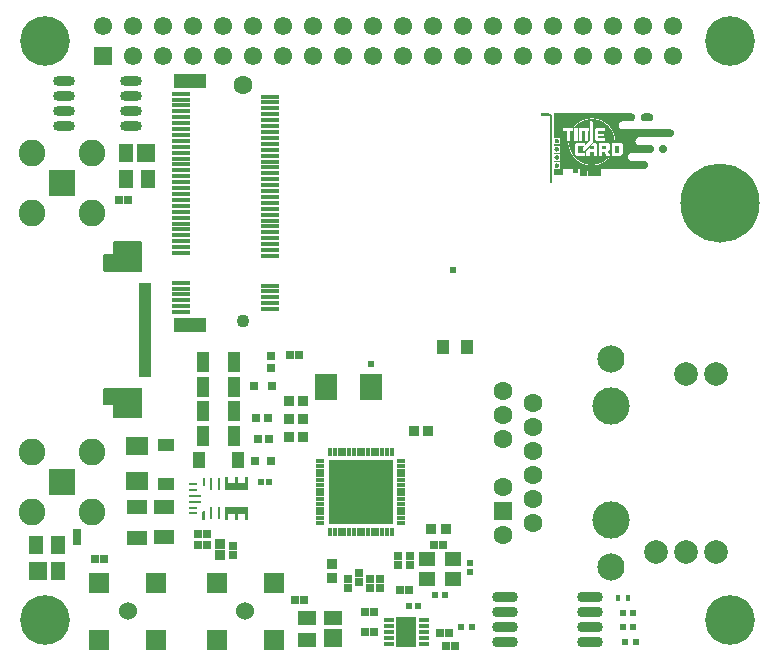
<source format=gbr>
G04*
G04 #@! TF.GenerationSoftware,Altium Limited,Altium Designer,24.1.2 (44)*
G04*
G04 Layer_Color=8388736*
%FSLAX25Y25*%
%MOIN*%
G70*
G04*
G04 #@! TF.SameCoordinates,59DD8EBB-DCD7-4209-94D2-A0ED0100978B*
G04*
G04*
G04 #@! TF.FilePolarity,Negative*
G04*
G01*
G75*
%ADD17C,0.00886*%
%ADD18R,0.00984X0.04331*%
%ADD19C,0.01949*%
%ADD20R,0.00984X0.02756*%
%ADD21R,0.02756X0.00984*%
%ADD22R,0.04331X0.00984*%
%ADD29R,0.02237X0.02254*%
%ADD30R,0.01575X0.01968*%
%ADD31R,0.02288X0.02016*%
%ADD34R,0.03937X0.04921*%
%ADD35R,0.07000X0.07000*%
%ADD36C,0.06000*%
%ADD37R,0.03150X0.03150*%
%ADD38R,0.02648X0.02631*%
%ADD42R,0.02047X0.02047*%
%ADD43R,0.02047X0.02047*%
%ADD44R,0.05512X0.04724*%
%ADD45R,0.03563X0.03568*%
%ADD46R,0.03568X0.03563*%
%ADD47R,0.07301X0.09000*%
%ADD51R,0.06102X0.01181*%
%ADD52R,0.10827X0.04724*%
%ADD53R,0.04349X0.06717*%
%ADD54R,0.02816X0.02648*%
%ADD55R,0.02756X0.02756*%
%ADD56R,0.04331X0.05315*%
%ADD57R,0.02911X0.02648*%
%ADD58R,0.07505X0.05924*%
%ADD59R,0.06717X0.04546*%
%ADD60R,0.05315X0.04331*%
%ADD61R,0.06693X0.09843*%
%ADD62R,0.03740X0.01457*%
%ADD63R,0.03740X0.01457*%
%ADD64R,0.02769X0.02965*%
%ADD65R,0.02965X0.02769*%
%ADD66R,0.03556X0.03753*%
%ADD67R,0.02926X0.03084*%
%ADD68R,0.06312X0.06312*%
%ADD69R,0.06312X0.04737*%
%ADD70R,0.04737X0.06312*%
%ADD71R,0.06312X0.06312*%
%ADD72O,0.07296X0.03359*%
%ADD73O,0.02769X0.01587*%
%ADD74R,0.21272X0.21272*%
%ADD75O,0.01587X0.02769*%
%ADD76R,0.04737X0.04737*%
%ADD77R,0.03950X0.01981*%
%ADD78O,0.08674X0.03556*%
%ADD79R,0.06102X0.06102*%
%ADD80C,0.06102*%
%ADD81C,0.06312*%
%ADD82C,0.09068*%
%ADD83C,0.07887*%
%ADD84C,0.12414*%
%ADD85C,0.08871*%
%ADD86R,0.08871X0.08871*%
%ADD87C,0.16548*%
%ADD88C,0.26391*%
%ADD89C,0.06299*%
%ADD90C,0.04331*%
%ADD91C,0.02400*%
G36*
X187273Y-214454D02*
X187387D01*
Y-214467D01*
X187451D01*
Y-214480D01*
X187489D01*
Y-214493D01*
X187539D01*
Y-214505D01*
X187590D01*
Y-214518D01*
X187616D01*
Y-214530D01*
X187654D01*
Y-214543D01*
X187679D01*
Y-214556D01*
X187704D01*
Y-214569D01*
X187742D01*
Y-214581D01*
X187755D01*
Y-214594D01*
X187780D01*
Y-214607D01*
X187806D01*
Y-214619D01*
X187831D01*
Y-214632D01*
X187856D01*
Y-214645D01*
X187869D01*
Y-214657D01*
X187895D01*
Y-214670D01*
X187907D01*
Y-214683D01*
X187920D01*
Y-214695D01*
X187945D01*
Y-214708D01*
X187958D01*
Y-214721D01*
X187983D01*
Y-214734D01*
X187996D01*
Y-214746D01*
X188009D01*
Y-214759D01*
X188021D01*
Y-214772D01*
X188034D01*
Y-214784D01*
X188047D01*
Y-214797D01*
X188072D01*
Y-214810D01*
X188085D01*
Y-214835D01*
X188110D01*
Y-214848D01*
X188123D01*
Y-214873D01*
X188136D01*
Y-214886D01*
X188148D01*
Y-214898D01*
X188161D01*
Y-214911D01*
X188174D01*
Y-214924D01*
X188186D01*
Y-214936D01*
X188199D01*
Y-214962D01*
X188212D01*
Y-214974D01*
X188224D01*
Y-214987D01*
X188237D01*
Y-215013D01*
X188250D01*
Y-215025D01*
X188262D01*
Y-215051D01*
X188275D01*
Y-215063D01*
X188288D01*
Y-215089D01*
X188301D01*
Y-215114D01*
X188313D01*
Y-215127D01*
X188326D01*
Y-215165D01*
X188339D01*
Y-215177D01*
X188351D01*
Y-215203D01*
X188364D01*
Y-215241D01*
X188377D01*
Y-215266D01*
X188389D01*
Y-215304D01*
X188402D01*
Y-215330D01*
X188415D01*
Y-215368D01*
X188427D01*
Y-215419D01*
X188440D01*
Y-215457D01*
X188453D01*
Y-215533D01*
X188465D01*
Y-215634D01*
X188478D01*
Y-215901D01*
X188465D01*
Y-216002D01*
X188453D01*
Y-216066D01*
X188440D01*
Y-216104D01*
X188427D01*
Y-216154D01*
X188415D01*
Y-216205D01*
X188402D01*
Y-216230D01*
X188389D01*
Y-216268D01*
X188377D01*
Y-216294D01*
X188364D01*
Y-216319D01*
X188351D01*
Y-216357D01*
X188339D01*
Y-216370D01*
X188326D01*
Y-216395D01*
X188313D01*
Y-216421D01*
X188301D01*
Y-216446D01*
X188288D01*
Y-216471D01*
X188275D01*
Y-216484D01*
X188262D01*
Y-216497D01*
X188250D01*
Y-216522D01*
X188237D01*
Y-216535D01*
X188224D01*
Y-216560D01*
X188212D01*
Y-216573D01*
X188199D01*
Y-216586D01*
X188186D01*
Y-216611D01*
X188174D01*
Y-216624D01*
X188161D01*
Y-216636D01*
X188148D01*
Y-216649D01*
X188136D01*
Y-216662D01*
X188123D01*
Y-216674D01*
X188110D01*
Y-216687D01*
X188098D01*
Y-216700D01*
X188085D01*
Y-216712D01*
X188072D01*
Y-216725D01*
X188059D01*
Y-216738D01*
X188047D01*
Y-216751D01*
X188034D01*
Y-216763D01*
X188021D01*
Y-216776D01*
X188009D01*
Y-216789D01*
X187996D01*
Y-216801D01*
X187971D01*
Y-216814D01*
X187958D01*
Y-216827D01*
X187945D01*
Y-216839D01*
X187920D01*
Y-216852D01*
X187907D01*
Y-216865D01*
X187882D01*
Y-216877D01*
X187869D01*
Y-216890D01*
X187844D01*
Y-216903D01*
X187819D01*
Y-216915D01*
X187806D01*
Y-216928D01*
X187780D01*
Y-216941D01*
X187755D01*
Y-216953D01*
X187730D01*
Y-216966D01*
X187704D01*
Y-216979D01*
X187679D01*
Y-216991D01*
X187654D01*
Y-217004D01*
X187603D01*
Y-217017D01*
X187577D01*
Y-217030D01*
X187539D01*
Y-217042D01*
X187489D01*
Y-217055D01*
X187438D01*
Y-217068D01*
X187374D01*
Y-217080D01*
X187286D01*
Y-217093D01*
X187260D01*
Y-217080D01*
X187248D01*
Y-217093D01*
X185510D01*
Y-217080D01*
X185497D01*
Y-217093D01*
X185472D01*
Y-217080D01*
X185383D01*
Y-217068D01*
X185307D01*
Y-217055D01*
X185269D01*
Y-217042D01*
X185218D01*
Y-217030D01*
X185167D01*
Y-217017D01*
X185142D01*
Y-217004D01*
X185104D01*
Y-216991D01*
X185078D01*
Y-216979D01*
X185053D01*
Y-216966D01*
X185015D01*
Y-216953D01*
X185002D01*
Y-216941D01*
X184977D01*
Y-216928D01*
X184951D01*
Y-216915D01*
X184926D01*
Y-216903D01*
X184901D01*
Y-216890D01*
X184888D01*
Y-216877D01*
X184863D01*
Y-216865D01*
X184850D01*
Y-216852D01*
X184825D01*
Y-216839D01*
X184812D01*
Y-216827D01*
X184799D01*
Y-216814D01*
X184774D01*
Y-216801D01*
X184761D01*
Y-216789D01*
X184749D01*
Y-216776D01*
X184736D01*
Y-216763D01*
X184723D01*
Y-216751D01*
X184711D01*
Y-216738D01*
X184698D01*
Y-216725D01*
X184672D01*
Y-216712D01*
X184660D01*
Y-216700D01*
X184647D01*
Y-216687D01*
X184634D01*
Y-216662D01*
X184622D01*
Y-216649D01*
X184609D01*
Y-216636D01*
X184596D01*
Y-216624D01*
X184584D01*
Y-216611D01*
X184571D01*
Y-216598D01*
X184558D01*
Y-216573D01*
X184546D01*
Y-216560D01*
X184533D01*
Y-216547D01*
X184520D01*
Y-216535D01*
X184508D01*
Y-216510D01*
X184495D01*
Y-216484D01*
X184482D01*
Y-216471D01*
X184469D01*
Y-216446D01*
X184457D01*
Y-216421D01*
X184444D01*
Y-216408D01*
X184431D01*
Y-216383D01*
X184419D01*
Y-216357D01*
X184406D01*
Y-216332D01*
X184393D01*
Y-216294D01*
X184381D01*
Y-216281D01*
X184368D01*
Y-216243D01*
X184355D01*
Y-216205D01*
X184343D01*
Y-216167D01*
X184330D01*
Y-216116D01*
X184317D01*
Y-216078D01*
X184305D01*
Y-216015D01*
X184292D01*
Y-215913D01*
X184279D01*
Y-215837D01*
X184266D01*
Y-215824D01*
X184279D01*
Y-215710D01*
X184266D01*
Y-215698D01*
X184279D01*
Y-215609D01*
X184292D01*
Y-215507D01*
X184305D01*
Y-215457D01*
X184317D01*
Y-215406D01*
X184330D01*
Y-215355D01*
X184343D01*
Y-215330D01*
X184355D01*
Y-215292D01*
X184368D01*
Y-215254D01*
X184381D01*
Y-215228D01*
X184393D01*
Y-215203D01*
X184406D01*
Y-215177D01*
X184419D01*
Y-215152D01*
X184431D01*
Y-215127D01*
X184444D01*
Y-215101D01*
X184457D01*
Y-215089D01*
X184469D01*
Y-215063D01*
X184482D01*
Y-215051D01*
X184495D01*
Y-215025D01*
X184508D01*
Y-215000D01*
X184520D01*
Y-214987D01*
X184533D01*
Y-214974D01*
X184546D01*
Y-214949D01*
X184558D01*
Y-214936D01*
X184571D01*
Y-214924D01*
X184584D01*
Y-214911D01*
X184596D01*
Y-214898D01*
X184609D01*
Y-214873D01*
X184622D01*
Y-214860D01*
X184634D01*
Y-214848D01*
X184647D01*
Y-214835D01*
X184660D01*
Y-214822D01*
X184672D01*
Y-214810D01*
X184685D01*
Y-214797D01*
X184698D01*
Y-214784D01*
X184711D01*
Y-214772D01*
X184736D01*
Y-214759D01*
X184749D01*
Y-214746D01*
X184761D01*
Y-214734D01*
X184774D01*
Y-214721D01*
X184787D01*
Y-214708D01*
X184812D01*
Y-214695D01*
X184825D01*
Y-214683D01*
X184837D01*
Y-214670D01*
X184863D01*
Y-214657D01*
X184888D01*
Y-214645D01*
X184901D01*
Y-214632D01*
X184926D01*
Y-214619D01*
X184939D01*
Y-214607D01*
X184964D01*
Y-214594D01*
X185002D01*
Y-214581D01*
X185015D01*
Y-214569D01*
X185040D01*
Y-214556D01*
X185078D01*
Y-214543D01*
X185104D01*
Y-214530D01*
X185142D01*
Y-214518D01*
X185167D01*
Y-214505D01*
X185205D01*
Y-214493D01*
X185256D01*
Y-214480D01*
X185294D01*
Y-214467D01*
X185370D01*
Y-214454D01*
X185484D01*
Y-214442D01*
X187273D01*
Y-214454D01*
D02*
G37*
G36*
X181171D02*
X181285D01*
Y-214467D01*
X181349D01*
Y-214480D01*
X181387D01*
Y-214493D01*
X181450D01*
Y-214505D01*
X181488D01*
Y-214518D01*
X181514D01*
Y-214530D01*
X181552D01*
Y-214543D01*
X181577D01*
Y-214556D01*
X181615D01*
Y-214569D01*
X181641D01*
Y-214581D01*
X181666D01*
Y-214594D01*
X181691D01*
Y-214607D01*
X181717D01*
Y-214619D01*
X181729D01*
Y-214632D01*
X181755D01*
Y-214645D01*
X181780D01*
Y-214657D01*
X181793D01*
Y-214670D01*
X181818D01*
Y-214683D01*
X181831D01*
Y-214695D01*
X181856D01*
Y-214708D01*
X181869D01*
Y-214721D01*
X181882D01*
Y-214734D01*
X181907D01*
Y-214746D01*
X181920D01*
Y-214759D01*
X181932D01*
Y-214772D01*
X181945D01*
Y-214784D01*
X181958D01*
Y-214797D01*
X181970D01*
Y-214810D01*
X181996D01*
Y-214835D01*
X182021D01*
Y-214848D01*
X182034D01*
Y-214873D01*
X182046D01*
Y-214886D01*
X182059D01*
Y-214898D01*
X182072D01*
Y-214911D01*
X182085D01*
Y-214924D01*
X182097D01*
Y-214936D01*
X182110D01*
Y-214962D01*
X182123D01*
Y-214974D01*
X182135D01*
Y-214987D01*
X182148D01*
Y-215000D01*
X182161D01*
Y-215025D01*
X182173D01*
Y-215038D01*
X182186D01*
Y-215063D01*
X182199D01*
Y-215089D01*
X182211D01*
Y-215101D01*
X182224D01*
Y-215127D01*
X182237D01*
Y-215152D01*
X182249D01*
Y-215177D01*
X182262D01*
Y-215203D01*
X182275D01*
Y-215228D01*
X182288D01*
Y-215254D01*
X182300D01*
Y-215292D01*
X182313D01*
Y-215317D01*
X182326D01*
Y-215355D01*
X182338D01*
Y-215406D01*
X182351D01*
Y-215444D01*
X182364D01*
Y-215507D01*
X182376D01*
Y-215583D01*
X182389D01*
Y-215685D01*
X182402D01*
Y-215837D01*
X182389D01*
Y-215951D01*
X182376D01*
Y-216027D01*
X182364D01*
Y-216091D01*
X182351D01*
Y-216129D01*
X182338D01*
Y-216180D01*
X182326D01*
Y-216218D01*
X182313D01*
Y-216243D01*
X182300D01*
Y-216281D01*
X182288D01*
Y-216306D01*
X182275D01*
Y-216332D01*
X182262D01*
Y-216370D01*
X182249D01*
Y-216383D01*
X182237D01*
Y-216408D01*
X182224D01*
Y-216433D01*
X182211D01*
Y-216446D01*
X182199D01*
Y-216471D01*
X182186D01*
Y-216484D01*
X182173D01*
Y-216510D01*
X182161D01*
Y-216535D01*
X182148D01*
Y-216547D01*
X182135D01*
Y-216560D01*
X182123D01*
Y-216573D01*
X182110D01*
Y-216586D01*
X182097D01*
Y-216611D01*
X182085D01*
Y-216624D01*
X182072D01*
Y-216636D01*
X182059D01*
Y-216649D01*
X182046D01*
Y-216662D01*
X182034D01*
Y-216674D01*
X182021D01*
Y-216687D01*
X182009D01*
Y-216700D01*
X181996D01*
Y-216712D01*
X181983D01*
Y-216725D01*
X181970D01*
Y-216738D01*
X181958D01*
Y-216751D01*
X181945D01*
Y-216763D01*
X181932D01*
Y-216776D01*
X181920D01*
Y-216789D01*
X181894D01*
Y-216801D01*
X181882D01*
Y-216814D01*
X181869D01*
Y-216827D01*
X181856D01*
Y-216839D01*
X181831D01*
Y-216852D01*
X181818D01*
Y-216865D01*
X181793D01*
Y-216877D01*
X181780D01*
Y-216890D01*
X181755D01*
Y-216903D01*
X181729D01*
Y-216915D01*
X181717D01*
Y-216928D01*
X181691D01*
Y-216941D01*
X181653D01*
Y-216953D01*
X181641D01*
Y-216966D01*
X181603D01*
Y-216979D01*
X181577D01*
Y-216991D01*
X181552D01*
Y-217004D01*
X181514D01*
Y-217017D01*
X181488D01*
Y-217030D01*
X181438D01*
Y-217042D01*
X181387D01*
Y-217055D01*
X181349D01*
Y-217068D01*
X181260D01*
Y-217080D01*
X181171D01*
Y-217093D01*
X181146D01*
Y-217080D01*
X181133D01*
Y-217093D01*
X178139D01*
Y-217106D01*
X178038D01*
Y-217118D01*
X177987D01*
Y-217131D01*
X177936D01*
Y-217144D01*
X177886D01*
Y-217156D01*
X177860D01*
Y-217169D01*
X177810D01*
Y-217182D01*
X177784D01*
Y-217195D01*
X177759D01*
Y-217207D01*
X177721D01*
Y-217220D01*
X177695D01*
Y-217232D01*
X177670D01*
Y-217245D01*
X177645D01*
Y-217258D01*
X177632D01*
Y-217271D01*
X177594D01*
Y-217283D01*
X177581D01*
Y-217296D01*
X177556D01*
Y-217309D01*
X177531D01*
Y-217321D01*
X177518D01*
Y-217334D01*
X177505D01*
Y-217347D01*
X177480D01*
Y-217359D01*
X177467D01*
Y-217372D01*
X177454D01*
Y-217385D01*
X177429D01*
Y-217397D01*
X177416D01*
Y-217410D01*
X177404D01*
Y-217423D01*
X177391D01*
Y-217436D01*
X177378D01*
Y-217448D01*
X177353D01*
Y-217474D01*
X177328D01*
Y-217486D01*
X177315D01*
Y-217499D01*
X177302D01*
Y-217512D01*
X177289D01*
Y-217537D01*
X177277D01*
Y-217550D01*
X177264D01*
Y-217562D01*
X177251D01*
Y-217575D01*
X177239D01*
Y-217588D01*
X177226D01*
Y-217613D01*
X177213D01*
Y-217626D01*
X177201D01*
Y-217638D01*
X177188D01*
Y-217664D01*
X177175D01*
Y-217676D01*
X177163D01*
Y-217689D01*
X177150D01*
Y-217715D01*
X177137D01*
Y-217740D01*
X177125D01*
Y-217765D01*
X177112D01*
Y-217778D01*
X177099D01*
Y-217803D01*
X177086D01*
Y-217829D01*
X177074D01*
Y-217854D01*
X177061D01*
Y-217880D01*
X177048D01*
Y-217918D01*
X177036D01*
Y-217943D01*
X177023D01*
Y-217981D01*
X177010D01*
Y-218019D01*
X176998D01*
Y-218057D01*
X176985D01*
Y-218108D01*
X176972D01*
Y-218146D01*
X176960D01*
Y-218235D01*
X176947D01*
Y-218577D01*
X176960D01*
Y-218666D01*
X176972D01*
Y-218717D01*
X176985D01*
Y-218767D01*
X176998D01*
Y-218806D01*
X177010D01*
Y-218844D01*
X177023D01*
Y-218882D01*
X177036D01*
Y-218907D01*
X177048D01*
Y-218945D01*
X177061D01*
Y-218970D01*
X177074D01*
Y-218996D01*
X177086D01*
Y-219021D01*
X177099D01*
Y-219047D01*
X177112D01*
Y-219059D01*
X177125D01*
Y-219085D01*
X177137D01*
Y-219097D01*
X177150D01*
Y-219123D01*
X177163D01*
Y-219148D01*
X177175D01*
Y-219161D01*
X177188D01*
Y-219186D01*
X177201D01*
Y-219199D01*
X177213D01*
Y-219212D01*
X177226D01*
Y-219237D01*
X177239D01*
Y-219250D01*
X177251D01*
Y-219262D01*
X177264D01*
Y-219275D01*
X177277D01*
Y-219288D01*
X177289D01*
Y-219300D01*
X177302D01*
Y-219313D01*
X177315D01*
Y-219326D01*
X177328D01*
Y-219338D01*
X177340D01*
Y-219351D01*
X177353D01*
Y-219364D01*
X177366D01*
Y-219376D01*
X177378D01*
Y-219389D01*
X177391D01*
Y-219402D01*
X177404D01*
Y-219414D01*
X177429D01*
Y-219440D01*
X177454D01*
Y-219453D01*
X177467D01*
Y-219465D01*
X177492D01*
Y-219478D01*
X177505D01*
Y-219491D01*
X177518D01*
Y-219503D01*
X177543D01*
Y-219516D01*
X177568D01*
Y-219529D01*
X177581D01*
Y-219541D01*
X177607D01*
Y-219554D01*
X177619D01*
Y-219567D01*
X177645D01*
Y-219579D01*
X177683D01*
Y-219592D01*
X177695D01*
Y-219605D01*
X177733D01*
Y-219617D01*
X177759D01*
Y-219630D01*
X177784D01*
Y-219643D01*
X177822D01*
Y-219655D01*
X177860D01*
Y-219668D01*
X177898D01*
Y-219681D01*
X177949D01*
Y-219693D01*
X177987D01*
Y-219706D01*
X178063D01*
Y-219719D01*
X178177D01*
Y-219732D01*
X194174D01*
Y-219744D01*
X194288D01*
Y-219757D01*
X194339D01*
Y-219770D01*
X194390D01*
Y-219782D01*
X194453D01*
Y-219795D01*
X194478D01*
Y-219808D01*
X194516D01*
Y-219820D01*
X194554D01*
Y-219833D01*
X194580D01*
Y-219846D01*
X194618D01*
Y-219858D01*
X194631D01*
Y-219871D01*
X194669D01*
Y-219884D01*
X194694D01*
Y-219897D01*
X194707D01*
Y-219909D01*
X194732D01*
Y-219922D01*
X194757D01*
Y-219935D01*
X194770D01*
Y-219947D01*
X194796D01*
Y-219960D01*
X194808D01*
Y-219973D01*
X194834D01*
Y-219985D01*
X194846D01*
Y-219998D01*
X194872D01*
Y-220011D01*
X194884D01*
Y-220023D01*
X194897D01*
Y-220036D01*
X194910D01*
Y-220049D01*
X194935D01*
Y-220061D01*
X194948D01*
Y-220074D01*
X194960D01*
Y-220087D01*
X194973D01*
Y-220099D01*
X194986D01*
Y-220112D01*
X194999D01*
Y-220125D01*
X195011D01*
Y-220138D01*
X195024D01*
Y-220150D01*
X195036D01*
Y-220163D01*
X195049D01*
Y-220176D01*
X195062D01*
Y-220188D01*
X195075D01*
Y-220201D01*
X195087D01*
Y-220226D01*
X195100D01*
Y-220239D01*
X195113D01*
Y-220252D01*
X195125D01*
Y-220277D01*
X195138D01*
Y-220290D01*
X195151D01*
Y-220302D01*
X195163D01*
Y-220328D01*
X195176D01*
Y-220340D01*
X195189D01*
Y-220366D01*
X195201D01*
Y-220379D01*
X195214D01*
Y-220404D01*
X195227D01*
Y-220429D01*
X195239D01*
Y-220455D01*
X195252D01*
Y-220480D01*
X195265D01*
Y-220505D01*
X195278D01*
Y-220531D01*
X195290D01*
Y-220569D01*
X195303D01*
Y-220582D01*
X195316D01*
Y-220620D01*
X195328D01*
Y-220670D01*
X195341D01*
Y-220708D01*
X195354D01*
Y-220759D01*
X195366D01*
Y-220823D01*
X195379D01*
Y-220899D01*
X195392D01*
Y-221229D01*
X195379D01*
Y-221279D01*
X195366D01*
Y-221355D01*
X195354D01*
Y-221406D01*
X195341D01*
Y-221444D01*
X195328D01*
Y-221482D01*
X195316D01*
Y-221520D01*
X195303D01*
Y-221546D01*
X195290D01*
Y-221584D01*
X195278D01*
Y-221609D01*
X195265D01*
Y-221634D01*
X195252D01*
Y-221660D01*
X195239D01*
Y-221685D01*
X195227D01*
Y-221710D01*
X195214D01*
Y-221723D01*
X195201D01*
Y-221749D01*
X195189D01*
Y-221774D01*
X195176D01*
Y-221787D01*
X195163D01*
Y-221799D01*
X195151D01*
Y-221825D01*
X195138D01*
Y-221837D01*
X195125D01*
Y-221863D01*
X195113D01*
Y-221876D01*
X195100D01*
Y-221888D01*
X195087D01*
Y-221901D01*
X195075D01*
Y-221914D01*
X195062D01*
Y-221939D01*
X195049D01*
Y-221952D01*
X195036D01*
Y-221964D01*
X195024D01*
Y-221977D01*
X195011D01*
Y-221990D01*
X194999D01*
Y-222002D01*
X194986D01*
Y-222015D01*
X194973D01*
Y-222028D01*
X194960D01*
Y-222040D01*
X194935D01*
Y-222053D01*
X194922D01*
Y-222066D01*
X194910D01*
Y-222078D01*
X194897D01*
Y-222091D01*
X194884D01*
Y-222104D01*
X194859D01*
Y-222116D01*
X194846D01*
Y-222129D01*
X194834D01*
Y-222142D01*
X194808D01*
Y-222154D01*
X194783D01*
Y-222167D01*
X194770D01*
Y-222180D01*
X194745D01*
Y-222193D01*
X194732D01*
Y-222205D01*
X194707D01*
Y-222218D01*
X194681D01*
Y-222231D01*
X194656D01*
Y-222243D01*
X194631D01*
Y-222256D01*
X194592D01*
Y-222269D01*
X194580D01*
Y-222281D01*
X194542D01*
Y-222294D01*
X194504D01*
Y-222307D01*
X194478D01*
Y-222320D01*
X194428D01*
Y-222332D01*
X194390D01*
Y-222345D01*
X194326D01*
Y-222358D01*
X194250D01*
Y-222370D01*
X194174D01*
Y-222383D01*
X183683D01*
Y-222396D01*
X183607D01*
Y-222408D01*
X183543D01*
Y-222421D01*
X183480D01*
Y-222434D01*
X183455D01*
Y-222446D01*
X183404D01*
Y-222459D01*
X183366D01*
Y-222472D01*
X183341D01*
Y-222484D01*
X183302D01*
Y-222497D01*
X183277D01*
Y-222510D01*
X183252D01*
Y-222522D01*
X183226D01*
Y-222535D01*
X183201D01*
Y-222548D01*
X183176D01*
Y-222561D01*
X183150D01*
Y-222573D01*
X183138D01*
Y-222586D01*
X183112D01*
Y-222599D01*
X183099D01*
Y-222611D01*
X183074D01*
Y-222624D01*
X183061D01*
Y-222637D01*
X183049D01*
Y-222649D01*
X183023D01*
Y-222662D01*
X183011D01*
Y-222675D01*
X182998D01*
Y-222687D01*
X182973D01*
Y-222700D01*
X182960D01*
Y-222713D01*
X182947D01*
Y-222725D01*
X182934D01*
Y-222738D01*
X182922D01*
Y-222751D01*
X182909D01*
Y-222763D01*
X182896D01*
Y-222776D01*
X182884D01*
Y-222789D01*
X182871D01*
Y-222801D01*
X182858D01*
Y-222814D01*
X182846D01*
Y-222827D01*
X182833D01*
Y-222840D01*
X182820D01*
Y-222852D01*
X182808D01*
Y-222865D01*
X182795D01*
Y-222890D01*
X182782D01*
Y-222903D01*
X182770D01*
Y-222916D01*
X182757D01*
Y-222928D01*
X182744D01*
Y-222954D01*
X182731D01*
Y-222966D01*
X182719D01*
Y-222992D01*
X182706D01*
Y-223017D01*
X182694D01*
Y-223030D01*
X182681D01*
Y-223055D01*
X182668D01*
Y-223081D01*
X182655D01*
Y-223093D01*
X182643D01*
Y-223131D01*
X182630D01*
Y-223157D01*
X182617D01*
Y-223169D01*
X182605D01*
Y-223207D01*
X182592D01*
Y-223233D01*
X182579D01*
Y-223271D01*
X182567D01*
Y-223322D01*
X182554D01*
Y-223347D01*
X182541D01*
Y-223410D01*
X182529D01*
Y-223486D01*
X182516D01*
Y-223537D01*
X182503D01*
Y-223867D01*
X182516D01*
Y-223918D01*
X182529D01*
Y-223994D01*
X182541D01*
Y-224045D01*
X182554D01*
Y-224083D01*
X182567D01*
Y-224121D01*
X182579D01*
Y-224159D01*
X182592D01*
Y-224184D01*
X182605D01*
Y-224222D01*
X182617D01*
Y-224248D01*
X182630D01*
Y-224273D01*
X182643D01*
Y-224298D01*
X182655D01*
Y-224324D01*
X182668D01*
Y-224349D01*
X182681D01*
Y-224375D01*
X182694D01*
Y-224387D01*
X182706D01*
Y-224413D01*
X182719D01*
Y-224425D01*
X182731D01*
Y-224451D01*
X182744D01*
Y-224463D01*
X182757D01*
Y-224476D01*
X182770D01*
Y-224501D01*
X182782D01*
Y-224514D01*
X182795D01*
Y-224527D01*
X182808D01*
Y-224552D01*
X182833D01*
Y-224577D01*
X182846D01*
Y-224590D01*
X182858D01*
Y-224603D01*
X182871D01*
Y-224616D01*
X182884D01*
Y-224628D01*
X182896D01*
Y-224641D01*
X182909D01*
Y-224654D01*
X182922D01*
Y-224666D01*
X182934D01*
Y-224679D01*
X182947D01*
Y-224692D01*
X182973D01*
Y-224704D01*
X182985D01*
Y-224717D01*
X182998D01*
Y-224730D01*
X183011D01*
Y-224742D01*
X183036D01*
Y-224755D01*
X183049D01*
Y-224768D01*
X183061D01*
Y-224780D01*
X183087D01*
Y-224793D01*
X183112D01*
Y-224806D01*
X183125D01*
Y-224818D01*
X183150D01*
Y-224831D01*
X183163D01*
Y-224844D01*
X183188D01*
Y-224857D01*
X183214D01*
Y-224869D01*
X183239D01*
Y-224882D01*
X183264D01*
Y-224895D01*
X183290D01*
Y-224907D01*
X183315D01*
Y-224920D01*
X183353D01*
Y-224933D01*
X183391D01*
Y-224945D01*
X183417D01*
Y-224958D01*
X183467D01*
Y-224971D01*
X183505D01*
Y-224983D01*
X183556D01*
Y-224996D01*
X183645D01*
Y-225009D01*
X183708D01*
Y-225022D01*
X187565D01*
Y-225034D01*
X187654D01*
Y-225047D01*
X187717D01*
Y-225060D01*
X187768D01*
Y-225072D01*
X187806D01*
Y-225085D01*
X187844D01*
Y-225098D01*
X187895D01*
Y-225110D01*
X187920D01*
Y-225123D01*
X187958D01*
Y-225136D01*
X187983D01*
Y-225148D01*
X188009D01*
Y-225161D01*
X188034D01*
Y-225174D01*
X188059D01*
Y-225186D01*
X188085D01*
Y-225199D01*
X188110D01*
Y-225212D01*
X188123D01*
Y-225224D01*
X188148D01*
Y-225237D01*
X188161D01*
Y-225250D01*
X188186D01*
Y-225262D01*
X188199D01*
Y-225275D01*
X188212D01*
Y-225288D01*
X188237D01*
Y-225301D01*
X188250D01*
Y-225313D01*
X188262D01*
Y-225326D01*
X188288D01*
Y-225339D01*
X188301D01*
Y-225351D01*
X188313D01*
Y-225364D01*
X188326D01*
Y-225377D01*
X188339D01*
Y-225389D01*
X188351D01*
Y-225402D01*
X188364D01*
Y-225415D01*
X188377D01*
Y-225427D01*
X188389D01*
Y-225440D01*
X188402D01*
Y-225453D01*
X188415D01*
Y-225465D01*
X188427D01*
Y-225478D01*
X188440D01*
Y-225491D01*
X188453D01*
Y-225503D01*
X188465D01*
Y-225529D01*
X188478D01*
Y-225542D01*
X188491D01*
Y-225554D01*
X188504D01*
Y-225567D01*
X188516D01*
Y-225592D01*
X188529D01*
Y-225605D01*
X188541D01*
Y-225630D01*
X188554D01*
Y-225643D01*
X188567D01*
Y-225668D01*
X188580D01*
Y-225681D01*
X188592D01*
Y-225719D01*
X188605D01*
Y-225732D01*
X188618D01*
Y-225757D01*
X188630D01*
Y-225795D01*
X188643D01*
Y-225808D01*
X188656D01*
Y-225846D01*
X188668D01*
Y-225884D01*
X188681D01*
Y-225909D01*
X188694D01*
Y-225947D01*
X188706D01*
Y-225986D01*
X188719D01*
Y-226036D01*
X188732D01*
Y-226100D01*
X188744D01*
Y-226163D01*
X188757D01*
Y-226518D01*
X188744D01*
Y-226582D01*
X188732D01*
Y-226645D01*
X188719D01*
Y-226696D01*
X188706D01*
Y-226734D01*
X188694D01*
Y-226785D01*
X188681D01*
Y-226810D01*
X188668D01*
Y-226848D01*
X188656D01*
Y-226874D01*
X188643D01*
Y-226899D01*
X188630D01*
Y-226937D01*
X188618D01*
Y-226950D01*
X188605D01*
Y-226975D01*
X188592D01*
Y-227000D01*
X188580D01*
Y-227026D01*
X188567D01*
Y-227039D01*
X188554D01*
Y-227064D01*
X188541D01*
Y-227077D01*
X188529D01*
Y-227102D01*
X188516D01*
Y-227115D01*
X188504D01*
Y-227127D01*
X188491D01*
Y-227153D01*
X188478D01*
Y-227165D01*
X188465D01*
Y-227178D01*
X188453D01*
Y-227203D01*
X188440D01*
Y-227216D01*
X188427D01*
Y-227229D01*
X188415D01*
Y-227241D01*
X188402D01*
Y-227254D01*
X188389D01*
Y-227267D01*
X188377D01*
Y-227279D01*
X188364D01*
Y-227292D01*
X188351D01*
Y-227305D01*
X188339D01*
Y-227318D01*
X188326D01*
Y-227330D01*
X188313D01*
Y-227343D01*
X188301D01*
Y-227356D01*
X188275D01*
Y-227368D01*
X188262D01*
Y-227381D01*
X188250D01*
Y-227394D01*
X188224D01*
Y-227406D01*
X188212D01*
Y-227419D01*
X188199D01*
Y-227432D01*
X188174D01*
Y-227444D01*
X188161D01*
Y-227457D01*
X188136D01*
Y-227470D01*
X188110D01*
Y-227483D01*
X188098D01*
Y-227495D01*
X188072D01*
Y-227508D01*
X188047D01*
Y-227520D01*
X188021D01*
Y-227533D01*
X187996D01*
Y-227546D01*
X187971D01*
Y-227559D01*
X187933D01*
Y-227571D01*
X187907D01*
Y-227584D01*
X187869D01*
Y-227597D01*
X187831D01*
Y-227609D01*
X187793D01*
Y-227622D01*
X187755D01*
Y-227635D01*
X187692D01*
Y-227647D01*
X187628D01*
Y-227660D01*
X187514D01*
Y-227673D01*
X181349D01*
Y-227660D01*
X181336D01*
Y-227673D01*
X181184D01*
Y-227685D01*
X181121D01*
Y-227698D01*
X181044D01*
Y-227711D01*
X181006D01*
Y-227724D01*
X180968D01*
Y-227736D01*
X180918D01*
Y-227749D01*
X180892D01*
Y-227762D01*
X180854D01*
Y-227774D01*
X180816D01*
Y-227787D01*
X180803D01*
Y-227800D01*
X180765D01*
Y-227812D01*
X180740D01*
Y-227825D01*
X180727D01*
Y-227838D01*
X180689D01*
Y-227850D01*
X180676D01*
Y-227863D01*
X180651D01*
Y-227876D01*
X180626D01*
Y-227888D01*
X180613D01*
Y-227901D01*
X180600D01*
Y-227914D01*
X180575D01*
Y-227926D01*
X180562D01*
Y-227939D01*
X180537D01*
Y-227952D01*
X180524D01*
Y-227964D01*
X180512D01*
Y-227977D01*
X180499D01*
Y-227990D01*
X180486D01*
Y-228003D01*
X180461D01*
Y-228015D01*
X180448D01*
Y-228028D01*
X180436D01*
Y-228041D01*
X180423D01*
Y-228053D01*
X180410D01*
Y-228066D01*
X180397D01*
Y-228079D01*
X180385D01*
Y-228091D01*
X180372D01*
Y-228104D01*
X180359D01*
Y-228117D01*
X180347D01*
Y-228142D01*
X180334D01*
Y-228155D01*
X180321D01*
Y-228168D01*
X180309D01*
Y-228180D01*
X180296D01*
Y-228205D01*
X180283D01*
Y-228218D01*
X180271D01*
Y-228231D01*
X180258D01*
Y-228244D01*
X180245D01*
Y-228269D01*
X180233D01*
Y-228294D01*
X180220D01*
Y-228307D01*
X180207D01*
Y-228332D01*
X180194D01*
Y-228358D01*
X180182D01*
Y-228370D01*
X180169D01*
Y-228396D01*
X180156D01*
Y-228421D01*
X180144D01*
Y-228447D01*
X180131D01*
Y-228485D01*
X180118D01*
Y-228510D01*
X180106D01*
Y-228548D01*
X180093D01*
Y-228586D01*
X180080D01*
Y-228624D01*
X180068D01*
Y-228675D01*
X180055D01*
Y-228713D01*
X180042D01*
Y-228789D01*
X180029D01*
Y-229182D01*
X180042D01*
Y-229258D01*
X180055D01*
Y-229309D01*
X180068D01*
Y-229360D01*
X180080D01*
Y-229398D01*
X180093D01*
Y-229436D01*
X180106D01*
Y-229474D01*
X180118D01*
Y-229487D01*
X180131D01*
Y-229525D01*
X180144D01*
Y-229550D01*
X180156D01*
Y-229576D01*
X180169D01*
Y-229601D01*
X180182D01*
Y-229626D01*
X180194D01*
Y-229652D01*
X180207D01*
Y-229664D01*
X180220D01*
Y-229690D01*
X180233D01*
Y-229702D01*
X180245D01*
Y-229728D01*
X180258D01*
Y-229741D01*
X180271D01*
Y-229766D01*
X180283D01*
Y-229779D01*
X180296D01*
Y-229791D01*
X180309D01*
Y-229817D01*
X180321D01*
Y-229829D01*
X180334D01*
Y-229842D01*
X180347D01*
Y-229855D01*
X180359D01*
Y-229867D01*
X180372D01*
Y-229880D01*
X180385D01*
Y-229893D01*
X180397D01*
Y-229905D01*
X180410D01*
Y-229918D01*
X180423D01*
Y-229931D01*
X180436D01*
Y-229943D01*
X180448D01*
Y-229956D01*
X180461D01*
Y-229969D01*
X180473D01*
Y-229981D01*
X180486D01*
Y-229994D01*
X180499D01*
Y-230007D01*
X180524D01*
Y-230020D01*
X180537D01*
Y-230032D01*
X180550D01*
Y-230045D01*
X180575D01*
Y-230058D01*
X180588D01*
Y-230070D01*
X180613D01*
Y-230083D01*
X180626D01*
Y-230096D01*
X180651D01*
Y-230108D01*
X180664D01*
Y-230121D01*
X180689D01*
Y-230134D01*
X180715D01*
Y-230146D01*
X180740D01*
Y-230159D01*
X180753D01*
Y-230172D01*
X180791D01*
Y-230185D01*
X180803D01*
Y-230197D01*
X180841D01*
Y-230210D01*
X180879D01*
Y-230223D01*
X180905D01*
Y-230235D01*
X180943D01*
Y-230248D01*
X180981D01*
Y-230261D01*
X181032D01*
Y-230273D01*
X181095D01*
Y-230286D01*
X181146D01*
Y-230299D01*
X181298D01*
Y-230311D01*
X185459D01*
Y-230324D01*
X185522D01*
Y-230337D01*
X185599D01*
Y-230349D01*
X185649D01*
Y-230362D01*
X185687D01*
Y-230375D01*
X185725D01*
Y-230387D01*
X185763D01*
Y-230400D01*
X185801D01*
Y-230413D01*
X185827D01*
Y-230426D01*
X185852D01*
Y-230438D01*
X185878D01*
Y-230451D01*
X185903D01*
Y-230464D01*
X185928D01*
Y-230476D01*
X185954D01*
Y-230489D01*
X185979D01*
Y-230502D01*
X185992D01*
Y-230514D01*
X186017D01*
Y-230527D01*
X186030D01*
Y-230540D01*
X186055D01*
Y-230552D01*
X186068D01*
Y-230565D01*
X186093D01*
Y-230578D01*
X186106D01*
Y-230590D01*
X186119D01*
Y-230603D01*
X186144D01*
Y-230616D01*
X186157D01*
Y-230628D01*
X186169D01*
Y-230641D01*
X186182D01*
Y-230654D01*
X186195D01*
Y-230666D01*
X186220D01*
Y-230679D01*
X186233D01*
Y-230692D01*
X186246D01*
Y-230705D01*
X186258D01*
Y-230717D01*
X186271D01*
Y-230730D01*
X186284D01*
Y-230743D01*
X186296D01*
Y-230768D01*
X186309D01*
Y-230781D01*
X186322D01*
Y-230793D01*
X186334D01*
Y-230806D01*
X186347D01*
Y-230819D01*
X186360D01*
Y-230844D01*
X186372D01*
Y-230857D01*
X186385D01*
Y-230870D01*
X186398D01*
Y-230895D01*
X186410D01*
Y-230908D01*
X186423D01*
Y-230933D01*
X186436D01*
Y-230958D01*
X186448D01*
Y-230971D01*
X186461D01*
Y-230996D01*
X186474D01*
Y-231022D01*
X186486D01*
Y-231047D01*
X186499D01*
Y-231072D01*
X186512D01*
Y-231098D01*
X186524D01*
Y-231123D01*
X186537D01*
Y-231161D01*
X186550D01*
Y-231187D01*
X186563D01*
Y-231237D01*
X186575D01*
Y-231263D01*
X186588D01*
Y-231313D01*
X186601D01*
Y-231377D01*
X186613D01*
Y-231440D01*
X186626D01*
Y-231605D01*
X186639D01*
Y-231656D01*
X186626D01*
Y-231834D01*
X186613D01*
Y-231884D01*
X186601D01*
Y-231948D01*
X186588D01*
Y-232011D01*
X186575D01*
Y-232037D01*
X186563D01*
Y-232087D01*
X186550D01*
Y-232113D01*
X186537D01*
Y-232151D01*
X186524D01*
Y-232189D01*
X186512D01*
Y-232202D01*
X186499D01*
Y-232240D01*
X186486D01*
Y-232265D01*
X186474D01*
Y-232278D01*
X186461D01*
Y-232303D01*
X186448D01*
Y-232328D01*
X186436D01*
Y-232354D01*
X186423D01*
Y-232379D01*
X186410D01*
Y-232392D01*
X186398D01*
Y-232417D01*
X186385D01*
Y-232430D01*
X186372D01*
Y-232442D01*
X186360D01*
Y-232468D01*
X186347D01*
Y-232481D01*
X186334D01*
Y-232493D01*
X186322D01*
Y-232519D01*
X186309D01*
Y-232531D01*
X186296D01*
Y-232544D01*
X186284D01*
Y-232557D01*
X186271D01*
Y-232569D01*
X186258D01*
Y-232582D01*
X186246D01*
Y-232595D01*
X186233D01*
Y-232607D01*
X186220D01*
Y-232620D01*
X186207D01*
Y-232633D01*
X186195D01*
Y-232646D01*
X186182D01*
Y-232658D01*
X186169D01*
Y-232671D01*
X186157D01*
Y-232683D01*
X186144D01*
Y-232696D01*
X186131D01*
Y-232709D01*
X186119D01*
Y-232722D01*
X186093D01*
Y-232734D01*
X186081D01*
Y-232747D01*
X186068D01*
Y-232760D01*
X186055D01*
Y-232772D01*
X186030D01*
Y-232785D01*
X186017D01*
Y-232798D01*
X185992D01*
Y-232810D01*
X185966D01*
Y-232823D01*
X185954D01*
Y-232836D01*
X185928D01*
Y-232849D01*
X185903D01*
Y-232861D01*
X185878D01*
Y-232874D01*
X185852D01*
Y-232887D01*
X185827D01*
Y-232899D01*
X185801D01*
Y-232912D01*
X185751D01*
Y-232925D01*
X185713D01*
Y-232937D01*
X185649D01*
Y-232950D01*
X171073D01*
Y-232963D01*
X171048D01*
Y-232975D01*
X171023D01*
Y-232988D01*
X170997D01*
Y-233001D01*
X170985D01*
Y-233013D01*
X170972D01*
Y-233039D01*
X170959D01*
Y-233051D01*
X170947D01*
Y-233077D01*
X170934D01*
Y-235068D01*
X170921D01*
Y-235106D01*
X170909D01*
Y-235132D01*
X170896D01*
Y-235157D01*
X170883D01*
Y-235170D01*
X170871D01*
Y-235183D01*
X170845D01*
Y-235195D01*
X170833D01*
Y-235208D01*
X170782D01*
Y-235221D01*
X166913D01*
Y-235208D01*
X166875D01*
Y-235195D01*
X166849D01*
Y-235183D01*
X166837D01*
Y-235170D01*
X166824D01*
Y-235157D01*
X166811D01*
Y-235144D01*
X166798D01*
Y-235119D01*
X166786D01*
Y-235106D01*
X166773D01*
Y-233863D01*
X166761D01*
Y-233825D01*
X166748D01*
Y-233800D01*
X166735D01*
Y-233774D01*
X166722D01*
Y-233762D01*
X166710D01*
Y-233749D01*
X166684D01*
Y-233736D01*
X166672D01*
Y-233724D01*
X166634D01*
Y-233711D01*
X166532D01*
Y-233724D01*
X166494D01*
Y-233736D01*
X166481D01*
Y-233749D01*
X166456D01*
Y-233762D01*
X166443D01*
Y-233774D01*
X166431D01*
Y-233800D01*
X166418D01*
Y-233813D01*
X166405D01*
Y-233876D01*
X166393D01*
Y-235106D01*
X166380D01*
Y-235119D01*
X166367D01*
Y-235144D01*
X166355D01*
Y-235157D01*
X166342D01*
Y-235170D01*
X166329D01*
Y-235183D01*
X166316D01*
Y-235195D01*
X166291D01*
Y-235208D01*
X166253D01*
Y-235221D01*
X164274D01*
Y-235208D01*
X164223D01*
Y-235195D01*
X164211D01*
Y-235183D01*
X164185D01*
Y-235170D01*
X164173D01*
Y-235157D01*
X164160D01*
Y-235132D01*
X164147D01*
Y-235119D01*
X164135D01*
Y-235068D01*
X164122D01*
Y-233242D01*
X164109D01*
Y-233204D01*
X164096D01*
Y-233166D01*
X164084D01*
Y-233153D01*
X164071D01*
Y-233127D01*
X164058D01*
Y-233102D01*
X164046D01*
Y-233089D01*
X164033D01*
Y-233077D01*
X164020D01*
Y-233064D01*
X164008D01*
Y-233051D01*
X163995D01*
Y-233039D01*
X163982D01*
Y-233026D01*
X163957D01*
Y-233013D01*
X163944D01*
Y-233001D01*
X163919D01*
Y-232988D01*
X163893D01*
Y-232975D01*
X163856D01*
Y-232963D01*
X163805D01*
Y-232950D01*
X163691D01*
Y-232963D01*
X163653D01*
Y-232975D01*
X163602D01*
Y-232988D01*
X163576D01*
Y-233001D01*
X163564D01*
Y-233013D01*
X163538D01*
Y-233026D01*
X163513D01*
Y-233039D01*
X163500D01*
Y-233051D01*
X163488D01*
Y-233064D01*
X163475D01*
Y-233077D01*
X163462D01*
Y-233089D01*
X163450D01*
Y-233115D01*
X163437D01*
Y-233127D01*
X163424D01*
Y-233153D01*
X163411D01*
Y-233178D01*
X163399D01*
Y-233204D01*
X163386D01*
Y-233267D01*
X163373D01*
Y-234307D01*
X163361D01*
Y-234345D01*
X163348D01*
Y-234371D01*
X163335D01*
Y-234383D01*
X163323D01*
Y-234396D01*
X163310D01*
Y-234409D01*
X163297D01*
Y-234421D01*
X163272D01*
Y-234434D01*
X163234D01*
Y-234447D01*
X161991D01*
Y-234434D01*
X161953D01*
Y-234421D01*
X161940D01*
Y-234409D01*
X161915D01*
Y-234396D01*
X161902D01*
Y-234383D01*
X161889D01*
Y-234358D01*
X161876D01*
Y-234345D01*
X161864D01*
Y-234295D01*
X161851D01*
Y-233089D01*
X161838D01*
Y-233051D01*
X161826D01*
Y-233026D01*
X161813D01*
Y-233013D01*
X161800D01*
Y-233001D01*
X161788D01*
Y-232988D01*
X161775D01*
Y-232975D01*
X161737D01*
Y-232963D01*
X161712D01*
Y-232950D01*
X158591D01*
Y-232963D01*
X158566D01*
Y-232975D01*
X158540D01*
Y-232988D01*
X158515D01*
Y-233013D01*
X158490D01*
Y-233039D01*
X158477D01*
Y-233064D01*
X158464D01*
Y-233089D01*
X158451D01*
Y-234840D01*
X155432D01*
Y-233013D01*
X157386D01*
Y-233001D01*
X157398D01*
Y-230793D01*
X157386D01*
Y-230781D01*
X155432D01*
Y-230273D01*
X157386D01*
Y-230261D01*
X157398D01*
Y-228041D01*
X157386D01*
Y-228028D01*
X157373D01*
Y-228041D01*
X155445D01*
Y-228028D01*
X155432D01*
Y-227533D01*
X157386D01*
Y-227520D01*
X157398D01*
Y-225288D01*
X155432D01*
Y-224793D01*
X155445D01*
Y-224780D01*
X157398D01*
Y-222548D01*
X155432D01*
Y-214442D01*
X181171D01*
Y-214454D01*
D02*
G37*
G36*
X156396Y-222916D02*
X156434D01*
Y-222928D01*
X156498D01*
Y-222941D01*
X156536D01*
Y-222954D01*
X156561D01*
Y-222966D01*
X156599D01*
Y-222979D01*
X156625D01*
Y-222992D01*
X156637D01*
Y-223005D01*
X156663D01*
Y-223017D01*
X156676D01*
Y-223030D01*
X156701D01*
Y-223042D01*
X156726D01*
Y-223055D01*
X156739D01*
Y-223068D01*
X156752D01*
Y-223081D01*
X156764D01*
Y-223093D01*
X156790D01*
Y-223106D01*
X156802D01*
Y-223119D01*
X156815D01*
Y-223131D01*
X156828D01*
Y-223144D01*
X156840D01*
Y-223157D01*
X156853D01*
Y-223182D01*
X156866D01*
Y-223195D01*
X156878D01*
Y-223207D01*
X156891D01*
Y-223233D01*
X156904D01*
Y-223246D01*
X156916D01*
Y-223271D01*
X156929D01*
Y-223284D01*
X156942D01*
Y-223309D01*
X156955D01*
Y-223334D01*
X156967D01*
Y-223360D01*
X156980D01*
Y-223398D01*
X156993D01*
Y-223436D01*
X157005D01*
Y-223461D01*
X157018D01*
Y-223537D01*
X157031D01*
Y-223626D01*
X157043D01*
Y-223715D01*
X157031D01*
Y-223791D01*
X157018D01*
Y-223867D01*
X157005D01*
Y-223892D01*
X156993D01*
Y-223943D01*
X156980D01*
Y-223969D01*
X156967D01*
Y-223994D01*
X156955D01*
Y-224019D01*
X156942D01*
Y-224045D01*
X156929D01*
Y-224057D01*
X156916D01*
Y-224083D01*
X156904D01*
Y-224095D01*
X156891D01*
Y-224108D01*
Y-224121D01*
X156878D01*
Y-224133D01*
X156866D01*
Y-224146D01*
X156853D01*
Y-224171D01*
X156840D01*
Y-224184D01*
X156828D01*
Y-224197D01*
X156815D01*
Y-224210D01*
X156802D01*
Y-224222D01*
X156790D01*
Y-224235D01*
X156777D01*
Y-224248D01*
X156752D01*
Y-224260D01*
X156739D01*
Y-224273D01*
X156726D01*
Y-224286D01*
X156713D01*
Y-224298D01*
X156688D01*
Y-224311D01*
X156663D01*
Y-224324D01*
X156650D01*
Y-224337D01*
X156612D01*
Y-224349D01*
X156599D01*
Y-224362D01*
X156574D01*
Y-224375D01*
X156523D01*
Y-224387D01*
X156510D01*
Y-224400D01*
X156447D01*
Y-224413D01*
X156358D01*
Y-224425D01*
X156193D01*
Y-224413D01*
X156092D01*
Y-224400D01*
X156041D01*
Y-224387D01*
X156016D01*
Y-224375D01*
X155978D01*
Y-224362D01*
X155952D01*
Y-224349D01*
X155927D01*
Y-224337D01*
X155902D01*
Y-224324D01*
X155889D01*
Y-224311D01*
X155864D01*
Y-224298D01*
X155838D01*
Y-224286D01*
X155825D01*
Y-224273D01*
X155800D01*
Y-224260D01*
X155788D01*
Y-224248D01*
X155775D01*
Y-224235D01*
X155762D01*
Y-224222D01*
X155749D01*
Y-224210D01*
X155737D01*
Y-224197D01*
X155724D01*
Y-224184D01*
X155711D01*
Y-224171D01*
X155699D01*
Y-224159D01*
X155686D01*
Y-224146D01*
X155673D01*
Y-224121D01*
X155661D01*
Y-224108D01*
X155648D01*
Y-224083D01*
X155635D01*
Y-224070D01*
X155623D01*
Y-224045D01*
X155610D01*
Y-224019D01*
X155597D01*
Y-224007D01*
X155585D01*
Y-223981D01*
X155572D01*
Y-223943D01*
X155559D01*
Y-223918D01*
X155546D01*
Y-223867D01*
X155534D01*
Y-223829D01*
X155521D01*
Y-223740D01*
X155508D01*
Y-223601D01*
X155521D01*
Y-223499D01*
X155534D01*
Y-223461D01*
X155546D01*
Y-223410D01*
X155559D01*
Y-223385D01*
X155572D01*
Y-223360D01*
X155585D01*
Y-223322D01*
X155597D01*
Y-223309D01*
X155610D01*
Y-223284D01*
X155623D01*
Y-223258D01*
X155635D01*
Y-223246D01*
X155648D01*
Y-223220D01*
X155661D01*
Y-223207D01*
X155673D01*
Y-223195D01*
X155686D01*
Y-223169D01*
X155699D01*
Y-223157D01*
X155711D01*
Y-223144D01*
X155724D01*
Y-223131D01*
X155737D01*
Y-223119D01*
X155749D01*
Y-223106D01*
X155762D01*
Y-223093D01*
X155775D01*
Y-223081D01*
X155788D01*
Y-223068D01*
X155813D01*
Y-223055D01*
X155825D01*
Y-223042D01*
X155838D01*
Y-223030D01*
X155864D01*
Y-223017D01*
X155876D01*
Y-223005D01*
X155902D01*
Y-222992D01*
X155927D01*
Y-222979D01*
X155952D01*
Y-222966D01*
X155990D01*
Y-222954D01*
X156016D01*
Y-222941D01*
X156054D01*
Y-222928D01*
X156117D01*
Y-222916D01*
X156155D01*
Y-222903D01*
X156396D01*
Y-222916D01*
D02*
G37*
G36*
X156358Y-225656D02*
X156409D01*
Y-225668D01*
X156485D01*
Y-225681D01*
X156536D01*
Y-225694D01*
X156549D01*
Y-225707D01*
X156587D01*
Y-225719D01*
X156612D01*
Y-225732D01*
X156637D01*
Y-225745D01*
X156663D01*
Y-225757D01*
X156676D01*
Y-225770D01*
X156701D01*
Y-225783D01*
X156713D01*
Y-225795D01*
X156726D01*
Y-225808D01*
X156752D01*
Y-225821D01*
X156764D01*
Y-225833D01*
X156777D01*
Y-225846D01*
X156790D01*
Y-225859D01*
X156802D01*
Y-225871D01*
X156815D01*
Y-225884D01*
X156828D01*
Y-225897D01*
X156840D01*
Y-225909D01*
X156853D01*
Y-225922D01*
X156866D01*
Y-225935D01*
X156878D01*
Y-225947D01*
X156891D01*
Y-225973D01*
X156904D01*
Y-225986D01*
X156916D01*
Y-226011D01*
X156929D01*
Y-226024D01*
X156942D01*
Y-226049D01*
X156955D01*
Y-226087D01*
X156967D01*
Y-226100D01*
X156980D01*
Y-226138D01*
X156993D01*
Y-226176D01*
X157005D01*
Y-226201D01*
X157018D01*
Y-226277D01*
X157031D01*
Y-226366D01*
X157043D01*
Y-226455D01*
X157031D01*
Y-226531D01*
X157018D01*
Y-226607D01*
X157005D01*
Y-226632D01*
X156993D01*
Y-226683D01*
X156980D01*
Y-226721D01*
X156967D01*
Y-226734D01*
X156955D01*
Y-226772D01*
X156942D01*
Y-226785D01*
X156929D01*
Y-226810D01*
X156916D01*
Y-226835D01*
X156904D01*
Y-226848D01*
X156891D01*
Y-226861D01*
X156878D01*
Y-226886D01*
X156866D01*
Y-226899D01*
X156853D01*
Y-226912D01*
X156840D01*
Y-226924D01*
X156828D01*
Y-226937D01*
X156815D01*
Y-226950D01*
X156802D01*
Y-226962D01*
X156790D01*
Y-226975D01*
X156777D01*
Y-226988D01*
X156764D01*
Y-227000D01*
X156752D01*
Y-227013D01*
X156726D01*
Y-227026D01*
X156713D01*
Y-227039D01*
X156688D01*
Y-227051D01*
X156676D01*
Y-227064D01*
X156663D01*
Y-227077D01*
X156625D01*
Y-227089D01*
X156599D01*
Y-227102D01*
X156587D01*
Y-227115D01*
X156549D01*
Y-227127D01*
X156510D01*
Y-227140D01*
X156473D01*
Y-227153D01*
X156396D01*
Y-227165D01*
X156333D01*
Y-227178D01*
X156206D01*
Y-227165D01*
X156155D01*
Y-227153D01*
X156079D01*
Y-227140D01*
X156028D01*
Y-227127D01*
X156003D01*
Y-227115D01*
X155965D01*
Y-227102D01*
X155952D01*
Y-227089D01*
X155914D01*
Y-227077D01*
X155889D01*
Y-227064D01*
X155876D01*
Y-227051D01*
X155851D01*
Y-227039D01*
X155838D01*
Y-227026D01*
X155825D01*
Y-227013D01*
X155800D01*
Y-227000D01*
X155788D01*
Y-226988D01*
X155775D01*
Y-226975D01*
X155762D01*
Y-226962D01*
X155749D01*
Y-226950D01*
X155737D01*
Y-226937D01*
X155724D01*
Y-226924D01*
X155711D01*
Y-226912D01*
X155699D01*
Y-226899D01*
X155686D01*
Y-226886D01*
X155673D01*
Y-226874D01*
X155661D01*
Y-226848D01*
X155648D01*
Y-226835D01*
X155635D01*
Y-226823D01*
X155623D01*
Y-226797D01*
X155610D01*
Y-226772D01*
X155597D01*
Y-226747D01*
X155585D01*
Y-226721D01*
X155572D01*
Y-226683D01*
X155559D01*
Y-226658D01*
X155546D01*
Y-226607D01*
X155534D01*
Y-226582D01*
X155521D01*
Y-226480D01*
X155508D01*
Y-226341D01*
X155521D01*
Y-226239D01*
X155534D01*
Y-226214D01*
X155546D01*
Y-226150D01*
X155559D01*
Y-226125D01*
X155572D01*
Y-226100D01*
X155585D01*
Y-226062D01*
X155597D01*
Y-226049D01*
X155610D01*
Y-226024D01*
X155623D01*
Y-225998D01*
X155635D01*
Y-225986D01*
X155648D01*
Y-225960D01*
X155661D01*
Y-225947D01*
X155673D01*
Y-225935D01*
X155686D01*
Y-225909D01*
X155711D01*
Y-225884D01*
X155724D01*
Y-225871D01*
X155737D01*
Y-225859D01*
X155749D01*
Y-225846D01*
X155762D01*
Y-225833D01*
X155788D01*
Y-225821D01*
X155800D01*
Y-225808D01*
X155813D01*
Y-225795D01*
X155825D01*
Y-225783D01*
X155851D01*
Y-225770D01*
X155864D01*
Y-225757D01*
X155889D01*
Y-225745D01*
X155914D01*
Y-225732D01*
X155927D01*
Y-225719D01*
X155965D01*
Y-225707D01*
X156003D01*
Y-225694D01*
X156016D01*
Y-225681D01*
X156067D01*
Y-225668D01*
X156130D01*
Y-225656D01*
X156181D01*
Y-225643D01*
X156358D01*
Y-225656D01*
D02*
G37*
G36*
X191827Y-225034D02*
X191916D01*
Y-225047D01*
X191967D01*
Y-225060D01*
X192030D01*
Y-225072D01*
X192068D01*
Y-225085D01*
X192106D01*
Y-225098D01*
X192144D01*
Y-225110D01*
X192170D01*
Y-225123D01*
X192208D01*
Y-225136D01*
X192233D01*
Y-225148D01*
X192258D01*
Y-225161D01*
X192297D01*
Y-225174D01*
X192309D01*
Y-225186D01*
X192334D01*
Y-225199D01*
X192360D01*
Y-225212D01*
X192373D01*
Y-225224D01*
X192398D01*
Y-225237D01*
X192423D01*
Y-225250D01*
X192436D01*
Y-225262D01*
X192461D01*
Y-225275D01*
X192474D01*
Y-225288D01*
X192487D01*
Y-225301D01*
X192512D01*
Y-225313D01*
X192525D01*
Y-225326D01*
X192537D01*
Y-225339D01*
X192550D01*
Y-225351D01*
X192563D01*
Y-225364D01*
X192588D01*
Y-225377D01*
X192601D01*
Y-225389D01*
X192614D01*
Y-225402D01*
X192626D01*
Y-225415D01*
X192639D01*
Y-225427D01*
X192652D01*
Y-225440D01*
X192664D01*
Y-225453D01*
X192677D01*
Y-225478D01*
X192690D01*
Y-225491D01*
X192702D01*
Y-225503D01*
X192715D01*
Y-225516D01*
X192728D01*
Y-225542D01*
X192740D01*
Y-225554D01*
X192753D01*
Y-225567D01*
X192766D01*
Y-225580D01*
X192779D01*
Y-225605D01*
X192791D01*
Y-225618D01*
X192804D01*
Y-225643D01*
X192817D01*
Y-225668D01*
X192829D01*
Y-225681D01*
X192842D01*
Y-225707D01*
X192855D01*
Y-225732D01*
X192867D01*
Y-225745D01*
X192880D01*
Y-225783D01*
X192893D01*
Y-225808D01*
X192905D01*
Y-225833D01*
X192918D01*
Y-225871D01*
X192931D01*
Y-225897D01*
X192943D01*
Y-225935D01*
X192956D01*
Y-225986D01*
X192969D01*
Y-226024D01*
X192982D01*
Y-226074D01*
X192994D01*
Y-226163D01*
X193007D01*
Y-226239D01*
X193019D01*
Y-226455D01*
X193007D01*
Y-226531D01*
X192994D01*
Y-226607D01*
X192982D01*
Y-226632D01*
Y-226645D01*
Y-226671D01*
X192969D01*
Y-226709D01*
X192956D01*
Y-226759D01*
X192943D01*
Y-226785D01*
X192931D01*
Y-226823D01*
X192918D01*
Y-226861D01*
X192905D01*
Y-226886D01*
X192893D01*
Y-226912D01*
X192880D01*
Y-226937D01*
X192867D01*
Y-226962D01*
X192855D01*
Y-226988D01*
X192842D01*
Y-227000D01*
X192829D01*
Y-227026D01*
X192817D01*
Y-227051D01*
X192804D01*
Y-227064D01*
X192791D01*
Y-227089D01*
X192779D01*
Y-227102D01*
X192766D01*
Y-227115D01*
X192753D01*
Y-227140D01*
X192740D01*
Y-227153D01*
X192728D01*
Y-227165D01*
X192715D01*
Y-227191D01*
X192702D01*
Y-227203D01*
X192690D01*
Y-227216D01*
X192677D01*
Y-227229D01*
X192664D01*
Y-227241D01*
X192652D01*
Y-227254D01*
X192639D01*
Y-227267D01*
X192626D01*
Y-227279D01*
X192614D01*
Y-227292D01*
X192601D01*
Y-227305D01*
X192588D01*
Y-227318D01*
X192576D01*
Y-227330D01*
X192563D01*
Y-227343D01*
X192550D01*
Y-227356D01*
X192525D01*
Y-227368D01*
X192512D01*
Y-227381D01*
X192499D01*
Y-227394D01*
X192487D01*
Y-227406D01*
X192461D01*
Y-227419D01*
X192449D01*
Y-227432D01*
X192423D01*
Y-227444D01*
X192411D01*
Y-227457D01*
X192385D01*
Y-227470D01*
X192360D01*
Y-227483D01*
X192347D01*
Y-227495D01*
X192322D01*
Y-227508D01*
X192297D01*
Y-227520D01*
X192284D01*
Y-227533D01*
X192246D01*
Y-227546D01*
X192220D01*
Y-227559D01*
X192195D01*
Y-227571D01*
X192157D01*
Y-227584D01*
X192131D01*
Y-227597D01*
X192081D01*
Y-227609D01*
X192043D01*
Y-227622D01*
X192005D01*
Y-227635D01*
X191929D01*
Y-227647D01*
X191891D01*
Y-227660D01*
X191776D01*
Y-227673D01*
X191561D01*
Y-227660D01*
X191446D01*
Y-227647D01*
X191396D01*
Y-227635D01*
X191332D01*
Y-227622D01*
X191282D01*
Y-227609D01*
X191244D01*
Y-227597D01*
X191206D01*
Y-227584D01*
X191167D01*
Y-227571D01*
X191142D01*
Y-227559D01*
X191104D01*
Y-227546D01*
X191091D01*
Y-227533D01*
X191053D01*
Y-227520D01*
X191028D01*
Y-227508D01*
X191015D01*
Y-227495D01*
X190977D01*
Y-227483D01*
X190964D01*
Y-227470D01*
X190939D01*
Y-227457D01*
X190914D01*
Y-227444D01*
X190901D01*
Y-227432D01*
X190888D01*
Y-227419D01*
X190863D01*
Y-227406D01*
X190850D01*
Y-227394D01*
X190825D01*
Y-227381D01*
X190812D01*
Y-227368D01*
X190799D01*
Y-227356D01*
X190787D01*
Y-227343D01*
X190774D01*
Y-227330D01*
X190749D01*
Y-227318D01*
X190736D01*
Y-227305D01*
X190723D01*
Y-227292D01*
X190711D01*
Y-227279D01*
X190698D01*
Y-227267D01*
X190685D01*
Y-227254D01*
X190673D01*
Y-227241D01*
X190660D01*
Y-227229D01*
X190647D01*
Y-227203D01*
X190635D01*
Y-227191D01*
X190622D01*
Y-227178D01*
X190609D01*
Y-227165D01*
X190597D01*
Y-227153D01*
X190584D01*
Y-227127D01*
X190571D01*
Y-227115D01*
X190559D01*
Y-227089D01*
X190546D01*
Y-227077D01*
X190533D01*
Y-227064D01*
X190521D01*
Y-227039D01*
X190508D01*
Y-227013D01*
X190495D01*
Y-227000D01*
X190482D01*
Y-226975D01*
X190470D01*
Y-226950D01*
X190457D01*
Y-226924D01*
X190444D01*
Y-226899D01*
X190432D01*
Y-226874D01*
X190419D01*
Y-226835D01*
X190406D01*
Y-226810D01*
X190394D01*
Y-226772D01*
X190381D01*
Y-226734D01*
X190368D01*
Y-226696D01*
X190356D01*
Y-226645D01*
X190343D01*
Y-226582D01*
X190330D01*
Y-226506D01*
X190317D01*
Y-226176D01*
X190330D01*
Y-226112D01*
X190343D01*
Y-226049D01*
X190356D01*
Y-225986D01*
X190368D01*
Y-225960D01*
X190381D01*
Y-225909D01*
X190394D01*
Y-225871D01*
X190406D01*
Y-225846D01*
X190419D01*
Y-225808D01*
X190432D01*
Y-225795D01*
X190444D01*
Y-225757D01*
X190457D01*
Y-225732D01*
X190470D01*
Y-225719D01*
X190482D01*
Y-225694D01*
X190495D01*
Y-225668D01*
X190508D01*
Y-225656D01*
X190521D01*
Y-225630D01*
X190533D01*
Y-225618D01*
X190546D01*
Y-225592D01*
X190559D01*
Y-225567D01*
X190571D01*
Y-225554D01*
X190584D01*
Y-225542D01*
X190597D01*
Y-225529D01*
X190609D01*
Y-225503D01*
X190622D01*
Y-225491D01*
X190635D01*
Y-225478D01*
X190647D01*
Y-225465D01*
X190660D01*
Y-225453D01*
X190673D01*
Y-225440D01*
X190685D01*
Y-225427D01*
X190698D01*
Y-225415D01*
X190711D01*
Y-225402D01*
X190723D01*
Y-225389D01*
X190736D01*
Y-225377D01*
X190749D01*
Y-225364D01*
X190761D01*
Y-225351D01*
X190774D01*
Y-225339D01*
X190787D01*
Y-225326D01*
X190812D01*
Y-225313D01*
X190825D01*
Y-225301D01*
X190838D01*
Y-225288D01*
X190863D01*
Y-225275D01*
X190876D01*
Y-225262D01*
X190888D01*
Y-225250D01*
X190914D01*
Y-225237D01*
X190926D01*
Y-225224D01*
X190952D01*
Y-225212D01*
X190964D01*
Y-225199D01*
X191003D01*
Y-225186D01*
X191015D01*
Y-225174D01*
X191041D01*
Y-225161D01*
X191066D01*
Y-225148D01*
X191091D01*
Y-225136D01*
X191117D01*
Y-225123D01*
X191155D01*
Y-225110D01*
X191180D01*
Y-225098D01*
X191218D01*
Y-225085D01*
X191269D01*
Y-225072D01*
X191307D01*
Y-225060D01*
X191358D01*
Y-225047D01*
X191421D01*
Y-225034D01*
X191510D01*
Y-225022D01*
X191827D01*
Y-225034D01*
D02*
G37*
G36*
X156409Y-228409D02*
X156460D01*
Y-228421D01*
X156510D01*
Y-228434D01*
X156549D01*
Y-228447D01*
X156574D01*
Y-228459D01*
X156612D01*
Y-228472D01*
X156625D01*
Y-228485D01*
X156650D01*
Y-228497D01*
X156676D01*
Y-228510D01*
X156688D01*
Y-228523D01*
X156713D01*
Y-228535D01*
X156726D01*
Y-228548D01*
X156752D01*
Y-228561D01*
X156764D01*
Y-228573D01*
X156777D01*
Y-228586D01*
X156790D01*
Y-228599D01*
X156802D01*
Y-228611D01*
X156815D01*
Y-228624D01*
X156828D01*
Y-228637D01*
X156840D01*
Y-228649D01*
X156853D01*
Y-228662D01*
X156866D01*
Y-228675D01*
X156878D01*
Y-228700D01*
X156891D01*
Y-228713D01*
X156904D01*
Y-228726D01*
X156916D01*
Y-228751D01*
X156929D01*
Y-228776D01*
X156942D01*
Y-228802D01*
X156955D01*
Y-228827D01*
X156967D01*
Y-228840D01*
X156980D01*
Y-228878D01*
X156993D01*
Y-228929D01*
X157005D01*
Y-228954D01*
X157018D01*
Y-229030D01*
X157031D01*
Y-229106D01*
X157043D01*
Y-229195D01*
X157031D01*
Y-229271D01*
X157018D01*
Y-229360D01*
X157005D01*
Y-229385D01*
X156993D01*
Y-229423D01*
X156980D01*
Y-229461D01*
X156967D01*
Y-229487D01*
X156955D01*
Y-229512D01*
X156942D01*
Y-229538D01*
X156929D01*
Y-229550D01*
X156916D01*
Y-229576D01*
X156904D01*
Y-229588D01*
X156891D01*
Y-229614D01*
X156878D01*
Y-229626D01*
X156866D01*
Y-229639D01*
X156853D01*
Y-229652D01*
X156840D01*
Y-229664D01*
X156828D01*
Y-229677D01*
X156815D01*
Y-229690D01*
X156802D01*
Y-229702D01*
X156790D01*
Y-229715D01*
X156777D01*
Y-229728D01*
X156764D01*
Y-229741D01*
X156752D01*
Y-229753D01*
X156739D01*
Y-229766D01*
X156713D01*
Y-229779D01*
X156701D01*
Y-229791D01*
X156676D01*
Y-229804D01*
X156663D01*
Y-229817D01*
X156637D01*
Y-229829D01*
X156612D01*
Y-229842D01*
X156587D01*
Y-229855D01*
X156549D01*
Y-229867D01*
X156523D01*
Y-229880D01*
X156485D01*
Y-229893D01*
X156422D01*
Y-229905D01*
X156371D01*
Y-229918D01*
X156181D01*
Y-229905D01*
X156130D01*
Y-229893D01*
X156067D01*
Y-229880D01*
X156028D01*
Y-229867D01*
X155990D01*
Y-229855D01*
X155965D01*
Y-229842D01*
X155940D01*
Y-229829D01*
X155914D01*
Y-229817D01*
X155889D01*
Y-229804D01*
X155876D01*
Y-229791D01*
X155851D01*
Y-229779D01*
X155825D01*
Y-229766D01*
X155813D01*
Y-229753D01*
X155800D01*
Y-229741D01*
X155788D01*
Y-229728D01*
X155762D01*
Y-229715D01*
X155749D01*
Y-229702D01*
X155737D01*
Y-229690D01*
X155724D01*
Y-229677D01*
X155711D01*
Y-229664D01*
X155699D01*
Y-229639D01*
X155686D01*
Y-229626D01*
X155673D01*
Y-229614D01*
X155661D01*
Y-229601D01*
X155648D01*
Y-229576D01*
X155635D01*
Y-229563D01*
X155623D01*
Y-229538D01*
X155610D01*
Y-229512D01*
X155597D01*
Y-229500D01*
X155585D01*
Y-229461D01*
X155572D01*
Y-229436D01*
X155559D01*
Y-229411D01*
X155546D01*
Y-229347D01*
X155534D01*
Y-229322D01*
X155521D01*
Y-229220D01*
X155508D01*
Y-229081D01*
X155521D01*
Y-228992D01*
X155534D01*
Y-228954D01*
X155546D01*
Y-228903D01*
X155559D01*
Y-228865D01*
X155572D01*
Y-228840D01*
X155585D01*
Y-228814D01*
X155597D01*
Y-228789D01*
X155610D01*
Y-228764D01*
X155623D01*
Y-228751D01*
X155635D01*
Y-228726D01*
X155648D01*
Y-228713D01*
X155661D01*
Y-228688D01*
X155673D01*
Y-228675D01*
X155686D01*
Y-228662D01*
X155699D01*
Y-228649D01*
X155711D01*
Y-228637D01*
X155724D01*
Y-228624D01*
X155737D01*
Y-228611D01*
X155749D01*
Y-228599D01*
X155762D01*
Y-228586D01*
X155775D01*
Y-228573D01*
X155788D01*
Y-228561D01*
X155800D01*
Y-228548D01*
X155825D01*
Y-228535D01*
X155838D01*
Y-228523D01*
X155851D01*
Y-228510D01*
X155876D01*
Y-228497D01*
X155889D01*
Y-228485D01*
X155927D01*
Y-228472D01*
X155940D01*
Y-228459D01*
X155978D01*
Y-228447D01*
X156003D01*
Y-228434D01*
X156028D01*
Y-228421D01*
X156092D01*
Y-228409D01*
X156130D01*
Y-228396D01*
X156409D01*
Y-228409D01*
D02*
G37*
G36*
Y-231149D02*
X156434D01*
Y-231161D01*
X156510D01*
Y-231174D01*
X156536D01*
Y-231187D01*
X156561D01*
Y-231199D01*
X156599D01*
Y-231212D01*
X156612D01*
Y-231225D01*
X156650D01*
Y-231237D01*
X156663D01*
Y-231250D01*
X156688D01*
Y-231263D01*
X156713D01*
Y-231275D01*
X156726D01*
Y-231288D01*
X156739D01*
Y-231301D01*
X156752D01*
Y-231313D01*
X156777D01*
Y-231326D01*
X156790D01*
Y-231339D01*
X156802D01*
Y-231351D01*
X156815D01*
Y-231364D01*
X156828D01*
Y-231377D01*
X156840D01*
Y-231390D01*
X156853D01*
Y-231415D01*
X156866D01*
Y-231428D01*
X156878D01*
Y-231440D01*
X156891D01*
Y-231453D01*
X156904D01*
Y-231478D01*
X156916D01*
Y-231504D01*
X156929D01*
Y-231517D01*
X156942D01*
Y-231542D01*
X156955D01*
Y-231567D01*
X156967D01*
Y-231593D01*
X156980D01*
Y-231631D01*
X156993D01*
Y-231669D01*
X157005D01*
Y-231694D01*
X157018D01*
Y-231783D01*
X157031D01*
Y-231859D01*
X157043D01*
Y-231935D01*
X157031D01*
Y-232011D01*
X157018D01*
Y-232100D01*
X157005D01*
Y-232125D01*
X156993D01*
Y-232163D01*
X156980D01*
Y-232202D01*
X156967D01*
Y-232227D01*
X156955D01*
Y-232252D01*
X156942D01*
Y-232278D01*
X156929D01*
Y-232290D01*
X156916D01*
Y-232316D01*
X156904D01*
Y-232328D01*
X156891D01*
Y-232354D01*
X156878D01*
Y-232366D01*
X156866D01*
Y-232379D01*
X156853D01*
Y-232404D01*
X156840D01*
Y-232417D01*
X156828D01*
Y-232430D01*
X156815D01*
Y-232442D01*
X156802D01*
Y-232455D01*
X156790D01*
Y-232468D01*
X156764D01*
Y-232481D01*
X156752D01*
Y-232493D01*
X156739D01*
Y-232506D01*
X156726D01*
Y-232519D01*
X156701D01*
Y-232531D01*
X156688D01*
Y-232544D01*
X156663D01*
Y-232557D01*
X156650D01*
Y-232569D01*
X156612D01*
Y-232582D01*
X156599D01*
Y-232595D01*
X156561D01*
Y-232607D01*
X156523D01*
Y-232620D01*
X156498D01*
Y-232633D01*
X156434D01*
Y-232646D01*
X156396D01*
Y-232658D01*
X156155D01*
Y-232646D01*
X156105D01*
Y-232633D01*
X156054D01*
Y-232620D01*
X156016D01*
Y-232607D01*
X155990D01*
Y-232595D01*
X155952D01*
Y-232582D01*
X155940D01*
Y-232569D01*
X155902D01*
Y-232557D01*
X155876D01*
Y-232544D01*
X155864D01*
Y-232531D01*
X155838D01*
Y-232519D01*
X155825D01*
Y-232506D01*
X155813D01*
Y-232493D01*
X155788D01*
Y-232468D01*
X155762D01*
Y-232455D01*
X155749D01*
Y-232442D01*
X155737D01*
Y-232430D01*
X155724D01*
Y-232417D01*
X155711D01*
Y-232404D01*
X155699D01*
Y-232392D01*
X155686D01*
Y-232366D01*
X155673D01*
Y-232354D01*
X155661D01*
Y-232341D01*
X155648D01*
Y-232316D01*
X155635D01*
Y-232303D01*
X155623D01*
Y-232278D01*
X155610D01*
Y-232252D01*
X155597D01*
Y-232240D01*
X155585D01*
Y-232202D01*
X155572D01*
Y-232176D01*
X155559D01*
Y-232151D01*
X155546D01*
Y-232100D01*
X155534D01*
Y-232062D01*
X155521D01*
Y-231961D01*
X155508D01*
Y-231834D01*
X155521D01*
Y-231732D01*
X155534D01*
Y-231694D01*
X155546D01*
Y-231643D01*
X155559D01*
Y-231618D01*
X155572D01*
Y-231593D01*
X155585D01*
Y-231555D01*
X155597D01*
Y-231542D01*
X155610D01*
Y-231517D01*
X155623D01*
Y-231504D01*
Y-231491D01*
X155635D01*
Y-231478D01*
X155648D01*
Y-231453D01*
X155661D01*
Y-231440D01*
X155673D01*
Y-231428D01*
X155686D01*
Y-231402D01*
X155699D01*
Y-231390D01*
X155711D01*
Y-231377D01*
X155724D01*
Y-231364D01*
X155737D01*
Y-231351D01*
X155749D01*
Y-231339D01*
X155762D01*
Y-231326D01*
X155775D01*
Y-231313D01*
X155788D01*
Y-231301D01*
X155813D01*
Y-231288D01*
X155825D01*
Y-231275D01*
X155838D01*
Y-231263D01*
X155864D01*
Y-231250D01*
X155876D01*
Y-231237D01*
X155902D01*
Y-231225D01*
X155927D01*
Y-231212D01*
X155940D01*
Y-231199D01*
X155978D01*
Y-231187D01*
X156016D01*
Y-231174D01*
X156041D01*
Y-231161D01*
X156105D01*
Y-231149D01*
X156155D01*
Y-231136D01*
X156409D01*
Y-231149D01*
D02*
G37*
G36*
X153580Y-214454D02*
X153682D01*
Y-214467D01*
X153745D01*
Y-214480D01*
X153783D01*
Y-214493D01*
X153834D01*
Y-214505D01*
X153872D01*
Y-214518D01*
X153897D01*
Y-214530D01*
X153935D01*
Y-214543D01*
X153961D01*
Y-214556D01*
X153999D01*
Y-214569D01*
X154024D01*
Y-214581D01*
X154050D01*
Y-214594D01*
X154062D01*
Y-214607D01*
X154088D01*
Y-214619D01*
X154113D01*
Y-214632D01*
X154126D01*
Y-214645D01*
X154151D01*
Y-214657D01*
X154164D01*
Y-214670D01*
X154189D01*
Y-214683D01*
X154202D01*
Y-214695D01*
X154215D01*
Y-214708D01*
X154240D01*
Y-214721D01*
X154253D01*
Y-214734D01*
X154265D01*
Y-214746D01*
X154278D01*
Y-214759D01*
X154291D01*
Y-214772D01*
X154303D01*
Y-214784D01*
X154316D01*
Y-214797D01*
X154329D01*
Y-214810D01*
X154341D01*
Y-214822D01*
X154354D01*
Y-214835D01*
X154367D01*
Y-214848D01*
X154379D01*
Y-214860D01*
X154392D01*
Y-214873D01*
X154405D01*
Y-214886D01*
X154417D01*
Y-214911D01*
X154430D01*
Y-214924D01*
X154443D01*
Y-214936D01*
X154455D01*
Y-214962D01*
X154468D01*
Y-214974D01*
X154481D01*
Y-215000D01*
X154493D01*
Y-215013D01*
X154506D01*
Y-215038D01*
X154519D01*
Y-215063D01*
X154532D01*
Y-215089D01*
X154544D01*
Y-215101D01*
X154557D01*
Y-215127D01*
X154570D01*
Y-215152D01*
X154582D01*
Y-215190D01*
X154595D01*
Y-215228D01*
X154608D01*
Y-215241D01*
X154620D01*
Y-215292D01*
X154633D01*
Y-215330D01*
X154646D01*
Y-215368D01*
X154658D01*
Y-215444D01*
X154671D01*
Y-215520D01*
X154684D01*
Y-222040D01*
Y-222053D01*
Y-237618D01*
X153923D01*
Y-215647D01*
X153910D01*
Y-215583D01*
X153897D01*
Y-215558D01*
X153885D01*
Y-215520D01*
X153872D01*
Y-215495D01*
X153859D01*
Y-215469D01*
X153847D01*
Y-215444D01*
X153834D01*
Y-215431D01*
X153821D01*
Y-215419D01*
X153808D01*
Y-215393D01*
X153796D01*
Y-215381D01*
X153783D01*
Y-215368D01*
X153770D01*
Y-215355D01*
X153758D01*
Y-215342D01*
X153745D01*
Y-215330D01*
X153732D01*
Y-215317D01*
X153707D01*
Y-215304D01*
X153694D01*
Y-215292D01*
X153682D01*
Y-215279D01*
X153656D01*
Y-215266D01*
X153631D01*
Y-215254D01*
X153605D01*
Y-215241D01*
X153568D01*
Y-215228D01*
X153542D01*
Y-215215D01*
X153479D01*
Y-215203D01*
X150903D01*
Y-214442D01*
X153580D01*
Y-214454D01*
D02*
G37*
G36*
X17630Y-257070D02*
X17681Y-257080D01*
X17731Y-257097D01*
X17778Y-257120D01*
X17822Y-257149D01*
X17861Y-257184D01*
X17896Y-257223D01*
X17925Y-257267D01*
X17948Y-257314D01*
X17965Y-257364D01*
X17975Y-257415D01*
X17978Y-257467D01*
Y-266916D01*
X17975Y-266969D01*
X17965Y-267020D01*
X17948Y-267070D01*
X17925Y-267117D01*
X17896Y-267160D01*
X17861Y-267200D01*
X17822Y-267234D01*
X17778Y-267263D01*
X17731Y-267287D01*
X17681Y-267303D01*
X17630Y-267314D01*
X17578Y-267317D01*
X5570D01*
X5570Y-267317D01*
X5517Y-267314D01*
X5466Y-267303D01*
X5416Y-267287D01*
X5369Y-267263D01*
X5326Y-267234D01*
X5286Y-267200D01*
X5252Y-267160D01*
X5223Y-267117D01*
X5199Y-267070D01*
X5183Y-267020D01*
X5172Y-266969D01*
X5169Y-266916D01*
Y-261798D01*
X5172Y-261746D01*
X5183Y-261694D01*
X5199Y-261645D01*
X5223Y-261598D01*
X5252Y-261554D01*
X5286Y-261515D01*
X5326Y-261480D01*
X5369Y-261451D01*
X5416Y-261428D01*
X5466Y-261411D01*
X5517Y-261401D01*
X5570Y-261397D01*
X8515D01*
Y-257467D01*
X8519Y-257415D01*
X8529Y-257364D01*
X8546Y-257314D01*
X8569Y-257267D01*
X8598Y-257223D01*
X8633Y-257184D01*
X8672Y-257149D01*
X8716Y-257120D01*
X8763Y-257097D01*
X8812Y-257080D01*
X8864Y-257070D01*
X8916Y-257067D01*
X17578D01*
X17630Y-257070D01*
D02*
G37*
G36*
X17630Y-305889D02*
X17681Y-305899D01*
X17731Y-305916D01*
X17778Y-305939D01*
X17822Y-305968D01*
X17861Y-306003D01*
X17861Y-306003D01*
X17896Y-306042D01*
X17925Y-306086D01*
X17948Y-306133D01*
X17965Y-306183D01*
X17975Y-306234D01*
X17978Y-306286D01*
Y-315735D01*
X17975Y-315787D01*
X17965Y-315839D01*
X17948Y-315889D01*
X17925Y-315935D01*
X17896Y-315979D01*
X17861Y-316019D01*
X17822Y-316053D01*
X17778Y-316082D01*
X17731Y-316105D01*
X17681Y-316122D01*
X17630Y-316132D01*
X17578Y-316136D01*
X8916D01*
X8864Y-316132D01*
X8812Y-316122D01*
X8763Y-316105D01*
X8716Y-316082D01*
X8672Y-316053D01*
X8633Y-316019D01*
X8633Y-316019D01*
X8598Y-315979D01*
X8569Y-315935D01*
X8546Y-315889D01*
X8529Y-315839D01*
X8519Y-315787D01*
X8515Y-315735D01*
Y-311805D01*
X5570D01*
X5517Y-311802D01*
X5466Y-311792D01*
X5416Y-311775D01*
X5369Y-311752D01*
X5326Y-311722D01*
X5286Y-311688D01*
X5252Y-311648D01*
X5223Y-311605D01*
X5199Y-311558D01*
X5183Y-311508D01*
X5172Y-311457D01*
X5169Y-311404D01*
Y-306286D01*
X5172Y-306234D01*
X5183Y-306183D01*
X5199Y-306133D01*
X5223Y-306086D01*
X5252Y-306042D01*
X5286Y-306003D01*
X5326Y-305968D01*
X5369Y-305939D01*
X5416Y-305916D01*
X5466Y-305899D01*
X5517Y-305889D01*
X5570Y-305885D01*
X17578D01*
X17630Y-305889D01*
D02*
G37*
G36*
X53411Y-340122D02*
X45734D01*
Y-335791D01*
X46718D01*
Y-337759D01*
X49080D01*
Y-335791D01*
X50064D01*
Y-337759D01*
X52426D01*
Y-335791D01*
X53411D01*
Y-340122D01*
D02*
G37*
G36*
Y-349964D02*
X52426D01*
Y-347996D01*
X50064D01*
Y-349964D01*
X49080D01*
Y-347996D01*
X46718D01*
Y-349964D01*
X45734D01*
Y-345634D01*
X53411D01*
Y-349964D01*
D02*
G37*
G36*
X39041D02*
X38056D01*
Y-347307D01*
X38549Y-346815D01*
X39041D01*
Y-349964D01*
D02*
G37*
%LPC*%
G36*
X172164Y-219389D02*
X169665D01*
Y-219402D01*
X169602D01*
Y-219414D01*
X169551D01*
Y-219427D01*
X169526D01*
Y-219440D01*
X169501D01*
Y-219453D01*
X169488D01*
Y-219465D01*
X169475D01*
Y-219478D01*
X169463D01*
Y-219491D01*
X169450D01*
Y-219503D01*
X169437D01*
Y-219516D01*
X169424D01*
Y-219529D01*
X169412D01*
Y-219541D01*
X169399D01*
Y-219554D01*
X169386D01*
Y-219567D01*
X169374D01*
Y-219579D01*
X169361D01*
Y-219592D01*
X169348D01*
Y-219605D01*
X169336D01*
Y-219617D01*
X169323D01*
Y-219630D01*
X169310D01*
Y-219643D01*
X169298D01*
Y-219655D01*
X169285D01*
Y-219668D01*
X169272D01*
Y-219681D01*
X169260D01*
Y-219693D01*
X169247D01*
Y-219706D01*
X169234D01*
Y-219719D01*
X169221D01*
Y-219732D01*
X169209D01*
Y-219744D01*
X169196D01*
Y-219757D01*
X169183D01*
Y-219770D01*
X169171D01*
Y-219782D01*
X169158D01*
Y-219795D01*
X169145D01*
Y-219808D01*
X169133D01*
Y-219820D01*
X169120D01*
Y-219833D01*
X169107D01*
Y-219846D01*
X169095D01*
Y-219858D01*
X169082D01*
Y-219871D01*
X169069D01*
Y-219884D01*
X169056D01*
Y-219897D01*
X169044D01*
Y-219909D01*
X169031D01*
Y-219922D01*
X169018D01*
Y-219935D01*
X169006D01*
Y-219947D01*
X168993D01*
Y-219960D01*
X168980D01*
Y-219973D01*
X168968D01*
Y-219985D01*
X168955D01*
Y-219998D01*
X168942D01*
Y-220011D01*
X168930D01*
Y-220023D01*
X168917D01*
Y-220036D01*
X168904D01*
Y-220087D01*
X168892D01*
Y-220138D01*
X168879D01*
Y-223055D01*
X168892D01*
Y-223106D01*
X168904D01*
Y-223144D01*
X168917D01*
Y-223169D01*
X168930D01*
Y-223182D01*
X168942D01*
Y-223195D01*
X168955D01*
Y-223207D01*
X168968D01*
Y-223220D01*
X168980D01*
Y-223233D01*
X168993D01*
Y-223246D01*
X169006D01*
Y-223258D01*
X169018D01*
Y-223271D01*
X169031D01*
Y-223284D01*
X169044D01*
Y-223296D01*
X169056D01*
Y-223309D01*
X169069D01*
Y-223322D01*
X169082D01*
Y-223334D01*
X169095D01*
Y-223347D01*
X169107D01*
Y-223360D01*
X169120D01*
Y-223372D01*
X169133D01*
Y-223385D01*
X169145D01*
Y-223398D01*
X169158D01*
Y-223410D01*
X169171D01*
Y-223423D01*
X169183D01*
Y-223436D01*
X169196D01*
Y-223448D01*
X169209D01*
Y-223461D01*
X169221D01*
Y-223474D01*
X169234D01*
Y-223486D01*
X169247D01*
Y-223499D01*
X169260D01*
Y-223512D01*
X169272D01*
Y-223525D01*
X169285D01*
Y-223537D01*
X169298D01*
Y-223550D01*
X169310D01*
Y-223563D01*
X169323D01*
Y-223575D01*
X169336D01*
Y-223588D01*
X169348D01*
Y-223601D01*
X169361D01*
Y-223613D01*
X169374D01*
Y-223626D01*
X169386D01*
Y-223639D01*
X169399D01*
Y-223651D01*
X169412D01*
Y-223664D01*
X169424D01*
Y-223677D01*
X169437D01*
Y-223690D01*
X169450D01*
Y-223702D01*
X169463D01*
Y-223715D01*
X169475D01*
Y-223727D01*
X169488D01*
Y-223740D01*
X169501D01*
Y-223753D01*
X169513D01*
Y-223766D01*
X169551D01*
Y-223778D01*
X169589D01*
Y-223791D01*
X169640D01*
Y-223804D01*
X172177D01*
Y-223791D01*
X172190D01*
Y-223778D01*
X172215D01*
Y-223766D01*
X172228D01*
Y-223740D01*
X172241D01*
Y-223715D01*
X172253D01*
Y-222865D01*
X172241D01*
Y-222827D01*
X172228D01*
Y-222814D01*
X172215D01*
Y-222801D01*
X172203D01*
Y-222789D01*
X172177D01*
Y-222776D01*
X170008D01*
Y-222763D01*
X169995D01*
Y-222751D01*
X169983D01*
Y-222053D01*
X169995D01*
Y-222040D01*
X170021D01*
Y-222028D01*
X171873D01*
Y-222015D01*
X171898D01*
Y-222002D01*
X171911D01*
Y-221990D01*
X171923D01*
Y-221964D01*
X171936D01*
Y-221241D01*
X171923D01*
Y-221216D01*
X171911D01*
Y-221190D01*
X171885D01*
Y-221178D01*
X171873D01*
Y-221165D01*
X170008D01*
Y-221152D01*
X169995D01*
Y-221140D01*
X169983D01*
Y-220442D01*
X169995D01*
Y-220429D01*
X170008D01*
Y-220417D01*
X172190D01*
Y-220404D01*
X172203D01*
Y-220391D01*
X172215D01*
Y-220379D01*
X172228D01*
Y-220366D01*
X172241D01*
Y-220340D01*
X172253D01*
Y-219478D01*
X172241D01*
Y-219453D01*
X172228D01*
Y-219427D01*
X172215D01*
Y-219414D01*
X172203D01*
Y-219402D01*
X172164D01*
Y-219389D01*
D02*
G37*
G36*
X166938D02*
X163817D01*
Y-219402D01*
X163779D01*
Y-219414D01*
X163767D01*
Y-219427D01*
X163754D01*
Y-219440D01*
X163741D01*
Y-219465D01*
X163729D01*
Y-223740D01*
X163741D01*
Y-223753D01*
X163754D01*
Y-223778D01*
X163779D01*
Y-223791D01*
X163792D01*
Y-223804D01*
X164769D01*
Y-223791D01*
X164794D01*
Y-223778D01*
X164807D01*
Y-223766D01*
X164820D01*
Y-223753D01*
X164832D01*
Y-223727D01*
X164845D01*
Y-220823D01*
Y-220810D01*
Y-220467D01*
X165543D01*
Y-223715D01*
X165555D01*
Y-223753D01*
X165568D01*
Y-223766D01*
X165581D01*
Y-223778D01*
X165606D01*
Y-223791D01*
X165619D01*
Y-223804D01*
X166507D01*
Y-223791D01*
X166519D01*
Y-223778D01*
X166532D01*
Y-223766D01*
X166545D01*
Y-223753D01*
X166558D01*
Y-223740D01*
X166570D01*
Y-220480D01*
X166583D01*
Y-220467D01*
X166925D01*
Y-220455D01*
X166938D01*
Y-219389D01*
D02*
G37*
G36*
X163158D02*
X162194D01*
Y-219402D01*
X162156D01*
Y-219414D01*
X162143D01*
Y-219427D01*
X162130D01*
Y-219465D01*
X162118D01*
Y-223727D01*
X162130D01*
Y-223766D01*
X162143D01*
Y-223778D01*
X162168D01*
Y-223791D01*
X162181D01*
Y-223804D01*
X163158D01*
Y-223791D01*
X163183D01*
Y-223778D01*
X163196D01*
Y-223766D01*
X163208D01*
Y-223753D01*
X163221D01*
Y-223664D01*
Y-223651D01*
Y-219440D01*
X163208D01*
Y-219427D01*
X163196D01*
Y-219414D01*
X163183D01*
Y-219402D01*
X163158D01*
Y-219389D01*
D02*
G37*
G36*
X161762D02*
X158553D01*
Y-219402D01*
X158515D01*
Y-219414D01*
X158502D01*
Y-219427D01*
X158490D01*
Y-219453D01*
X158477D01*
Y-220391D01*
X158490D01*
Y-220417D01*
X158502D01*
Y-220429D01*
X158515D01*
Y-220442D01*
X158528D01*
Y-220455D01*
X158566D01*
Y-220467D01*
X159530D01*
Y-220480D01*
X159555D01*
Y-220493D01*
X159568D01*
Y-220505D01*
X159580D01*
Y-220518D01*
X159593D01*
Y-220544D01*
X159606D01*
Y-223727D01*
X159618D01*
Y-223753D01*
X159631D01*
Y-223766D01*
X159644D01*
Y-223778D01*
X159657D01*
Y-223791D01*
X159682D01*
Y-223804D01*
X160646D01*
Y-223791D01*
X160671D01*
Y-223778D01*
X160684D01*
Y-223766D01*
X160697D01*
Y-223740D01*
X160709D01*
Y-223702D01*
X160722D01*
Y-220531D01*
X160735D01*
Y-220505D01*
X160748D01*
Y-220493D01*
X160773D01*
Y-220480D01*
X160798D01*
Y-220467D01*
X161762D01*
Y-220455D01*
X161800D01*
Y-220442D01*
X161813D01*
Y-220429D01*
X161826D01*
Y-220417D01*
X161838D01*
Y-220379D01*
X161851D01*
Y-219478D01*
X161838D01*
Y-219440D01*
X161826D01*
Y-219427D01*
X161813D01*
Y-219414D01*
X161800D01*
Y-219402D01*
X161762D01*
Y-219389D01*
D02*
G37*
G36*
X168232Y-216116D02*
X167686D01*
Y-216129D01*
X167407D01*
Y-216142D01*
X167268D01*
Y-216154D01*
X167116D01*
Y-216167D01*
X167014D01*
Y-216180D01*
X166913D01*
Y-216192D01*
X166798D01*
Y-216205D01*
X166735D01*
Y-216218D01*
X166659D01*
Y-216230D01*
X166570D01*
Y-216243D01*
X166519D01*
Y-216256D01*
X166443D01*
Y-216268D01*
X166380D01*
Y-216281D01*
X166329D01*
Y-216294D01*
X166253D01*
Y-216306D01*
X166215D01*
Y-216319D01*
X166151D01*
Y-216332D01*
X166088D01*
Y-216345D01*
X166050D01*
Y-216357D01*
X165987D01*
Y-216370D01*
X165949D01*
Y-216383D01*
X165898D01*
Y-216395D01*
X165847D01*
Y-216408D01*
X165822D01*
Y-216421D01*
X165771D01*
Y-216433D01*
X165720D01*
Y-216446D01*
X165682D01*
Y-216459D01*
X165631D01*
Y-216471D01*
X165593D01*
Y-216484D01*
X165555D01*
Y-216497D01*
X165517D01*
Y-216510D01*
X165492D01*
Y-216522D01*
X165441D01*
Y-216535D01*
X165403D01*
Y-216547D01*
X165378D01*
Y-216560D01*
X165327D01*
Y-216573D01*
X165302D01*
Y-216586D01*
X165264D01*
Y-216598D01*
X165226D01*
Y-216611D01*
X165200D01*
Y-216624D01*
X165162D01*
Y-216636D01*
X165124D01*
Y-216649D01*
X165099D01*
Y-216662D01*
X165061D01*
Y-216674D01*
X165035D01*
Y-216687D01*
X164997D01*
Y-216700D01*
X164959D01*
Y-216712D01*
X164946D01*
Y-216725D01*
X164908D01*
Y-216738D01*
X164870D01*
Y-216751D01*
X164858D01*
Y-216763D01*
X164820D01*
Y-216776D01*
X164794D01*
Y-216789D01*
X164769D01*
Y-216801D01*
X164731D01*
Y-216814D01*
X164705D01*
Y-216827D01*
X164680D01*
Y-216839D01*
X164642D01*
Y-216852D01*
X164629D01*
Y-216865D01*
X164591D01*
Y-216877D01*
X164566D01*
Y-216890D01*
X164541D01*
Y-216903D01*
X164515D01*
Y-216915D01*
X164490D01*
Y-216928D01*
X164464D01*
Y-216941D01*
X164439D01*
Y-216953D01*
X164414D01*
Y-216966D01*
X164388D01*
Y-216979D01*
X164363D01*
Y-216991D01*
X164350D01*
Y-217004D01*
X164312D01*
Y-217017D01*
X164299D01*
Y-217030D01*
X164274D01*
Y-217042D01*
X164249D01*
Y-217055D01*
X164223D01*
Y-217068D01*
X164198D01*
Y-217080D01*
X164173D01*
Y-217093D01*
X164160D01*
Y-217106D01*
X164135D01*
Y-217118D01*
X164109D01*
Y-217131D01*
X164084D01*
Y-217144D01*
X164058D01*
Y-217156D01*
X164046D01*
Y-217169D01*
X164020D01*
Y-217182D01*
X163995D01*
Y-217195D01*
X163982D01*
Y-217207D01*
X163957D01*
Y-217220D01*
X163932D01*
Y-217232D01*
X163906D01*
Y-217245D01*
X163893D01*
Y-217258D01*
X163868D01*
Y-217271D01*
X163843D01*
Y-217283D01*
X163830D01*
Y-217296D01*
X163817D01*
Y-217309D01*
X163792D01*
Y-217321D01*
X163767D01*
Y-217334D01*
X163754D01*
Y-217347D01*
X163729D01*
Y-217359D01*
X163716D01*
Y-217372D01*
X163691D01*
Y-217385D01*
X163665D01*
Y-217397D01*
X163653D01*
Y-217410D01*
X163627D01*
Y-217423D01*
X163614D01*
Y-217436D01*
X163589D01*
Y-217448D01*
X163576D01*
Y-217461D01*
X163564D01*
Y-217474D01*
X163538D01*
Y-217486D01*
X163513D01*
Y-217499D01*
X163500D01*
Y-217512D01*
X163475D01*
Y-217524D01*
X163462D01*
Y-217537D01*
X163450D01*
Y-217550D01*
X163424D01*
Y-217562D01*
X163411D01*
Y-217575D01*
X163386D01*
Y-217588D01*
X163373D01*
Y-217600D01*
X163361D01*
Y-217613D01*
X163335D01*
Y-217626D01*
X163323D01*
Y-217638D01*
X163310D01*
Y-217651D01*
X163285D01*
Y-217664D01*
X163272D01*
Y-217676D01*
X163259D01*
Y-217689D01*
X163234D01*
Y-217702D01*
X163221D01*
Y-217715D01*
X163208D01*
Y-217727D01*
X163183D01*
Y-217740D01*
X163171D01*
Y-217753D01*
X163158D01*
Y-217765D01*
X163145D01*
Y-217778D01*
X163120D01*
Y-217791D01*
X163107D01*
Y-217803D01*
X163094D01*
Y-217816D01*
X163069D01*
Y-217829D01*
X163056D01*
Y-217841D01*
X163044D01*
Y-217854D01*
X163031D01*
Y-217867D01*
X163018D01*
Y-217880D01*
X162993D01*
Y-217892D01*
X162980D01*
Y-217905D01*
X162968D01*
Y-217918D01*
X162942D01*
Y-217930D01*
X162929D01*
Y-217943D01*
X162917D01*
Y-217956D01*
X162904D01*
Y-217968D01*
X162891D01*
Y-217981D01*
X162879D01*
Y-217994D01*
X162853D01*
Y-218006D01*
X162841D01*
Y-218019D01*
X162828D01*
Y-218032D01*
X162815D01*
Y-218044D01*
X162803D01*
Y-218057D01*
X162790D01*
Y-218070D01*
X162777D01*
Y-218082D01*
X162752D01*
Y-218095D01*
X162739D01*
Y-218108D01*
X162726D01*
Y-218121D01*
X162714D01*
Y-218133D01*
X162701D01*
Y-218146D01*
X162688D01*
Y-218159D01*
X162676D01*
Y-218171D01*
X162663D01*
Y-218184D01*
X162638D01*
Y-218197D01*
X162625D01*
Y-218209D01*
X162612D01*
Y-218222D01*
X162600D01*
Y-218235D01*
X162587D01*
Y-218247D01*
X162574D01*
Y-218260D01*
X162562D01*
Y-218273D01*
X162549D01*
Y-218285D01*
X162536D01*
Y-218298D01*
X162523D01*
Y-218311D01*
X162511D01*
Y-218323D01*
X162498D01*
Y-218336D01*
X162485D01*
Y-218349D01*
X162473D01*
Y-218362D01*
X162460D01*
Y-218374D01*
X162447D01*
Y-218387D01*
X162435D01*
Y-218400D01*
X162422D01*
Y-218412D01*
X162409D01*
Y-218425D01*
X162397D01*
Y-218438D01*
X162384D01*
Y-218450D01*
X162371D01*
Y-218463D01*
X162359D01*
Y-218476D01*
X162346D01*
Y-218488D01*
X162333D01*
Y-218501D01*
X162320D01*
Y-218514D01*
X162308D01*
Y-218527D01*
X162295D01*
Y-218539D01*
X162283D01*
Y-218552D01*
X162270D01*
Y-218565D01*
X162257D01*
Y-218577D01*
X162244D01*
Y-218590D01*
X162232D01*
Y-218603D01*
X162219D01*
Y-218615D01*
X162206D01*
Y-218628D01*
X162194D01*
Y-218653D01*
X162181D01*
Y-218666D01*
X162168D01*
Y-218679D01*
X162156D01*
Y-218691D01*
X162143D01*
Y-218704D01*
X162130D01*
Y-218717D01*
X162118D01*
Y-218729D01*
X162105D01*
Y-218742D01*
X162092D01*
Y-218755D01*
X162080D01*
Y-218780D01*
X162067D01*
Y-218793D01*
X162054D01*
Y-218806D01*
X162041D01*
Y-218818D01*
X162029D01*
Y-218831D01*
X162016D01*
Y-218844D01*
X162003D01*
Y-218869D01*
X161991D01*
Y-218882D01*
X161978D01*
Y-218894D01*
X161965D01*
Y-218907D01*
X161953D01*
Y-218920D01*
X161940D01*
Y-218932D01*
X161927D01*
Y-218958D01*
X161915D01*
Y-218970D01*
X161902D01*
Y-218983D01*
X161889D01*
Y-218996D01*
X161876D01*
Y-219008D01*
X161864D01*
Y-219034D01*
X161851D01*
Y-219047D01*
X162168D01*
Y-219034D01*
X162181D01*
Y-219021D01*
X162194D01*
Y-219008D01*
X162206D01*
Y-218983D01*
X162219D01*
Y-218970D01*
X162232D01*
Y-218958D01*
X162244D01*
Y-218945D01*
X162257D01*
Y-218932D01*
X162270D01*
Y-218920D01*
X162283D01*
Y-218907D01*
X162295D01*
Y-218894D01*
X162308D01*
Y-218869D01*
X162320D01*
Y-218856D01*
X162333D01*
Y-218844D01*
X162346D01*
Y-218831D01*
X162359D01*
Y-218818D01*
X162371D01*
Y-218806D01*
X162384D01*
Y-218793D01*
X162397D01*
Y-218780D01*
X162409D01*
Y-218767D01*
X162422D01*
Y-218755D01*
X162435D01*
Y-218742D01*
X162447D01*
Y-218717D01*
X162460D01*
Y-218704D01*
X162473D01*
Y-218691D01*
X162485D01*
Y-218679D01*
X162498D01*
Y-218666D01*
X162511D01*
Y-218653D01*
X162523D01*
Y-218641D01*
X162536D01*
Y-218628D01*
X162549D01*
Y-218615D01*
X162562D01*
Y-218603D01*
X162574D01*
Y-218590D01*
X162587D01*
Y-218577D01*
X162600D01*
Y-218565D01*
X162612D01*
Y-218552D01*
X162625D01*
Y-218539D01*
X162638D01*
Y-218527D01*
X162650D01*
Y-218514D01*
X162663D01*
Y-218501D01*
X162676D01*
Y-218488D01*
X162688D01*
Y-218476D01*
X162701D01*
Y-218463D01*
X162714D01*
Y-218450D01*
X162739D01*
Y-218438D01*
X162752D01*
Y-218425D01*
X162765D01*
Y-218412D01*
X162777D01*
Y-218400D01*
X162790D01*
Y-218387D01*
X162803D01*
Y-218374D01*
X162815D01*
Y-218362D01*
X162828D01*
Y-218349D01*
X162841D01*
Y-218336D01*
X162853D01*
Y-218323D01*
X162879D01*
Y-218311D01*
X162891D01*
Y-218298D01*
X162904D01*
Y-218285D01*
X162917D01*
Y-218273D01*
X162929D01*
Y-218260D01*
X162942D01*
Y-218247D01*
X162955D01*
Y-218235D01*
X162968D01*
Y-218222D01*
X162980D01*
Y-218209D01*
X163005D01*
Y-218197D01*
X163018D01*
Y-218184D01*
X163031D01*
Y-218171D01*
X163044D01*
Y-218159D01*
X163056D01*
Y-218146D01*
X163082D01*
Y-218121D01*
X163107D01*
Y-218108D01*
X163120D01*
Y-218095D01*
X163132D01*
Y-218082D01*
X163158D01*
Y-218070D01*
X163171D01*
Y-218057D01*
X163183D01*
Y-218044D01*
X163196D01*
Y-218032D01*
X163208D01*
Y-218019D01*
X163234D01*
Y-218006D01*
X163247D01*
Y-217994D01*
X163259D01*
Y-217981D01*
X163272D01*
Y-217968D01*
X163297D01*
Y-217956D01*
X163310D01*
Y-217943D01*
X163323D01*
Y-217930D01*
X163348D01*
Y-217918D01*
X163361D01*
Y-217905D01*
X163373D01*
Y-217892D01*
X163386D01*
Y-217880D01*
X163411D01*
Y-217867D01*
X163424D01*
Y-217854D01*
X163450D01*
Y-217841D01*
X163462D01*
Y-217829D01*
X163475D01*
Y-217816D01*
X163500D01*
Y-217803D01*
X163513D01*
Y-217791D01*
X163526D01*
Y-217778D01*
X163551D01*
Y-217765D01*
X163564D01*
Y-217753D01*
X163589D01*
Y-217740D01*
X163602D01*
Y-217727D01*
X163614D01*
Y-217715D01*
X163640D01*
Y-217702D01*
X163653D01*
Y-217689D01*
X163678D01*
Y-217676D01*
X163691D01*
Y-217664D01*
X163716D01*
Y-217651D01*
X163729D01*
Y-217638D01*
X163754D01*
Y-217626D01*
X163767D01*
Y-217613D01*
X163792D01*
Y-217600D01*
X163805D01*
Y-217588D01*
X163830D01*
Y-217575D01*
X163843D01*
Y-217562D01*
X163868D01*
Y-217550D01*
X163893D01*
Y-217537D01*
X163906D01*
Y-217524D01*
X163919D01*
Y-217512D01*
X163944D01*
Y-217499D01*
X163970D01*
Y-217486D01*
X163982D01*
Y-217474D01*
X164008D01*
Y-217461D01*
X164020D01*
Y-217448D01*
X164046D01*
Y-217436D01*
X164071D01*
Y-217423D01*
X164096D01*
Y-217410D01*
X164122D01*
Y-217397D01*
X164135D01*
Y-217385D01*
X164160D01*
Y-217372D01*
X164185D01*
Y-217359D01*
X164198D01*
Y-217347D01*
X164223D01*
Y-217334D01*
X164249D01*
Y-217321D01*
X164274D01*
Y-217309D01*
X164299D01*
Y-217296D01*
X164312D01*
Y-217283D01*
X164338D01*
Y-217271D01*
X164363D01*
Y-217258D01*
X164388D01*
Y-217245D01*
X164414D01*
Y-217232D01*
X164439D01*
Y-217220D01*
X164452D01*
Y-217207D01*
X164490D01*
Y-217195D01*
X164502D01*
Y-217182D01*
X164528D01*
Y-217169D01*
X164566D01*
Y-217156D01*
X164578D01*
Y-217144D01*
X164604D01*
Y-217131D01*
X164642D01*
Y-217118D01*
X164655D01*
Y-217106D01*
X164693D01*
Y-217093D01*
X164718D01*
Y-217080D01*
X164743D01*
Y-217068D01*
X164769D01*
Y-217055D01*
X164794D01*
Y-217042D01*
X164820D01*
Y-217030D01*
X164858D01*
Y-217017D01*
X164883D01*
Y-217004D01*
X164908D01*
Y-216991D01*
X164934D01*
Y-216979D01*
X164959D01*
Y-216966D01*
X164997D01*
Y-216953D01*
X165023D01*
Y-216941D01*
X165061D01*
Y-216928D01*
X165099D01*
Y-216915D01*
X165111D01*
Y-216903D01*
X165149D01*
Y-216890D01*
X165187D01*
Y-216877D01*
X165213D01*
Y-216865D01*
X165251D01*
Y-216852D01*
X165276D01*
Y-216839D01*
X165314D01*
Y-216827D01*
X165352D01*
Y-216814D01*
X165390D01*
Y-216801D01*
X165428D01*
Y-216789D01*
X165454D01*
Y-216776D01*
X165492D01*
Y-216763D01*
X165530D01*
Y-216751D01*
X165568D01*
Y-216738D01*
X165606D01*
Y-216725D01*
X165657D01*
Y-216712D01*
X165682D01*
Y-216700D01*
X165733D01*
Y-216687D01*
X165771D01*
Y-216674D01*
X165809D01*
Y-216662D01*
X165860D01*
Y-216649D01*
X165898D01*
Y-216636D01*
X165949D01*
Y-216624D01*
X165999D01*
Y-216611D01*
X166037D01*
Y-216598D01*
X166088D01*
Y-216586D01*
X166139D01*
Y-216573D01*
X166190D01*
Y-216560D01*
X166253D01*
Y-216547D01*
X166304D01*
Y-216535D01*
X166355D01*
Y-216522D01*
X166431D01*
Y-216510D01*
X166481D01*
Y-216497D01*
X166558D01*
Y-216484D01*
X166621D01*
Y-216471D01*
X166697D01*
Y-216459D01*
X166773D01*
Y-216446D01*
X166849D01*
Y-216433D01*
X166951D01*
Y-216421D01*
X167052D01*
Y-216408D01*
X167141D01*
Y-216395D01*
X167293D01*
Y-216383D01*
X167483D01*
Y-216370D01*
X167712D01*
Y-216357D01*
X168219D01*
Y-216370D01*
X168435D01*
Y-216383D01*
X168625D01*
Y-216395D01*
X168778D01*
Y-216408D01*
X168866D01*
Y-216421D01*
X168980D01*
Y-216433D01*
X169069D01*
Y-216446D01*
X169133D01*
Y-216459D01*
X169234D01*
Y-216471D01*
X169298D01*
Y-216484D01*
X169374D01*
Y-216497D01*
X169437D01*
Y-216510D01*
X169488D01*
Y-216522D01*
X169564D01*
Y-216535D01*
X169615D01*
Y-216547D01*
X169665D01*
Y-216560D01*
X169729D01*
Y-216573D01*
X169780D01*
Y-216586D01*
X169830D01*
Y-216598D01*
X169881D01*
Y-216611D01*
X169919D01*
Y-216624D01*
X169983D01*
Y-216636D01*
X170021D01*
Y-216649D01*
X170059D01*
Y-216662D01*
X170109D01*
Y-216674D01*
X170148D01*
Y-216687D01*
X170185D01*
Y-216700D01*
X170236D01*
Y-216712D01*
X170274D01*
Y-216725D01*
X170312D01*
Y-216738D01*
X170351D01*
Y-216751D01*
X170388D01*
Y-216763D01*
X170427D01*
Y-216776D01*
X170465D01*
Y-216789D01*
X170503D01*
Y-216801D01*
X170541D01*
Y-216814D01*
X170566D01*
Y-216827D01*
X170604D01*
Y-216839D01*
X170642D01*
Y-216852D01*
X170668D01*
Y-216865D01*
X170706D01*
Y-216877D01*
X170731D01*
Y-216890D01*
X170769D01*
Y-216903D01*
X170807D01*
Y-216915D01*
X170833D01*
Y-216928D01*
X170858D01*
Y-216941D01*
X170896D01*
Y-216953D01*
X170921D01*
Y-216966D01*
X170959D01*
Y-216979D01*
X170985D01*
Y-216991D01*
X171010D01*
Y-217004D01*
X171048D01*
Y-217017D01*
X171061D01*
Y-217030D01*
X171099D01*
Y-217042D01*
X171137D01*
Y-217055D01*
X171150D01*
Y-217068D01*
X171175D01*
Y-217080D01*
X171213D01*
Y-217093D01*
X171238D01*
Y-217106D01*
X171264D01*
Y-217118D01*
X171276D01*
Y-217131D01*
X171315D01*
Y-217144D01*
X171340D01*
Y-217156D01*
X171353D01*
Y-217169D01*
X171391D01*
Y-217182D01*
X171416D01*
Y-217195D01*
X171441D01*
Y-217207D01*
X171467D01*
Y-217220D01*
X171479D01*
Y-217232D01*
X171518D01*
Y-217245D01*
X171543D01*
Y-217258D01*
X171556D01*
Y-217271D01*
X171581D01*
Y-217283D01*
X171606D01*
Y-217296D01*
X171632D01*
Y-217309D01*
X171657D01*
Y-217321D01*
X171670D01*
Y-217334D01*
X171695D01*
Y-217347D01*
X171721D01*
Y-217359D01*
X171733D01*
Y-217372D01*
X171759D01*
Y-217385D01*
X171784D01*
Y-217397D01*
X171809D01*
Y-217410D01*
X171835D01*
Y-217423D01*
X171847D01*
Y-217436D01*
X171873D01*
Y-217448D01*
X171898D01*
Y-217461D01*
X171911D01*
Y-217474D01*
X171936D01*
Y-217486D01*
X171949D01*
Y-217499D01*
X171974D01*
Y-217512D01*
X172000D01*
Y-217524D01*
X172012D01*
Y-217537D01*
X172038D01*
Y-217550D01*
X172063D01*
Y-217562D01*
X172076D01*
Y-217575D01*
X172088D01*
Y-217588D01*
X172114D01*
Y-217600D01*
X172126D01*
Y-217613D01*
X172152D01*
Y-217626D01*
X172164D01*
Y-217638D01*
X172190D01*
Y-217651D01*
X172215D01*
Y-217664D01*
X172228D01*
Y-217676D01*
X172253D01*
Y-217689D01*
X172266D01*
Y-217702D01*
X172279D01*
Y-217715D01*
X172304D01*
Y-217727D01*
X172317D01*
Y-217740D01*
X172342D01*
Y-217753D01*
X172355D01*
Y-217765D01*
X172368D01*
Y-217778D01*
X172393D01*
Y-217791D01*
X172406D01*
Y-217803D01*
X172418D01*
Y-217816D01*
X172444D01*
Y-217829D01*
X172456D01*
Y-217841D01*
X172482D01*
Y-217854D01*
X172494D01*
Y-217867D01*
X172507D01*
Y-217880D01*
X172532D01*
Y-217892D01*
X172545D01*
Y-217905D01*
X172558D01*
Y-217918D01*
X172583D01*
Y-217930D01*
X172596D01*
Y-217943D01*
X172608D01*
Y-217956D01*
X172634D01*
Y-217968D01*
X172647D01*
Y-217981D01*
X172659D01*
Y-217994D01*
X172672D01*
Y-218006D01*
X172697D01*
Y-218019D01*
X172710D01*
Y-218032D01*
X172723D01*
Y-218044D01*
X172735D01*
Y-218057D01*
X172761D01*
Y-218070D01*
X172773D01*
Y-218082D01*
X172786D01*
Y-218095D01*
X172799D01*
Y-218108D01*
X172811D01*
Y-218121D01*
X172837D01*
Y-218133D01*
X172850D01*
Y-218146D01*
X172862D01*
Y-218159D01*
X172875D01*
Y-218171D01*
X172888D01*
Y-218184D01*
X172913D01*
Y-218197D01*
X172926D01*
Y-218209D01*
X172938D01*
Y-218222D01*
X172951D01*
Y-218235D01*
X172964D01*
Y-218247D01*
X172976D01*
Y-218260D01*
X173002D01*
Y-218285D01*
X173027D01*
Y-218298D01*
X173040D01*
Y-218311D01*
X173053D01*
Y-218323D01*
X173065D01*
Y-218336D01*
X173078D01*
Y-218349D01*
X173091D01*
Y-218362D01*
X173103D01*
Y-218374D01*
X173116D01*
Y-218387D01*
X173129D01*
Y-218400D01*
X173154D01*
Y-218412D01*
X173167D01*
Y-218425D01*
X173179D01*
Y-218438D01*
X173192D01*
Y-218450D01*
X173205D01*
Y-218463D01*
X173217D01*
Y-218476D01*
X173230D01*
Y-218488D01*
X173243D01*
Y-218501D01*
X173255D01*
Y-218514D01*
X173268D01*
Y-218527D01*
X173281D01*
Y-218539D01*
X173293D01*
Y-218552D01*
X173306D01*
Y-218565D01*
X173319D01*
Y-218577D01*
X173332D01*
Y-218590D01*
X173344D01*
Y-218603D01*
X173357D01*
Y-218615D01*
X173370D01*
Y-218628D01*
X173382D01*
Y-218641D01*
X173395D01*
Y-218653D01*
X173408D01*
Y-218666D01*
X173420D01*
Y-218679D01*
X173433D01*
Y-218691D01*
X173446D01*
Y-218704D01*
X173458D01*
Y-218717D01*
X173471D01*
Y-218729D01*
X173484D01*
Y-218742D01*
X173496D01*
Y-218755D01*
X173509D01*
Y-218767D01*
X173522D01*
Y-218793D01*
X173535D01*
Y-218806D01*
X173547D01*
Y-218818D01*
X173560D01*
Y-218831D01*
X173573D01*
Y-218844D01*
X173585D01*
Y-218856D01*
X173598D01*
Y-218869D01*
X173611D01*
Y-218882D01*
X173623D01*
Y-218894D01*
X173636D01*
Y-218907D01*
X173649D01*
Y-218920D01*
X173661D01*
Y-218945D01*
X173674D01*
Y-218958D01*
X173687D01*
Y-218970D01*
X173699D01*
Y-218983D01*
X173712D01*
Y-218996D01*
X173725D01*
Y-219008D01*
X173738D01*
Y-219034D01*
X173750D01*
Y-219047D01*
X173763D01*
Y-219059D01*
X173776D01*
Y-219072D01*
X173788D01*
Y-219085D01*
X173801D01*
Y-219097D01*
X173814D01*
Y-219123D01*
X173826D01*
Y-219135D01*
X173839D01*
Y-219148D01*
X173852D01*
Y-219161D01*
X173864D01*
Y-219173D01*
X173877D01*
Y-219199D01*
X173890D01*
Y-219212D01*
X173902D01*
Y-219224D01*
X173915D01*
Y-219250D01*
X173928D01*
Y-219262D01*
X173941D01*
Y-219275D01*
X173953D01*
Y-219288D01*
X173966D01*
Y-219313D01*
X173978D01*
Y-219326D01*
X173991D01*
Y-219338D01*
X174004D01*
Y-219364D01*
X174017D01*
Y-219376D01*
X174029D01*
Y-219389D01*
X174042D01*
Y-219414D01*
X174055D01*
Y-219427D01*
X174067D01*
Y-219440D01*
X174080D01*
Y-219465D01*
X174093D01*
Y-219478D01*
X174105D01*
Y-219491D01*
X174118D01*
Y-219516D01*
X174131D01*
Y-219529D01*
X174143D01*
Y-219554D01*
X174156D01*
Y-219567D01*
X174169D01*
Y-219579D01*
X174181D01*
Y-219605D01*
X174194D01*
Y-219617D01*
X174207D01*
Y-219643D01*
X174220D01*
Y-219655D01*
X174232D01*
Y-219668D01*
X174245D01*
Y-219693D01*
X174258D01*
Y-219706D01*
X174270D01*
Y-219732D01*
X174283D01*
Y-219757D01*
X174296D01*
Y-219770D01*
X174308D01*
Y-219782D01*
X174321D01*
Y-219808D01*
X174334D01*
Y-219820D01*
X174346D01*
Y-219846D01*
X174359D01*
Y-219871D01*
X174372D01*
Y-219884D01*
X174384D01*
Y-219909D01*
X174397D01*
Y-219922D01*
X174410D01*
Y-219947D01*
X174423D01*
Y-219973D01*
X174435D01*
Y-219985D01*
X174448D01*
Y-220011D01*
X174461D01*
Y-220036D01*
X174473D01*
Y-220049D01*
X174486D01*
Y-220074D01*
X174499D01*
Y-220087D01*
X174511D01*
Y-220112D01*
X174524D01*
Y-220138D01*
X174537D01*
Y-220150D01*
X174549D01*
Y-220188D01*
X174562D01*
Y-220201D01*
X174575D01*
Y-220226D01*
X174587D01*
Y-220252D01*
X174600D01*
Y-220264D01*
X174613D01*
Y-220290D01*
X174626D01*
Y-220315D01*
X174638D01*
Y-220340D01*
X174651D01*
Y-220366D01*
X174664D01*
Y-220379D01*
X174676D01*
Y-220404D01*
X174689D01*
Y-220442D01*
X174702D01*
Y-220455D01*
X174714D01*
Y-220480D01*
X174727D01*
Y-220505D01*
X174740D01*
Y-220531D01*
X174752D01*
Y-220556D01*
X174765D01*
Y-220582D01*
X174778D01*
Y-220607D01*
X174790D01*
Y-220632D01*
X174803D01*
Y-220658D01*
X174816D01*
Y-220683D01*
X174829D01*
Y-220721D01*
X174841D01*
Y-220734D01*
X174854D01*
Y-220772D01*
X174866D01*
Y-220797D01*
X174879D01*
Y-220823D01*
X174892D01*
Y-220848D01*
X174905D01*
Y-220873D01*
X174917D01*
Y-220911D01*
X174930D01*
Y-220937D01*
X174943D01*
Y-220962D01*
X174955D01*
Y-221000D01*
X174968D01*
Y-221025D01*
X174981D01*
Y-221051D01*
X174993D01*
Y-221089D01*
X175006D01*
Y-221114D01*
X175019D01*
Y-221152D01*
X175031D01*
Y-221190D01*
X175044D01*
Y-221216D01*
X175057D01*
Y-221254D01*
X175069D01*
Y-221279D01*
X175082D01*
Y-221317D01*
X175095D01*
Y-221355D01*
X175108D01*
Y-221381D01*
X175120D01*
Y-221419D01*
X175133D01*
Y-221457D01*
X175146D01*
Y-221482D01*
X175158D01*
Y-221533D01*
X175171D01*
Y-221571D01*
X175184D01*
Y-221596D01*
X175196D01*
Y-221660D01*
X175209D01*
Y-221685D01*
X175222D01*
Y-221723D01*
X175234D01*
Y-221774D01*
X175247D01*
Y-221812D01*
X175260D01*
Y-221863D01*
X175273D01*
Y-221901D01*
X175285D01*
Y-221939D01*
X175298D01*
Y-222002D01*
X175311D01*
Y-222040D01*
X175323D01*
Y-222091D01*
X175336D01*
Y-222142D01*
X175349D01*
Y-222193D01*
X175361D01*
Y-222243D01*
X175374D01*
Y-222307D01*
X175387D01*
Y-222358D01*
X175399D01*
Y-222421D01*
X175412D01*
Y-222484D01*
X175425D01*
Y-222561D01*
X175437D01*
Y-222637D01*
X175450D01*
Y-222687D01*
X175463D01*
Y-222776D01*
X175475D01*
Y-222865D01*
X175488D01*
Y-222941D01*
X175501D01*
Y-223068D01*
X175514D01*
Y-223157D01*
X175526D01*
Y-223309D01*
X175539D01*
Y-223474D01*
X175551D01*
Y-223664D01*
X175564D01*
Y-223867D01*
X175577D01*
Y-223880D01*
X175590D01*
Y-223867D01*
X175780D01*
Y-223880D01*
X175793D01*
Y-223867D01*
X175805D01*
Y-223639D01*
X175793D01*
Y-223436D01*
X175780D01*
Y-223398D01*
X175793D01*
Y-223385D01*
X175780D01*
Y-223258D01*
X175767D01*
Y-223106D01*
X175754D01*
Y-223017D01*
X175742D01*
Y-222903D01*
X175729D01*
Y-222801D01*
X175716D01*
Y-222738D01*
X175704D01*
Y-222649D01*
X175691D01*
Y-222573D01*
X175678D01*
Y-222510D01*
X175666D01*
Y-222434D01*
X175653D01*
Y-222383D01*
X175640D01*
Y-222320D01*
X175628D01*
Y-222256D01*
X175615D01*
Y-222205D01*
X175602D01*
Y-222142D01*
X175590D01*
Y-222104D01*
X175577D01*
Y-222053D01*
X175564D01*
Y-221990D01*
X175551D01*
Y-221952D01*
X175539D01*
Y-221901D01*
X175526D01*
Y-221850D01*
X175514D01*
Y-221812D01*
X175501D01*
Y-221761D01*
X175488D01*
Y-221723D01*
X175475D01*
Y-221685D01*
X175463D01*
Y-221634D01*
X175450D01*
Y-221596D01*
X175437D01*
Y-221558D01*
X175425D01*
Y-221508D01*
X175412D01*
Y-221482D01*
X175399D01*
Y-221431D01*
X175387D01*
Y-221406D01*
X175374D01*
Y-221368D01*
X175361D01*
Y-221330D01*
X175349D01*
Y-221305D01*
X175336D01*
Y-221267D01*
X175323D01*
Y-221229D01*
X175311D01*
Y-221190D01*
X175298D01*
Y-221152D01*
X175285D01*
Y-221127D01*
X175273D01*
Y-221102D01*
X175260D01*
Y-221051D01*
X175247D01*
Y-221038D01*
X175234D01*
Y-221000D01*
X175222D01*
Y-220962D01*
X175209D01*
Y-220937D01*
X175196D01*
Y-220911D01*
X175184D01*
Y-220873D01*
X175171D01*
Y-220848D01*
X175158D01*
Y-220810D01*
X175146D01*
Y-220797D01*
X175133D01*
Y-220759D01*
X175120D01*
Y-220734D01*
X175108D01*
Y-220708D01*
X175095D01*
Y-220670D01*
X175082D01*
Y-220645D01*
X175069D01*
Y-220620D01*
X175057D01*
Y-220594D01*
X175044D01*
Y-220569D01*
X175031D01*
Y-220544D01*
X175019D01*
Y-220518D01*
X175006D01*
Y-220493D01*
X174993D01*
Y-220467D01*
X174981D01*
Y-220442D01*
X174968D01*
Y-220417D01*
X174955D01*
Y-220391D01*
X174943D01*
Y-220366D01*
X174930D01*
Y-220340D01*
X174917D01*
Y-220315D01*
X174905D01*
Y-220290D01*
X174892D01*
Y-220264D01*
X174879D01*
Y-220252D01*
X174866D01*
Y-220226D01*
X174854D01*
Y-220201D01*
X174841D01*
Y-220176D01*
X174829D01*
Y-220150D01*
X174816D01*
Y-220125D01*
X174803D01*
Y-220112D01*
X174790D01*
Y-220087D01*
X174778D01*
Y-220061D01*
X174765D01*
Y-220049D01*
X174752D01*
Y-220011D01*
X174740D01*
Y-219998D01*
X174727D01*
Y-219973D01*
X174714D01*
Y-219947D01*
X174702D01*
Y-219935D01*
X174689D01*
Y-219909D01*
X174676D01*
Y-219897D01*
X174664D01*
Y-219871D01*
X174651D01*
Y-219846D01*
X174638D01*
Y-219833D01*
X174626D01*
Y-219808D01*
X174613D01*
Y-219782D01*
X174600D01*
Y-219770D01*
X174587D01*
Y-219744D01*
X174575D01*
Y-219732D01*
X174562D01*
Y-219706D01*
X174549D01*
Y-219681D01*
X174537D01*
Y-219668D01*
X174524D01*
Y-219655D01*
X174511D01*
Y-219630D01*
X174499D01*
Y-219617D01*
X174486D01*
Y-219592D01*
X174473D01*
Y-219579D01*
X174461D01*
Y-219554D01*
X174448D01*
Y-219541D01*
X174435D01*
Y-219516D01*
X174423D01*
Y-219503D01*
X174410D01*
Y-219478D01*
X174397D01*
Y-219465D01*
X174384D01*
Y-219440D01*
X174372D01*
Y-219427D01*
X174359D01*
Y-219414D01*
X174346D01*
Y-219389D01*
X174334D01*
Y-219376D01*
X174321D01*
Y-219351D01*
X174308D01*
Y-219338D01*
X174296D01*
Y-219326D01*
X174283D01*
Y-219300D01*
X174270D01*
Y-219288D01*
X174258D01*
Y-219275D01*
X174245D01*
Y-219250D01*
X174232D01*
Y-219237D01*
X174220D01*
Y-219224D01*
X174207D01*
Y-219199D01*
X174194D01*
Y-219186D01*
X174181D01*
Y-219173D01*
X174169D01*
Y-219148D01*
X174156D01*
Y-219135D01*
X174143D01*
Y-219123D01*
X174131D01*
Y-219110D01*
X174118D01*
Y-219085D01*
X174105D01*
Y-219072D01*
X174093D01*
Y-219059D01*
X174080D01*
Y-219034D01*
X174067D01*
Y-219021D01*
X174055D01*
Y-219008D01*
X174042D01*
Y-218996D01*
X174029D01*
Y-218983D01*
X174017D01*
Y-218970D01*
X174004D01*
Y-218945D01*
X173991D01*
Y-218932D01*
X173978D01*
Y-218920D01*
X173966D01*
Y-218907D01*
X173953D01*
Y-218894D01*
X173941D01*
Y-218869D01*
X173928D01*
Y-218856D01*
X173915D01*
Y-218844D01*
X173902D01*
Y-218831D01*
X173890D01*
Y-218818D01*
X173877D01*
Y-218806D01*
X173864D01*
Y-218780D01*
X173852D01*
Y-218767D01*
X173839D01*
Y-218755D01*
X173826D01*
Y-218742D01*
X173814D01*
Y-218729D01*
X173801D01*
Y-218717D01*
X173788D01*
Y-218704D01*
X173776D01*
Y-218691D01*
X173763D01*
Y-218666D01*
X173738D01*
Y-218641D01*
X173725D01*
Y-218628D01*
X173712D01*
Y-218615D01*
X173699D01*
Y-218603D01*
X173687D01*
Y-218590D01*
X173674D01*
Y-218577D01*
X173661D01*
Y-218565D01*
X173649D01*
Y-218552D01*
X173636D01*
Y-218539D01*
X173623D01*
Y-218527D01*
X173611D01*
Y-218514D01*
X173598D01*
Y-218501D01*
X173585D01*
Y-218488D01*
X173573D01*
Y-218476D01*
X173560D01*
Y-218463D01*
X173547D01*
Y-218450D01*
X173535D01*
Y-218438D01*
X173522D01*
Y-218425D01*
X173509D01*
Y-218412D01*
X173496D01*
Y-218400D01*
X173484D01*
Y-218387D01*
X173471D01*
Y-218374D01*
X173458D01*
Y-218362D01*
X173446D01*
Y-218349D01*
X173433D01*
Y-218336D01*
X173420D01*
Y-218323D01*
X173408D01*
Y-218311D01*
X173395D01*
Y-218298D01*
X173382D01*
Y-218285D01*
X173370D01*
Y-218273D01*
X173357D01*
Y-218260D01*
X173344D01*
Y-218247D01*
X173332D01*
Y-218235D01*
X173319D01*
Y-218222D01*
X173306D01*
Y-218209D01*
X173293D01*
Y-218197D01*
X173281D01*
Y-218184D01*
X173255D01*
Y-218171D01*
X173243D01*
Y-218159D01*
X173230D01*
Y-218146D01*
X173217D01*
Y-218133D01*
X173205D01*
Y-218121D01*
X173192D01*
Y-218108D01*
X173179D01*
Y-218095D01*
X173167D01*
Y-218082D01*
X173154D01*
Y-218070D01*
X173141D01*
Y-218057D01*
X173116D01*
Y-218044D01*
X173103D01*
Y-218032D01*
X173091D01*
Y-218019D01*
X173078D01*
Y-218006D01*
X173065D01*
Y-217994D01*
X173053D01*
Y-217981D01*
X173027D01*
Y-217968D01*
X173014D01*
Y-217956D01*
X173002D01*
Y-217943D01*
X172989D01*
Y-217930D01*
X172976D01*
Y-217918D01*
X172951D01*
Y-217905D01*
X172938D01*
Y-217892D01*
X172926D01*
Y-217880D01*
X172913D01*
Y-217867D01*
X172900D01*
Y-217854D01*
X172875D01*
Y-217841D01*
X172862D01*
Y-217829D01*
X172850D01*
Y-217816D01*
X172824D01*
Y-217803D01*
X172811D01*
Y-217791D01*
X172799D01*
Y-217778D01*
X172786D01*
Y-217765D01*
X172773D01*
Y-217753D01*
X172748D01*
Y-217740D01*
X172735D01*
Y-217727D01*
X172723D01*
Y-217715D01*
X172697D01*
Y-217702D01*
X172685D01*
Y-217689D01*
X172672D01*
Y-217676D01*
X172647D01*
Y-217664D01*
X172634D01*
Y-217651D01*
X172621D01*
Y-217638D01*
X172596D01*
Y-217626D01*
X172583D01*
Y-217613D01*
X172558D01*
Y-217600D01*
X172545D01*
Y-217588D01*
X172532D01*
Y-217575D01*
X172507D01*
Y-217562D01*
X172494D01*
Y-217550D01*
X172482D01*
Y-217537D01*
X172456D01*
Y-217524D01*
X172444D01*
Y-217512D01*
X172418D01*
Y-217499D01*
X172406D01*
Y-217486D01*
X172380D01*
Y-217474D01*
X172368D01*
Y-217461D01*
X172355D01*
Y-217448D01*
X172329D01*
Y-217436D01*
X172304D01*
Y-217423D01*
X172291D01*
Y-217410D01*
X172266D01*
Y-217397D01*
X172253D01*
Y-217385D01*
X172228D01*
Y-217372D01*
X172215D01*
Y-217359D01*
X172190D01*
Y-217347D01*
X172177D01*
Y-217334D01*
X172152D01*
Y-217321D01*
X172139D01*
Y-217309D01*
X172114D01*
Y-217296D01*
X172088D01*
Y-217283D01*
X172076D01*
Y-217271D01*
X172050D01*
Y-217258D01*
X172025D01*
Y-217245D01*
X172012D01*
Y-217232D01*
X171987D01*
Y-217220D01*
X171974D01*
Y-217207D01*
X171949D01*
Y-217195D01*
X171923D01*
Y-217182D01*
X171911D01*
Y-217169D01*
X171873D01*
Y-217156D01*
X171860D01*
Y-217144D01*
X171835D01*
Y-217131D01*
X171809D01*
Y-217118D01*
X171797D01*
Y-217106D01*
X171771D01*
Y-217093D01*
X171746D01*
Y-217080D01*
X171721D01*
Y-217068D01*
X171695D01*
Y-217055D01*
X171682D01*
Y-217042D01*
X171657D01*
Y-217030D01*
X171632D01*
Y-217017D01*
X171606D01*
Y-217004D01*
X171581D01*
Y-216991D01*
X171556D01*
Y-216979D01*
X171530D01*
Y-216966D01*
X171505D01*
Y-216953D01*
X171479D01*
Y-216941D01*
X171454D01*
Y-216928D01*
X171429D01*
Y-216915D01*
X171403D01*
Y-216903D01*
X171378D01*
Y-216890D01*
X171353D01*
Y-216877D01*
X171327D01*
Y-216865D01*
X171289D01*
Y-216852D01*
X171276D01*
Y-216839D01*
X171251D01*
Y-216827D01*
X171213D01*
Y-216814D01*
X171188D01*
Y-216801D01*
X171162D01*
Y-216789D01*
X171137D01*
Y-216776D01*
X171099D01*
Y-216763D01*
X171073D01*
Y-216751D01*
X171048D01*
Y-216738D01*
X171010D01*
Y-216725D01*
X170985D01*
Y-216712D01*
X170959D01*
Y-216700D01*
X170921D01*
Y-216687D01*
X170896D01*
Y-216674D01*
X170858D01*
Y-216662D01*
X170820D01*
Y-216649D01*
X170794D01*
Y-216636D01*
X170756D01*
Y-216624D01*
X170718D01*
Y-216611D01*
X170693D01*
Y-216598D01*
X170655D01*
Y-216586D01*
X170617D01*
Y-216573D01*
X170591D01*
Y-216560D01*
X170553D01*
Y-216547D01*
X170528D01*
Y-216535D01*
X170477D01*
Y-216522D01*
X170439D01*
Y-216510D01*
X170414D01*
Y-216497D01*
X170363D01*
Y-216484D01*
X170325D01*
Y-216471D01*
X170287D01*
Y-216459D01*
X170236D01*
Y-216446D01*
X170198D01*
Y-216433D01*
X170160D01*
Y-216421D01*
X170109D01*
Y-216408D01*
X170071D01*
Y-216395D01*
X170021D01*
Y-216383D01*
X169970D01*
Y-216370D01*
X169932D01*
Y-216357D01*
X169868D01*
Y-216345D01*
X169830D01*
Y-216332D01*
X169780D01*
Y-216319D01*
X169703D01*
Y-216306D01*
X169665D01*
Y-216294D01*
X169602D01*
Y-216281D01*
X169539D01*
Y-216268D01*
X169475D01*
Y-216256D01*
X169399D01*
Y-216243D01*
X169348D01*
Y-216230D01*
X169272D01*
Y-216218D01*
X169183D01*
Y-216205D01*
X169120D01*
Y-216192D01*
X169006D01*
Y-216180D01*
X168904D01*
Y-216167D01*
X168803D01*
Y-216154D01*
X168651D01*
Y-216142D01*
X168524D01*
Y-216129D01*
X168232D01*
Y-216116D01*
D02*
G37*
G36*
X169044Y-224171D02*
X168765D01*
Y-224184D01*
X168752D01*
Y-224197D01*
X168739D01*
Y-224210D01*
X168727D01*
Y-224222D01*
X168714D01*
Y-224235D01*
X168701D01*
Y-224248D01*
X168689D01*
Y-224260D01*
X168676D01*
Y-224273D01*
X168663D01*
Y-224286D01*
X168651D01*
Y-224298D01*
X168638D01*
Y-224311D01*
X168625D01*
Y-224324D01*
X168613D01*
Y-224337D01*
X168600D01*
Y-224349D01*
X168587D01*
Y-224362D01*
X168575D01*
Y-224375D01*
X168562D01*
Y-224387D01*
X168549D01*
Y-224400D01*
X168536D01*
Y-224413D01*
X168524D01*
Y-224425D01*
X168511D01*
Y-224438D01*
X168498D01*
Y-224451D01*
X168486D01*
Y-224463D01*
X168473D01*
Y-224476D01*
X168460D01*
Y-224489D01*
X168448D01*
Y-224501D01*
X168435D01*
Y-224514D01*
X168422D01*
Y-224527D01*
X168410D01*
Y-224539D01*
X168397D01*
Y-224552D01*
X168384D01*
Y-224565D01*
X168371D01*
Y-224577D01*
X168359D01*
Y-224590D01*
X168346D01*
Y-224603D01*
X168333D01*
Y-224616D01*
X168308D01*
Y-224628D01*
X168295D01*
Y-224641D01*
X168283D01*
Y-224654D01*
X168270D01*
Y-224666D01*
X168257D01*
Y-224679D01*
X168245D01*
Y-224692D01*
X168232D01*
Y-224704D01*
X168219D01*
Y-224717D01*
X168207D01*
Y-224730D01*
X168194D01*
Y-224742D01*
X168181D01*
Y-224755D01*
X168169D01*
Y-224768D01*
X168156D01*
Y-224780D01*
X168143D01*
Y-224793D01*
X168131D01*
Y-224806D01*
X168118D01*
Y-224818D01*
X168105D01*
Y-224831D01*
X168092D01*
Y-224844D01*
X168080D01*
Y-224857D01*
X168067D01*
Y-224869D01*
X168054D01*
Y-224882D01*
X168042D01*
Y-224895D01*
X168029D01*
Y-224907D01*
X168016D01*
Y-224920D01*
X168004D01*
Y-224933D01*
X167991D01*
Y-224945D01*
X167978D01*
Y-224958D01*
X167966D01*
Y-224971D01*
X167953D01*
Y-224983D01*
X167940D01*
Y-224996D01*
X167928D01*
Y-225009D01*
X167915D01*
Y-225022D01*
X167902D01*
Y-225034D01*
X167889D01*
Y-225047D01*
X167877D01*
Y-225060D01*
X167864D01*
Y-225072D01*
X167851D01*
Y-225085D01*
X167839D01*
Y-225098D01*
X167826D01*
Y-225110D01*
X167813D01*
Y-225123D01*
X167801D01*
Y-225136D01*
X167788D01*
Y-225161D01*
X168701D01*
Y-226277D01*
X167230D01*
Y-226265D01*
X167217D01*
Y-225833D01*
X167204D01*
Y-225846D01*
X167192D01*
Y-225859D01*
X167179D01*
Y-225871D01*
X167166D01*
Y-225884D01*
X167154D01*
Y-225897D01*
X167141D01*
Y-225909D01*
X167128D01*
Y-225922D01*
X167116D01*
Y-225935D01*
X167103D01*
Y-225947D01*
X167090D01*
Y-225960D01*
X167078D01*
Y-225973D01*
X167065D01*
Y-225986D01*
X167052D01*
Y-225998D01*
X167040D01*
Y-226011D01*
X167027D01*
Y-226024D01*
X167014D01*
Y-226036D01*
X167001D01*
Y-226049D01*
X166989D01*
Y-226062D01*
X166976D01*
Y-226074D01*
X166963D01*
Y-226087D01*
X166951D01*
Y-226100D01*
X166938D01*
Y-226112D01*
X166925D01*
Y-226125D01*
X166913D01*
Y-226138D01*
X166900D01*
Y-226150D01*
X166887D01*
Y-226163D01*
X166875D01*
Y-226176D01*
X166862D01*
Y-226188D01*
X166849D01*
Y-226201D01*
X166837D01*
Y-226214D01*
X166824D01*
Y-226227D01*
X166811D01*
Y-226239D01*
X166786D01*
Y-226252D01*
X166773D01*
Y-226265D01*
X166761D01*
Y-226277D01*
X166748D01*
Y-226290D01*
X166735D01*
Y-226303D01*
X166722D01*
Y-226315D01*
X166710D01*
Y-226328D01*
X166697D01*
Y-226341D01*
X166684D01*
Y-226354D01*
X166672D01*
Y-226366D01*
X166659D01*
Y-226379D01*
X166646D01*
Y-226392D01*
X166634D01*
Y-226404D01*
X166621D01*
Y-226417D01*
X166608D01*
Y-226430D01*
X166595D01*
Y-226442D01*
X166583D01*
Y-226455D01*
X166570D01*
Y-226468D01*
X166558D01*
Y-226480D01*
X166545D01*
Y-226493D01*
X166532D01*
Y-226506D01*
X166519D01*
Y-226518D01*
X166507D01*
Y-226531D01*
X166494D01*
Y-226544D01*
X166481D01*
Y-226556D01*
X166469D01*
Y-226569D01*
X166456D01*
Y-226582D01*
X166443D01*
Y-226594D01*
X166431D01*
Y-226607D01*
X166418D01*
Y-226620D01*
X166405D01*
Y-226632D01*
X166393D01*
Y-226645D01*
X166380D01*
Y-226658D01*
X166367D01*
Y-226671D01*
X166355D01*
Y-226683D01*
X166342D01*
Y-226696D01*
X166329D01*
Y-226709D01*
X166316D01*
Y-226721D01*
X166304D01*
Y-226734D01*
X166291D01*
Y-226747D01*
X166278D01*
Y-226759D01*
X166266D01*
Y-226772D01*
X166253D01*
Y-226785D01*
X166240D01*
Y-226797D01*
X166228D01*
Y-226810D01*
X166215D01*
Y-226823D01*
X166202D01*
Y-226835D01*
X166190D01*
Y-226848D01*
X166177D01*
Y-226861D01*
X166164D01*
Y-226874D01*
X166151D01*
Y-226886D01*
X166139D01*
Y-226899D01*
X166126D01*
Y-226912D01*
X166113D01*
Y-226924D01*
X166101D01*
Y-228497D01*
X166113D01*
Y-228523D01*
X166126D01*
Y-228548D01*
X166139D01*
Y-228561D01*
X166151D01*
Y-228573D01*
X166190D01*
Y-228586D01*
X167141D01*
Y-228573D01*
X167179D01*
Y-228561D01*
X167192D01*
Y-228548D01*
X167204D01*
Y-228523D01*
X167217D01*
Y-227305D01*
X167230D01*
Y-227279D01*
X167243D01*
Y-227254D01*
X167268D01*
Y-227241D01*
X167281D01*
Y-227229D01*
X168638D01*
Y-227241D01*
X168651D01*
Y-227254D01*
X168676D01*
Y-227279D01*
X168689D01*
Y-227292D01*
X168701D01*
Y-228523D01*
X168714D01*
Y-228535D01*
X168727D01*
Y-228548D01*
X168739D01*
Y-228561D01*
X168752D01*
Y-228573D01*
X168778D01*
Y-228586D01*
X169729D01*
Y-228573D01*
X169767D01*
Y-228561D01*
X169780D01*
Y-228548D01*
X169792D01*
Y-228535D01*
X169805D01*
Y-228510D01*
X169818D01*
Y-224958D01*
X169805D01*
Y-224907D01*
X169792D01*
Y-224857D01*
X169780D01*
Y-224818D01*
X169767D01*
Y-224793D01*
X169754D01*
Y-224780D01*
X169742D01*
Y-224768D01*
X169729D01*
Y-224755D01*
X169716D01*
Y-224742D01*
X169703D01*
Y-224730D01*
X169691D01*
Y-224717D01*
X169678D01*
Y-224704D01*
X169665D01*
Y-224692D01*
X169653D01*
Y-224679D01*
X169640D01*
Y-224666D01*
X169627D01*
Y-224654D01*
X169615D01*
Y-224641D01*
X169602D01*
Y-224628D01*
X169589D01*
Y-224616D01*
X169577D01*
Y-224603D01*
X169564D01*
Y-224590D01*
X169551D01*
Y-224577D01*
X169539D01*
Y-224565D01*
X169526D01*
Y-224552D01*
X169513D01*
Y-224539D01*
X169501D01*
Y-224527D01*
X169488D01*
Y-224514D01*
X169475D01*
Y-224501D01*
X169463D01*
Y-224489D01*
X169450D01*
Y-224476D01*
X169437D01*
Y-224463D01*
X169424D01*
Y-224451D01*
X169412D01*
Y-224438D01*
X169399D01*
Y-224425D01*
X169386D01*
Y-224413D01*
X169374D01*
Y-224400D01*
X169361D01*
Y-224387D01*
X169348D01*
Y-224375D01*
X169336D01*
Y-224362D01*
X169323D01*
Y-224349D01*
X169310D01*
Y-224337D01*
X169298D01*
Y-224324D01*
X169285D01*
Y-224311D01*
X169272D01*
Y-224298D01*
X169260D01*
Y-224286D01*
X169247D01*
Y-224273D01*
X169234D01*
Y-224260D01*
X169221D01*
Y-224248D01*
X169209D01*
Y-224235D01*
X169196D01*
Y-224222D01*
X169183D01*
Y-224210D01*
X169133D01*
Y-224197D01*
X169095D01*
Y-224184D01*
X169044D01*
Y-224171D01*
D02*
G37*
G36*
X167636Y-216966D02*
X167293D01*
Y-216979D01*
X167281D01*
Y-216991D01*
X167293D01*
Y-223220D01*
Y-223233D01*
Y-223651D01*
X167281D01*
Y-223677D01*
X167268D01*
Y-223690D01*
X167255D01*
Y-223702D01*
X167230D01*
Y-223727D01*
X167204D01*
Y-223753D01*
X167192D01*
Y-223766D01*
X167166D01*
Y-223791D01*
X167154D01*
Y-223804D01*
X167128D01*
Y-223829D01*
X167103D01*
Y-223854D01*
X167090D01*
Y-223867D01*
X167065D01*
Y-223892D01*
X167040D01*
Y-223905D01*
X167027D01*
Y-223931D01*
X167001D01*
Y-223956D01*
X166989D01*
Y-223969D01*
X166963D01*
Y-223994D01*
X166938D01*
Y-224019D01*
X166913D01*
Y-224032D01*
X166900D01*
Y-224045D01*
X166887D01*
Y-224057D01*
X166875D01*
Y-224070D01*
X166862D01*
Y-224083D01*
X166849D01*
Y-224095D01*
X166837D01*
Y-224108D01*
X166824D01*
Y-224121D01*
X166811D01*
Y-224133D01*
X166798D01*
Y-224146D01*
X166786D01*
Y-224159D01*
X166773D01*
Y-224171D01*
X166761D01*
Y-224184D01*
X166748D01*
Y-224197D01*
X166735D01*
Y-224210D01*
X166722D01*
Y-224222D01*
X166710D01*
Y-224235D01*
X166697D01*
Y-224248D01*
X166684D01*
Y-224260D01*
X166672D01*
Y-224273D01*
X166659D01*
Y-224286D01*
X166646D01*
Y-224298D01*
X166634D01*
Y-224311D01*
X166621D01*
Y-224324D01*
X166608D01*
Y-224337D01*
X166595D01*
Y-224349D01*
X166583D01*
Y-224362D01*
X166570D01*
Y-224375D01*
X166558D01*
Y-224387D01*
X166545D01*
Y-224400D01*
X166532D01*
Y-224413D01*
X166519D01*
Y-224425D01*
X166507D01*
Y-224438D01*
X166494D01*
Y-224451D01*
X166481D01*
Y-224463D01*
X166469D01*
Y-224476D01*
X166456D01*
Y-224489D01*
X166443D01*
Y-224501D01*
X166431D01*
Y-224514D01*
X166418D01*
Y-224527D01*
X166405D01*
Y-224539D01*
X166393D01*
Y-224552D01*
X166380D01*
Y-224565D01*
X166367D01*
Y-224577D01*
X166355D01*
Y-224590D01*
X166342D01*
Y-224603D01*
X166329D01*
Y-224616D01*
X166316D01*
Y-224628D01*
X166304D01*
Y-224641D01*
X166291D01*
Y-224654D01*
X166278D01*
Y-224666D01*
X166266D01*
Y-224679D01*
X166253D01*
Y-224692D01*
X166240D01*
Y-224704D01*
X166228D01*
Y-224717D01*
X166202D01*
Y-224730D01*
X166190D01*
Y-224742D01*
X166177D01*
Y-224755D01*
X166164D01*
Y-224768D01*
X166151D01*
Y-224780D01*
X166139D01*
Y-224793D01*
X166126D01*
Y-224806D01*
X166113D01*
Y-224818D01*
X166101D01*
Y-224831D01*
X166088D01*
Y-224844D01*
X166075D01*
Y-224857D01*
X166063D01*
Y-224869D01*
X166050D01*
Y-224882D01*
X166037D01*
Y-224895D01*
X166025D01*
Y-224907D01*
X166012D01*
Y-224920D01*
X165999D01*
Y-224933D01*
X165987D01*
Y-224945D01*
X165974D01*
Y-224958D01*
X165961D01*
Y-224971D01*
X165949D01*
Y-224983D01*
X165936D01*
Y-224996D01*
X165923D01*
Y-225009D01*
X165910D01*
Y-225022D01*
X165898D01*
Y-225034D01*
X165885D01*
Y-225047D01*
X165873D01*
Y-225060D01*
X165860D01*
Y-225072D01*
X165847D01*
Y-225085D01*
X165834D01*
Y-225098D01*
X165822D01*
Y-225110D01*
X165809D01*
Y-225123D01*
X165796D01*
Y-225136D01*
X165784D01*
Y-225148D01*
X165771D01*
Y-225161D01*
X165758D01*
Y-225174D01*
X165746D01*
Y-225186D01*
X165733D01*
Y-225199D01*
X165720D01*
Y-225212D01*
X165708D01*
Y-225224D01*
X165695D01*
Y-225237D01*
X165682D01*
Y-225250D01*
X165670D01*
Y-225262D01*
X165657D01*
Y-225275D01*
X165644D01*
Y-225288D01*
X165631D01*
Y-225301D01*
X165619D01*
Y-225313D01*
X165606D01*
Y-225326D01*
X165593D01*
Y-225339D01*
X165581D01*
Y-225351D01*
X165568D01*
Y-225364D01*
X165555D01*
Y-225377D01*
X165543D01*
Y-225389D01*
X165517D01*
Y-225415D01*
X165505D01*
Y-225427D01*
X165479D01*
Y-225453D01*
X165454D01*
Y-225465D01*
X165441D01*
Y-225491D01*
X165416D01*
Y-225516D01*
X165403D01*
Y-225529D01*
X165378D01*
Y-225554D01*
X165352D01*
Y-225567D01*
X165340D01*
Y-225592D01*
X165314D01*
Y-225618D01*
X165302D01*
Y-225630D01*
X165276D01*
Y-225656D01*
X165251D01*
Y-225668D01*
X165238D01*
Y-225694D01*
X165213D01*
Y-225719D01*
X165200D01*
Y-225732D01*
X165187D01*
Y-225745D01*
X165175D01*
Y-225770D01*
X165162D01*
Y-225783D01*
X165149D01*
Y-225808D01*
X165137D01*
Y-225833D01*
X165124D01*
Y-225859D01*
X165111D01*
Y-225884D01*
X165099D01*
Y-226709D01*
X165111D01*
Y-226747D01*
X165124D01*
Y-226759D01*
X165137D01*
Y-226797D01*
X165149D01*
Y-226810D01*
X165162D01*
Y-226835D01*
X165175D01*
Y-226848D01*
X165187D01*
Y-226861D01*
X165200D01*
Y-226886D01*
X165213D01*
Y-226899D01*
X165226D01*
Y-226912D01*
X165238D01*
Y-226924D01*
X165251D01*
Y-226937D01*
X165264D01*
Y-226950D01*
X165276D01*
Y-226962D01*
X165289D01*
Y-226975D01*
X165302D01*
Y-226988D01*
X165314D01*
Y-227000D01*
X165327D01*
Y-227013D01*
X165340D01*
Y-227026D01*
X165352D01*
Y-227039D01*
X165365D01*
Y-227051D01*
X165378D01*
Y-227064D01*
X165416D01*
Y-227051D01*
X165428D01*
Y-227039D01*
X165441D01*
Y-227026D01*
X165454D01*
Y-227013D01*
X165466D01*
Y-227000D01*
X165492D01*
Y-226988D01*
X165505D01*
Y-226975D01*
X165517D01*
Y-226962D01*
X165530D01*
Y-226950D01*
X165543D01*
Y-226937D01*
X165555D01*
Y-226924D01*
X165568D01*
Y-226912D01*
X165581D01*
Y-226899D01*
X165593D01*
Y-226886D01*
X165606D01*
Y-226874D01*
X165619D01*
Y-226861D01*
X165631D01*
Y-226848D01*
X165644D01*
Y-226835D01*
X165657D01*
Y-226823D01*
X165670D01*
Y-226810D01*
X165682D01*
Y-226797D01*
X165695D01*
Y-226785D01*
X165708D01*
Y-226772D01*
X165720D01*
Y-226759D01*
X165733D01*
Y-226747D01*
X165746D01*
Y-226734D01*
X165758D01*
Y-226721D01*
X165771D01*
Y-226709D01*
X165784D01*
Y-226696D01*
X165796D01*
Y-226683D01*
X165809D01*
Y-226671D01*
X165822D01*
Y-226658D01*
X165834D01*
Y-226645D01*
X165847D01*
Y-226632D01*
X165860D01*
Y-226620D01*
X165873D01*
Y-226607D01*
X165885D01*
Y-226594D01*
X165898D01*
Y-226582D01*
X165910D01*
Y-226569D01*
X165923D01*
Y-226556D01*
X165936D01*
Y-226544D01*
X165949D01*
Y-226531D01*
X165961D01*
Y-226518D01*
X165974D01*
Y-226506D01*
X165987D01*
Y-226493D01*
X165999D01*
Y-226480D01*
X166012D01*
Y-226468D01*
X166025D01*
Y-226455D01*
X166037D01*
Y-226442D01*
X166050D01*
Y-226430D01*
X166063D01*
Y-226417D01*
X166075D01*
Y-226404D01*
X166088D01*
Y-226392D01*
X166101D01*
Y-226379D01*
X166113D01*
Y-226366D01*
X166126D01*
Y-226354D01*
X166139D01*
Y-226341D01*
X166151D01*
Y-226328D01*
X166164D01*
Y-226315D01*
X166177D01*
Y-226303D01*
X166190D01*
Y-226290D01*
X166202D01*
Y-226277D01*
X166215D01*
Y-226265D01*
X166228D01*
Y-226252D01*
X166240D01*
Y-226239D01*
X166253D01*
Y-226227D01*
X166266D01*
Y-226214D01*
X166278D01*
Y-226201D01*
X166291D01*
Y-226188D01*
X166304D01*
Y-226176D01*
X166316D01*
Y-226163D01*
X166329D01*
Y-226150D01*
X166342D01*
Y-226138D01*
X166355D01*
Y-226125D01*
X166367D01*
Y-226112D01*
X166380D01*
Y-226100D01*
X166393D01*
Y-226087D01*
X166405D01*
Y-226074D01*
X166418D01*
Y-226062D01*
X166431D01*
Y-226049D01*
X166443D01*
Y-226036D01*
X166456D01*
Y-226024D01*
X166469D01*
Y-226011D01*
X166481D01*
Y-225998D01*
X166494D01*
Y-225986D01*
X166507D01*
Y-225973D01*
X166519D01*
Y-225960D01*
X166532D01*
Y-225947D01*
X166545D01*
Y-225935D01*
X166558D01*
Y-225922D01*
X166570D01*
Y-225909D01*
X166583D01*
Y-225897D01*
X166595D01*
Y-225884D01*
X166608D01*
Y-225871D01*
X166621D01*
Y-225859D01*
X166634D01*
Y-225846D01*
X166646D01*
Y-225833D01*
X166659D01*
Y-225821D01*
X166672D01*
Y-225808D01*
X166684D01*
Y-225795D01*
X166697D01*
Y-225783D01*
X166710D01*
Y-225770D01*
X166722D01*
Y-225757D01*
X166735D01*
Y-225745D01*
X166748D01*
Y-225732D01*
X166761D01*
Y-225719D01*
X166786D01*
Y-225707D01*
X166798D01*
Y-225694D01*
X166811D01*
Y-225681D01*
X166824D01*
Y-225668D01*
X166837D01*
Y-225656D01*
X166849D01*
Y-225643D01*
X166862D01*
Y-225630D01*
X166875D01*
Y-225618D01*
X166887D01*
Y-225605D01*
X166900D01*
Y-225592D01*
X166913D01*
Y-225580D01*
X166925D01*
Y-225567D01*
X166938D01*
Y-225554D01*
X166951D01*
Y-225542D01*
X166963D01*
Y-225529D01*
X166976D01*
Y-225516D01*
X166989D01*
Y-225503D01*
X167001D01*
Y-225491D01*
X167014D01*
Y-225478D01*
X167027D01*
Y-225465D01*
X167040D01*
Y-225453D01*
X167052D01*
Y-225440D01*
X167065D01*
Y-225427D01*
X167078D01*
Y-225415D01*
X167090D01*
Y-225402D01*
X167103D01*
Y-225389D01*
X167116D01*
Y-225377D01*
X167128D01*
Y-225364D01*
X167141D01*
Y-225351D01*
X167154D01*
Y-225339D01*
X167166D01*
Y-225326D01*
X167179D01*
Y-225313D01*
X167192D01*
Y-225301D01*
X167204D01*
Y-225288D01*
X167217D01*
Y-225275D01*
X167230D01*
Y-225262D01*
X167243D01*
Y-225250D01*
X167255D01*
Y-225237D01*
X167268D01*
Y-225224D01*
X167281D01*
Y-225212D01*
X167293D01*
Y-225199D01*
X167306D01*
Y-225186D01*
X167319D01*
Y-225174D01*
X167331D01*
Y-225161D01*
X167344D01*
Y-225148D01*
X167357D01*
Y-225136D01*
X167369D01*
Y-225123D01*
X167382D01*
Y-225110D01*
X167395D01*
Y-225098D01*
X167407D01*
Y-225085D01*
X167420D01*
Y-225072D01*
X167433D01*
Y-225060D01*
X167446D01*
Y-225047D01*
X167458D01*
Y-225034D01*
X167471D01*
Y-225022D01*
X167483D01*
Y-225009D01*
X167496D01*
Y-224996D01*
X167509D01*
Y-224983D01*
X167522D01*
Y-224971D01*
X167534D01*
Y-224958D01*
X167547D01*
Y-224945D01*
X167560D01*
Y-224933D01*
X167572D01*
Y-224920D01*
X167585D01*
Y-224907D01*
X167598D01*
Y-224895D01*
X167610D01*
Y-224882D01*
X167623D01*
Y-224869D01*
X167648D01*
Y-224857D01*
X167661D01*
Y-224844D01*
X167674D01*
Y-224831D01*
X167686D01*
Y-224818D01*
X167699D01*
Y-224806D01*
X167712D01*
Y-224793D01*
X167725D01*
Y-224780D01*
X167737D01*
Y-224768D01*
X167750D01*
Y-224755D01*
X167763D01*
Y-224742D01*
X167775D01*
Y-224730D01*
X167788D01*
Y-224717D01*
X167801D01*
Y-224704D01*
X167813D01*
Y-224692D01*
X167826D01*
Y-224679D01*
X167839D01*
Y-224666D01*
X167851D01*
Y-224654D01*
X167864D01*
Y-224641D01*
X167877D01*
Y-224628D01*
X167889D01*
Y-224616D01*
X167902D01*
Y-224603D01*
X167915D01*
Y-224590D01*
X167928D01*
Y-224577D01*
X167940D01*
Y-224565D01*
X167953D01*
Y-224552D01*
X167966D01*
Y-224539D01*
X167978D01*
Y-224527D01*
X167991D01*
Y-224514D01*
X168004D01*
Y-224501D01*
X168016D01*
Y-224489D01*
X168029D01*
Y-224476D01*
X168042D01*
Y-224463D01*
X168054D01*
Y-224451D01*
X168067D01*
Y-224438D01*
X168080D01*
Y-224425D01*
X168092D01*
Y-224413D01*
X168105D01*
Y-224400D01*
X168118D01*
Y-224387D01*
X168131D01*
Y-224375D01*
X168143D01*
Y-224362D01*
X168156D01*
Y-224349D01*
X168169D01*
Y-224337D01*
X168181D01*
Y-224324D01*
X168194D01*
Y-224311D01*
X168207D01*
Y-224298D01*
X168219D01*
Y-224286D01*
X168232D01*
Y-224273D01*
X168245D01*
Y-224260D01*
X168257D01*
Y-224235D01*
X168270D01*
Y-224210D01*
X168283D01*
Y-224197D01*
X168295D01*
Y-224171D01*
X168308D01*
Y-224146D01*
X168321D01*
Y-224121D01*
X168333D01*
Y-224095D01*
X168346D01*
Y-224057D01*
X168359D01*
Y-224007D01*
X168371D01*
Y-217689D01*
X168359D01*
Y-217651D01*
X168346D01*
Y-217613D01*
X168333D01*
Y-217575D01*
X168308D01*
Y-217562D01*
X168295D01*
Y-217537D01*
X168270D01*
Y-217512D01*
X168257D01*
Y-217499D01*
X168232D01*
Y-217474D01*
X168207D01*
Y-217461D01*
X168194D01*
Y-217436D01*
X168169D01*
Y-217410D01*
X168156D01*
Y-217397D01*
X168131D01*
Y-217372D01*
X168105D01*
Y-217359D01*
X168092D01*
Y-217334D01*
X168067D01*
Y-217309D01*
X168054D01*
Y-217296D01*
X168029D01*
Y-217271D01*
X168004D01*
Y-217258D01*
X167991D01*
Y-217232D01*
X167966D01*
Y-217220D01*
X167953D01*
Y-217195D01*
X167928D01*
Y-217169D01*
X167902D01*
Y-217156D01*
X167889D01*
Y-217131D01*
X167864D01*
Y-217118D01*
X167851D01*
Y-217093D01*
X167826D01*
Y-217068D01*
X167801D01*
Y-217055D01*
X167788D01*
Y-217030D01*
X167763D01*
Y-217017D01*
X167750D01*
Y-217004D01*
X167725D01*
Y-216991D01*
X167661D01*
Y-216979D01*
X167636D01*
Y-216966D01*
D02*
G37*
G36*
X177467Y-224171D02*
X174676D01*
Y-224184D01*
X174638D01*
Y-224197D01*
X174613D01*
Y-224210D01*
X174600D01*
Y-224222D01*
X174587D01*
Y-224248D01*
X174575D01*
Y-225085D01*
Y-225098D01*
Y-228523D01*
X174587D01*
Y-228548D01*
X174600D01*
Y-228561D01*
X174613D01*
Y-228573D01*
X174626D01*
Y-228586D01*
X177531D01*
Y-228573D01*
X177594D01*
Y-228561D01*
X177619D01*
Y-228548D01*
X177645D01*
Y-228535D01*
X177657D01*
Y-228523D01*
X177670D01*
Y-228510D01*
X177683D01*
Y-228497D01*
X177695D01*
Y-228485D01*
X177708D01*
Y-228472D01*
X177721D01*
Y-228459D01*
X177733D01*
Y-228447D01*
X177746D01*
Y-228434D01*
X177759D01*
Y-228421D01*
X177771D01*
Y-228409D01*
X177784D01*
Y-228396D01*
X177797D01*
Y-228383D01*
X177810D01*
Y-228370D01*
X177822D01*
Y-228358D01*
X177835D01*
Y-228345D01*
X177848D01*
Y-228332D01*
X177860D01*
Y-228320D01*
X177873D01*
Y-228307D01*
X177886D01*
Y-228294D01*
X177898D01*
Y-228282D01*
X177911D01*
Y-228269D01*
X177924D01*
Y-228256D01*
X177936D01*
Y-228244D01*
X177949D01*
Y-228231D01*
X177962D01*
Y-228218D01*
X177974D01*
Y-228205D01*
X177987D01*
Y-228193D01*
X178000D01*
Y-228180D01*
X178013D01*
Y-228168D01*
X178025D01*
Y-228155D01*
X178038D01*
Y-228142D01*
X178051D01*
Y-228129D01*
X178063D01*
Y-228117D01*
X178076D01*
Y-228104D01*
X178089D01*
Y-228091D01*
X178101D01*
Y-228079D01*
X178114D01*
Y-228066D01*
X178127D01*
Y-228053D01*
X178139D01*
Y-228041D01*
X178152D01*
Y-228028D01*
X178165D01*
Y-228015D01*
X178177D01*
Y-228003D01*
X178190D01*
Y-227990D01*
X178203D01*
Y-227977D01*
X178216D01*
Y-227964D01*
X178228D01*
Y-227952D01*
X178241D01*
Y-227914D01*
X178253D01*
Y-227876D01*
X178266D01*
Y-227825D01*
X178279D01*
Y-224945D01*
X178266D01*
Y-224882D01*
X178253D01*
Y-224857D01*
X178241D01*
Y-224818D01*
X178228D01*
Y-224806D01*
X178216D01*
Y-224793D01*
X178203D01*
Y-224780D01*
X178190D01*
Y-224768D01*
X178177D01*
Y-224755D01*
X178165D01*
Y-224730D01*
X178139D01*
Y-224717D01*
X178127D01*
Y-224692D01*
X178101D01*
Y-224679D01*
X178089D01*
Y-224666D01*
X178076D01*
Y-224654D01*
X178063D01*
Y-224628D01*
X178038D01*
Y-224616D01*
X178025D01*
Y-224590D01*
X178000D01*
Y-224577D01*
X177987D01*
Y-224565D01*
X177974D01*
Y-224552D01*
X177962D01*
Y-224527D01*
X177936D01*
Y-224514D01*
X177924D01*
Y-224501D01*
X177911D01*
Y-224489D01*
X177898D01*
Y-224476D01*
X177886D01*
Y-224463D01*
X177873D01*
Y-224451D01*
X177860D01*
Y-224438D01*
X177848D01*
Y-224425D01*
X177835D01*
Y-224413D01*
X177822D01*
Y-224400D01*
X177810D01*
Y-224387D01*
X177797D01*
Y-224375D01*
X177784D01*
Y-224362D01*
X177771D01*
Y-224349D01*
X177759D01*
Y-224337D01*
X177746D01*
Y-224324D01*
X177733D01*
Y-224311D01*
X177721D01*
Y-224298D01*
X177708D01*
Y-224286D01*
X177695D01*
Y-224273D01*
X177683D01*
Y-224260D01*
X177670D01*
Y-224248D01*
X177657D01*
Y-224235D01*
X177645D01*
Y-224222D01*
X177632D01*
Y-224210D01*
X177568D01*
Y-224197D01*
X177543D01*
Y-224184D01*
X177467D01*
Y-224171D01*
D02*
G37*
G36*
X173141D02*
X170351D01*
Y-224184D01*
X170312D01*
Y-224197D01*
X170300D01*
Y-224210D01*
X170287D01*
Y-224222D01*
X170274D01*
Y-224235D01*
X170262D01*
Y-228459D01*
X170249D01*
Y-228472D01*
X170262D01*
Y-228535D01*
X170274D01*
Y-228548D01*
X170287D01*
Y-228573D01*
X170312D01*
Y-228586D01*
X171315D01*
Y-228573D01*
X171340D01*
Y-228548D01*
X171353D01*
Y-228535D01*
X171365D01*
Y-228485D01*
X171378D01*
Y-228459D01*
X171365D01*
Y-228447D01*
X171378D01*
Y-227318D01*
X171365D01*
Y-227305D01*
X171378D01*
Y-227279D01*
X171391D01*
Y-227267D01*
X172126D01*
Y-227279D01*
X172152D01*
Y-227305D01*
X172164D01*
Y-227318D01*
X172177D01*
Y-227343D01*
X172190D01*
Y-227368D01*
X172203D01*
Y-227381D01*
X172215D01*
Y-227406D01*
X172228D01*
Y-227432D01*
X172241D01*
Y-227444D01*
X172253D01*
Y-227470D01*
X172266D01*
Y-227495D01*
X172279D01*
Y-227520D01*
X172291D01*
Y-227546D01*
X172304D01*
Y-227559D01*
X172317D01*
Y-227584D01*
X172329D01*
Y-227597D01*
X172342D01*
Y-227622D01*
X172355D01*
Y-227647D01*
X172368D01*
Y-227660D01*
X172380D01*
Y-227685D01*
X172393D01*
Y-227711D01*
X172406D01*
Y-227724D01*
X172418D01*
Y-227749D01*
X172431D01*
Y-227774D01*
X172444D01*
Y-227800D01*
X172456D01*
Y-227825D01*
X172469D01*
Y-227838D01*
X172482D01*
Y-227863D01*
X172494D01*
Y-227888D01*
X172507D01*
Y-227901D01*
X172520D01*
Y-227926D01*
X172532D01*
Y-227952D01*
X172545D01*
Y-227964D01*
X172558D01*
Y-227990D01*
X172570D01*
Y-228015D01*
X172583D01*
Y-228028D01*
X172596D01*
Y-228053D01*
X172608D01*
Y-228066D01*
X172621D01*
Y-228104D01*
X172634D01*
Y-228117D01*
X172647D01*
Y-228142D01*
X172659D01*
Y-228168D01*
X172672D01*
Y-228180D01*
X172685D01*
Y-228205D01*
X172697D01*
Y-228231D01*
X172710D01*
Y-228244D01*
X172723D01*
Y-228269D01*
X172735D01*
Y-228294D01*
X172748D01*
Y-228307D01*
X172761D01*
Y-228332D01*
X172773D01*
Y-228358D01*
X172786D01*
Y-228383D01*
X172799D01*
Y-228396D01*
X172811D01*
Y-228421D01*
X172824D01*
Y-228447D01*
X172837D01*
Y-228459D01*
X172850D01*
Y-228485D01*
X172862D01*
Y-228510D01*
X172875D01*
Y-228523D01*
X172888D01*
Y-228535D01*
X172900D01*
Y-228548D01*
X172926D01*
Y-228561D01*
X172938D01*
Y-228573D01*
X172976D01*
Y-228586D01*
X174093D01*
Y-228573D01*
X174105D01*
Y-228561D01*
X174118D01*
Y-228497D01*
X174105D01*
Y-228472D01*
X174093D01*
Y-228459D01*
X174080D01*
Y-228434D01*
X174067D01*
Y-228409D01*
X174055D01*
Y-228396D01*
X174042D01*
Y-228370D01*
X174029D01*
Y-228345D01*
X174017D01*
Y-228320D01*
X174004D01*
Y-228307D01*
X173991D01*
Y-228282D01*
X173978D01*
Y-228256D01*
X173966D01*
Y-228244D01*
X173953D01*
Y-228218D01*
X173941D01*
Y-228193D01*
X173928D01*
Y-228180D01*
X173915D01*
Y-228155D01*
X173902D01*
Y-228129D01*
X173890D01*
Y-228117D01*
X173877D01*
Y-228091D01*
X173864D01*
Y-228079D01*
X173852D01*
Y-228053D01*
X173839D01*
Y-228028D01*
X173826D01*
Y-228015D01*
X173814D01*
Y-227990D01*
X173801D01*
Y-227964D01*
X173788D01*
Y-227952D01*
X173776D01*
Y-227926D01*
X173763D01*
Y-227901D01*
X173750D01*
Y-227888D01*
X173738D01*
Y-227863D01*
X173725D01*
Y-227838D01*
X173712D01*
Y-227812D01*
X173699D01*
Y-227800D01*
X173687D01*
Y-227774D01*
X173674D01*
Y-227749D01*
X173661D01*
Y-227736D01*
X173649D01*
Y-227711D01*
X173636D01*
Y-227685D01*
X173623D01*
Y-227673D01*
X173611D01*
Y-227647D01*
X173598D01*
Y-227622D01*
X173585D01*
Y-227609D01*
X173573D01*
Y-227584D01*
X173560D01*
Y-227571D01*
X173547D01*
Y-227546D01*
X173535D01*
Y-227520D01*
X173522D01*
Y-227508D01*
X173509D01*
Y-227483D01*
X173496D01*
Y-227457D01*
X173484D01*
Y-227444D01*
X173471D01*
Y-227419D01*
X173458D01*
Y-227394D01*
X173446D01*
Y-227368D01*
X173433D01*
Y-227343D01*
X173420D01*
Y-227330D01*
X173408D01*
Y-227305D01*
X173395D01*
Y-227292D01*
X173382D01*
Y-227267D01*
X173370D01*
Y-227241D01*
X173357D01*
Y-227229D01*
X173344D01*
Y-227203D01*
X173332D01*
Y-227165D01*
X173344D01*
Y-227153D01*
X173357D01*
Y-227140D01*
X173370D01*
Y-227127D01*
X173382D01*
Y-227115D01*
X173395D01*
Y-227102D01*
X173408D01*
Y-227089D01*
X173420D01*
Y-227077D01*
X173433D01*
Y-227064D01*
X173446D01*
Y-227051D01*
X173458D01*
Y-227039D01*
X173471D01*
Y-227026D01*
X173484D01*
Y-227013D01*
X173496D01*
Y-227000D01*
X173509D01*
Y-226988D01*
X173522D01*
Y-226975D01*
X173535D01*
Y-226962D01*
X173547D01*
Y-226950D01*
X173560D01*
Y-226937D01*
X173573D01*
Y-226924D01*
X173585D01*
Y-226912D01*
X173598D01*
Y-226899D01*
X173611D01*
Y-226886D01*
X173623D01*
Y-226874D01*
X173636D01*
Y-226861D01*
X173649D01*
Y-226848D01*
X173661D01*
Y-226835D01*
X173674D01*
Y-226823D01*
X173687D01*
Y-226810D01*
X173699D01*
Y-226797D01*
X173712D01*
Y-226785D01*
X173725D01*
Y-226772D01*
X173738D01*
Y-226759D01*
X173750D01*
Y-226747D01*
X173763D01*
Y-226734D01*
X173776D01*
Y-226721D01*
X173788D01*
Y-226709D01*
X173801D01*
Y-226683D01*
X173826D01*
Y-226671D01*
X173839D01*
Y-226645D01*
X173864D01*
Y-226632D01*
X173877D01*
Y-226607D01*
X173902D01*
Y-226582D01*
X173915D01*
Y-226556D01*
X173928D01*
Y-226531D01*
X173941D01*
Y-226493D01*
X173953D01*
Y-226455D01*
X173966D01*
Y-224945D01*
X173953D01*
Y-224907D01*
X173941D01*
Y-224844D01*
X173928D01*
Y-224818D01*
X173915D01*
Y-224793D01*
X173902D01*
Y-224780D01*
X173890D01*
Y-224768D01*
X173877D01*
Y-224755D01*
X173864D01*
Y-224742D01*
X173852D01*
Y-224730D01*
X173839D01*
Y-224717D01*
X173826D01*
Y-224704D01*
X173814D01*
Y-224692D01*
X173801D01*
Y-224679D01*
X173788D01*
Y-224666D01*
X173776D01*
Y-224654D01*
X173763D01*
Y-224641D01*
X173750D01*
Y-224628D01*
X173738D01*
Y-224616D01*
X173725D01*
Y-224603D01*
X173712D01*
Y-224590D01*
X173699D01*
Y-224577D01*
X173687D01*
Y-224565D01*
X173674D01*
Y-224552D01*
X173661D01*
Y-224539D01*
X173649D01*
Y-224527D01*
X173636D01*
Y-224514D01*
X173623D01*
Y-224501D01*
X173611D01*
Y-224489D01*
X173598D01*
Y-224476D01*
X173585D01*
Y-224463D01*
X173573D01*
Y-224451D01*
X173560D01*
Y-224438D01*
X173547D01*
Y-224425D01*
X173535D01*
Y-224413D01*
X173522D01*
Y-224400D01*
X173509D01*
Y-224387D01*
X173496D01*
Y-224375D01*
X173484D01*
Y-224362D01*
X173471D01*
Y-224349D01*
X173458D01*
Y-224337D01*
X173446D01*
Y-224324D01*
X173433D01*
Y-224311D01*
X173420D01*
Y-224298D01*
X173408D01*
Y-224286D01*
X173395D01*
Y-224273D01*
X173382D01*
Y-224260D01*
X173370D01*
Y-224248D01*
X173357D01*
Y-224235D01*
X173332D01*
Y-224222D01*
X173306D01*
Y-224210D01*
X173255D01*
Y-224197D01*
X173217D01*
Y-224184D01*
X173141D01*
Y-224171D01*
D02*
G37*
G36*
X165505D02*
X163005D01*
Y-224184D01*
X162942D01*
Y-224197D01*
X162917D01*
Y-224210D01*
X162879D01*
Y-224222D01*
X162853D01*
Y-224235D01*
X162841D01*
Y-224248D01*
X162828D01*
Y-224260D01*
X162815D01*
Y-224273D01*
X162803D01*
Y-224286D01*
X162790D01*
Y-224298D01*
X162777D01*
Y-224311D01*
X162765D01*
Y-224324D01*
X162752D01*
Y-224337D01*
X162739D01*
Y-224349D01*
X162726D01*
Y-224362D01*
X162714D01*
Y-224375D01*
X162701D01*
Y-224387D01*
X162688D01*
Y-224400D01*
X162676D01*
Y-224413D01*
X162663D01*
Y-224425D01*
X162650D01*
Y-224438D01*
X162638D01*
Y-224451D01*
X162625D01*
Y-224463D01*
X162612D01*
Y-224476D01*
X162600D01*
Y-224489D01*
X162587D01*
Y-224501D01*
X162574D01*
Y-224514D01*
X162562D01*
Y-224527D01*
X162549D01*
Y-224539D01*
X162536D01*
Y-224552D01*
X162523D01*
Y-224565D01*
X162511D01*
Y-224577D01*
X162498D01*
Y-224590D01*
X162485D01*
Y-224603D01*
X162473D01*
Y-224616D01*
X162460D01*
Y-224628D01*
X162447D01*
Y-224641D01*
X162435D01*
Y-224654D01*
X162422D01*
Y-224666D01*
X162409D01*
Y-224679D01*
X162397D01*
Y-224692D01*
X162384D01*
Y-224704D01*
X162371D01*
Y-224717D01*
X162359D01*
Y-224730D01*
X162346D01*
Y-224742D01*
X162333D01*
Y-224755D01*
X162320D01*
Y-224768D01*
X162308D01*
Y-224780D01*
X162295D01*
Y-224793D01*
X162283D01*
Y-224806D01*
X162270D01*
Y-224844D01*
X162257D01*
Y-224857D01*
X162244D01*
Y-224920D01*
X162232D01*
Y-225871D01*
Y-225884D01*
Y-227850D01*
X162244D01*
Y-227901D01*
X162257D01*
Y-227926D01*
X162270D01*
Y-227964D01*
X162283D01*
Y-227977D01*
X162295D01*
Y-227990D01*
X162308D01*
Y-228003D01*
X162320D01*
Y-228015D01*
X162333D01*
Y-228028D01*
X162346D01*
Y-228041D01*
X162359D01*
Y-228053D01*
X162371D01*
Y-228066D01*
X162384D01*
Y-228079D01*
X162397D01*
Y-228091D01*
X162409D01*
Y-228104D01*
X162422D01*
Y-228117D01*
X162435D01*
Y-228129D01*
X162447D01*
Y-228142D01*
X162460D01*
Y-228155D01*
X162473D01*
Y-228168D01*
X162485D01*
Y-228180D01*
X162498D01*
Y-228193D01*
X162511D01*
Y-228205D01*
X162523D01*
Y-228218D01*
X162536D01*
Y-228231D01*
X162549D01*
Y-228244D01*
X162562D01*
Y-228256D01*
X162574D01*
Y-228269D01*
X162587D01*
Y-228282D01*
X162600D01*
Y-228294D01*
X162612D01*
Y-228307D01*
X162625D01*
Y-228320D01*
X162638D01*
Y-228332D01*
X162650D01*
Y-228345D01*
X162663D01*
Y-228358D01*
X162676D01*
Y-228370D01*
X162688D01*
Y-228383D01*
X162701D01*
Y-228396D01*
X162714D01*
Y-228409D01*
X162726D01*
Y-228421D01*
X162739D01*
Y-228434D01*
X162752D01*
Y-228447D01*
X162765D01*
Y-228459D01*
X162777D01*
Y-228472D01*
X162790D01*
Y-228485D01*
X162803D01*
Y-228497D01*
X162815D01*
Y-228510D01*
X162828D01*
Y-228523D01*
X162841D01*
Y-228535D01*
X162853D01*
Y-228548D01*
X162891D01*
Y-228561D01*
X162917D01*
Y-228573D01*
X162968D01*
Y-228586D01*
X165530D01*
Y-228573D01*
X165555D01*
Y-228561D01*
X165568D01*
Y-228548D01*
X165581D01*
Y-228523D01*
X165593D01*
Y-228485D01*
X165606D01*
Y-227622D01*
X165593D01*
Y-227571D01*
X165581D01*
Y-227559D01*
X165568D01*
Y-227546D01*
X165555D01*
Y-227533D01*
X165517D01*
Y-227520D01*
X163411D01*
Y-227508D01*
X163399D01*
Y-227495D01*
X163373D01*
Y-227483D01*
X163361D01*
Y-227457D01*
X163348D01*
Y-227406D01*
X163335D01*
Y-225351D01*
X163348D01*
Y-225313D01*
X163361D01*
Y-225288D01*
X163386D01*
Y-225275D01*
X163399D01*
Y-225262D01*
X163437D01*
Y-225250D01*
X165530D01*
Y-225237D01*
X165555D01*
Y-225224D01*
X165568D01*
Y-225212D01*
X165581D01*
Y-225186D01*
X165593D01*
Y-225148D01*
X165606D01*
Y-224273D01*
X165593D01*
Y-224235D01*
X165581D01*
Y-224222D01*
X165568D01*
Y-224210D01*
X165555D01*
Y-224197D01*
X165543D01*
Y-224184D01*
X165505D01*
Y-224171D01*
D02*
G37*
G36*
X160367Y-224184D02*
X160126D01*
Y-224425D01*
X160139D01*
Y-224641D01*
X160151D01*
Y-224755D01*
X160164D01*
Y-224869D01*
X160177D01*
Y-224996D01*
X160189D01*
Y-225072D01*
X160202D01*
Y-225174D01*
X160215D01*
Y-225250D01*
X160227D01*
Y-225301D01*
X160240D01*
Y-225389D01*
X160253D01*
Y-225453D01*
X160266D01*
Y-225516D01*
X160278D01*
Y-225580D01*
X160291D01*
Y-225630D01*
X160303D01*
Y-225694D01*
X160316D01*
Y-225757D01*
X160329D01*
Y-225795D01*
X160342D01*
Y-225859D01*
X160354D01*
Y-225897D01*
X160367D01*
Y-225947D01*
X160380D01*
Y-226011D01*
X160392D01*
Y-226036D01*
X160405D01*
Y-226100D01*
X160418D01*
Y-226138D01*
X160430D01*
Y-226176D01*
X160443D01*
Y-226227D01*
X160456D01*
Y-226265D01*
X160468D01*
Y-226303D01*
X160481D01*
Y-226354D01*
X160494D01*
Y-226379D01*
X160506D01*
Y-226430D01*
X160519D01*
Y-226468D01*
X160532D01*
Y-226493D01*
X160545D01*
Y-226544D01*
X160557D01*
Y-226569D01*
X160570D01*
Y-226607D01*
X160583D01*
Y-226645D01*
X160595D01*
Y-226671D01*
X160608D01*
Y-226721D01*
X160621D01*
Y-226747D01*
X160633D01*
Y-226772D01*
X160646D01*
Y-226810D01*
X160659D01*
Y-226848D01*
X160671D01*
Y-226874D01*
X160684D01*
Y-226912D01*
X160697D01*
Y-226937D01*
X160709D01*
Y-226975D01*
X160722D01*
Y-227000D01*
X160735D01*
Y-227026D01*
X160748D01*
Y-227064D01*
X160760D01*
Y-227089D01*
X160773D01*
Y-227115D01*
X160786D01*
Y-227153D01*
X160798D01*
Y-227165D01*
X160811D01*
Y-227203D01*
X160824D01*
Y-227229D01*
X160836D01*
Y-227254D01*
X160849D01*
Y-227292D01*
X160862D01*
Y-227305D01*
X160874D01*
Y-227330D01*
X160887D01*
Y-227368D01*
X160900D01*
Y-227394D01*
X160912D01*
Y-227419D01*
X160925D01*
Y-227444D01*
X160938D01*
Y-227470D01*
X160951D01*
Y-227495D01*
X160963D01*
Y-227520D01*
X160976D01*
Y-227546D01*
X160988D01*
Y-227571D01*
X161001D01*
Y-227584D01*
X161014D01*
Y-227609D01*
X161027D01*
Y-227647D01*
X161039D01*
Y-227660D01*
X161052D01*
Y-227685D01*
X161065D01*
Y-227711D01*
X161077D01*
Y-227736D01*
X161090D01*
Y-227762D01*
X161103D01*
Y-227774D01*
X161115D01*
Y-227800D01*
X161128D01*
Y-227825D01*
X161141D01*
Y-227838D01*
X161153D01*
Y-227876D01*
X161166D01*
Y-227888D01*
X161179D01*
Y-227914D01*
X161191D01*
Y-227939D01*
X161204D01*
Y-227952D01*
X161217D01*
Y-227977D01*
X161230D01*
Y-228003D01*
X161242D01*
Y-228015D01*
X161255D01*
Y-228041D01*
X161268D01*
Y-228053D01*
X161280D01*
Y-228079D01*
X161293D01*
Y-228104D01*
X161306D01*
Y-228117D01*
X161318D01*
Y-228142D01*
X161331D01*
Y-228168D01*
X161344D01*
Y-228180D01*
X161356D01*
Y-228205D01*
X161369D01*
Y-228218D01*
X161382D01*
Y-228244D01*
X161395D01*
Y-228256D01*
X161407D01*
Y-228282D01*
X161420D01*
Y-228294D01*
X161433D01*
Y-228320D01*
X161445D01*
Y-228332D01*
X161458D01*
Y-228358D01*
X161471D01*
Y-228370D01*
X161483D01*
Y-228383D01*
X161496D01*
Y-228409D01*
X161509D01*
Y-228421D01*
X161521D01*
Y-228447D01*
X161534D01*
Y-228459D01*
X161547D01*
Y-228485D01*
X161559D01*
Y-228497D01*
X161572D01*
Y-228523D01*
X161585D01*
Y-228535D01*
X161597D01*
Y-228561D01*
X161610D01*
Y-228573D01*
X161623D01*
Y-228586D01*
X161635D01*
Y-228599D01*
X161648D01*
Y-228624D01*
X161661D01*
Y-228637D01*
X161674D01*
Y-228662D01*
X161686D01*
Y-228675D01*
X161699D01*
Y-228688D01*
X161712D01*
Y-228700D01*
X161724D01*
Y-228726D01*
X161737D01*
Y-228738D01*
X161750D01*
Y-228751D01*
X161762D01*
Y-228776D01*
X161775D01*
Y-228789D01*
X161788D01*
Y-228802D01*
X161800D01*
Y-228827D01*
X161813D01*
Y-228840D01*
X161826D01*
Y-228853D01*
X161838D01*
Y-228865D01*
X161851D01*
Y-228878D01*
X161864D01*
Y-228903D01*
X161876D01*
Y-228916D01*
X161889D01*
Y-228929D01*
X161902D01*
Y-228954D01*
X161927D01*
Y-228979D01*
X161940D01*
Y-228992D01*
X161953D01*
Y-229005D01*
X161965D01*
Y-229017D01*
X161978D01*
Y-229043D01*
X161991D01*
Y-229056D01*
X162003D01*
Y-229068D01*
X162016D01*
Y-229081D01*
X162029D01*
Y-229094D01*
X162041D01*
Y-229106D01*
X162054D01*
Y-229119D01*
X162067D01*
Y-229144D01*
X162080D01*
Y-229157D01*
X162092D01*
Y-229170D01*
X162105D01*
Y-229182D01*
X162118D01*
Y-229195D01*
X162130D01*
Y-229208D01*
X162143D01*
Y-229220D01*
X162156D01*
Y-229233D01*
X162168D01*
Y-229258D01*
X162181D01*
Y-229271D01*
X162194D01*
Y-229284D01*
X162206D01*
Y-229296D01*
X162219D01*
Y-229309D01*
X162232D01*
Y-229322D01*
X162244D01*
Y-229334D01*
X162257D01*
Y-229347D01*
X162270D01*
Y-229360D01*
X162283D01*
Y-229373D01*
X162295D01*
Y-229385D01*
X162308D01*
Y-229398D01*
X162320D01*
Y-229411D01*
X162333D01*
Y-229423D01*
X162346D01*
Y-229436D01*
X162359D01*
Y-229449D01*
X162371D01*
Y-229461D01*
X162384D01*
Y-229474D01*
X162397D01*
Y-229487D01*
X162409D01*
Y-229500D01*
X162422D01*
Y-229512D01*
X162435D01*
Y-229525D01*
X162447D01*
Y-229538D01*
X162460D01*
Y-229550D01*
X162473D01*
Y-229563D01*
X162485D01*
Y-229576D01*
X162498D01*
Y-229588D01*
X162511D01*
Y-229601D01*
X162523D01*
Y-229614D01*
X162536D01*
Y-229626D01*
X162549D01*
Y-229639D01*
X162562D01*
Y-229652D01*
X162574D01*
Y-229664D01*
X162587D01*
Y-229677D01*
X162600D01*
Y-229690D01*
X162612D01*
Y-229702D01*
X162625D01*
Y-229715D01*
X162638D01*
Y-229728D01*
X162650D01*
Y-229741D01*
X162663D01*
Y-229753D01*
X162688D01*
Y-229766D01*
X162701D01*
Y-229779D01*
X162714D01*
Y-229791D01*
X162726D01*
Y-229804D01*
X162739D01*
Y-229817D01*
X162752D01*
Y-229829D01*
X162765D01*
Y-229842D01*
X162790D01*
Y-229855D01*
X162803D01*
Y-229867D01*
X162815D01*
Y-229880D01*
X162828D01*
Y-229893D01*
X162841D01*
Y-229905D01*
X162853D01*
Y-229918D01*
X162866D01*
Y-229931D01*
X162891D01*
Y-229943D01*
X162904D01*
Y-229956D01*
X162917D01*
Y-229969D01*
X162929D01*
Y-229981D01*
X162942D01*
Y-229994D01*
X162968D01*
Y-230007D01*
X162980D01*
Y-230020D01*
X162993D01*
Y-230032D01*
X163005D01*
Y-230045D01*
X163018D01*
Y-230058D01*
X163044D01*
Y-230070D01*
X163056D01*
Y-230083D01*
X163069D01*
Y-230096D01*
X163082D01*
Y-230108D01*
X163107D01*
Y-230121D01*
X163120D01*
Y-230134D01*
X163132D01*
Y-230146D01*
X163158D01*
Y-230159D01*
X163171D01*
Y-230172D01*
X163183D01*
Y-230185D01*
X163196D01*
Y-230197D01*
X163221D01*
Y-230210D01*
X163234D01*
Y-230223D01*
X163247D01*
Y-230235D01*
X163272D01*
Y-230248D01*
X163285D01*
Y-230261D01*
X163297D01*
Y-230273D01*
X163323D01*
Y-230286D01*
X163335D01*
Y-230299D01*
X163348D01*
Y-230311D01*
X163373D01*
Y-230324D01*
X163386D01*
Y-230337D01*
X163411D01*
Y-230349D01*
X163424D01*
Y-230362D01*
X163437D01*
Y-230375D01*
X163462D01*
Y-230387D01*
X163475D01*
Y-230400D01*
X163500D01*
Y-230413D01*
X163513D01*
Y-230426D01*
X163526D01*
Y-230438D01*
X163551D01*
Y-230451D01*
X163576D01*
Y-230464D01*
X163589D01*
Y-230476D01*
X163614D01*
Y-230489D01*
X163627D01*
Y-230502D01*
X163653D01*
Y-230514D01*
X163665D01*
Y-230527D01*
X163691D01*
Y-230540D01*
X163703D01*
Y-230552D01*
X163729D01*
Y-230565D01*
X163741D01*
Y-230578D01*
X163767D01*
Y-230590D01*
X163779D01*
Y-230603D01*
X163805D01*
Y-230616D01*
X163830D01*
Y-230628D01*
X163843D01*
Y-230641D01*
X163868D01*
Y-230654D01*
X163893D01*
Y-230666D01*
X163906D01*
Y-230679D01*
X163932D01*
Y-230692D01*
X163944D01*
Y-230705D01*
X163970D01*
Y-230717D01*
X163995D01*
Y-230730D01*
X164008D01*
Y-230743D01*
X164033D01*
Y-230755D01*
X164058D01*
Y-230768D01*
X164084D01*
Y-230781D01*
X164109D01*
Y-230793D01*
X164122D01*
Y-230806D01*
X164147D01*
Y-230819D01*
X164173D01*
Y-230831D01*
X164185D01*
Y-230844D01*
X164223D01*
Y-230857D01*
X164236D01*
Y-230870D01*
X164261D01*
Y-230882D01*
X164287D01*
Y-230895D01*
X164312D01*
Y-230908D01*
X164338D01*
Y-230920D01*
X164363D01*
Y-230933D01*
X164388D01*
Y-230946D01*
X164414D01*
Y-230958D01*
X164439D01*
Y-230971D01*
X164464D01*
Y-230984D01*
X164490D01*
Y-230996D01*
X164515D01*
Y-231009D01*
X164541D01*
Y-231022D01*
X164566D01*
Y-231034D01*
X164591D01*
Y-231047D01*
X164617D01*
Y-231060D01*
X164642D01*
Y-231072D01*
X164667D01*
Y-231085D01*
X164705D01*
Y-231098D01*
X164718D01*
Y-231111D01*
X164756D01*
Y-231123D01*
X164794D01*
Y-231136D01*
X164807D01*
Y-231149D01*
X164845D01*
Y-231161D01*
X164870D01*
Y-231174D01*
X164896D01*
Y-231187D01*
X164934D01*
Y-231199D01*
X164959D01*
Y-231212D01*
X164997D01*
Y-231225D01*
X165035D01*
Y-231237D01*
X165048D01*
Y-231250D01*
X165086D01*
Y-231263D01*
X165124D01*
Y-231275D01*
X165149D01*
Y-231288D01*
X165187D01*
Y-231301D01*
X165213D01*
Y-231313D01*
X165251D01*
Y-231326D01*
X165302D01*
Y-231339D01*
X165314D01*
Y-231351D01*
X165365D01*
Y-231364D01*
X165403D01*
Y-231377D01*
X165428D01*
Y-231390D01*
X165479D01*
Y-231402D01*
X165505D01*
Y-231415D01*
X165543D01*
Y-231428D01*
X165593D01*
Y-231440D01*
X165619D01*
Y-231453D01*
X165670D01*
Y-231466D01*
X165720D01*
Y-231478D01*
X165758D01*
Y-231491D01*
X165809D01*
Y-231504D01*
X165847D01*
Y-231517D01*
X165885D01*
Y-231529D01*
X165949D01*
Y-231542D01*
X165987D01*
Y-231555D01*
X166037D01*
Y-231567D01*
X166088D01*
Y-231580D01*
X166139D01*
Y-231593D01*
X166202D01*
Y-231605D01*
X166253D01*
Y-231618D01*
X166304D01*
Y-231631D01*
X166380D01*
Y-231643D01*
X166431D01*
Y-231656D01*
X166494D01*
Y-231669D01*
X166570D01*
Y-231681D01*
X166634D01*
Y-231694D01*
X166722D01*
Y-231707D01*
X166798D01*
Y-231719D01*
X166887D01*
Y-231732D01*
X167014D01*
Y-231745D01*
X167078D01*
Y-231757D01*
X167217D01*
Y-231770D01*
X167382D01*
Y-231783D01*
X167560D01*
Y-231796D01*
X168359D01*
Y-231783D01*
X168536D01*
Y-231770D01*
X168701D01*
Y-231757D01*
X168841D01*
Y-231745D01*
X168917D01*
Y-231732D01*
X169031D01*
Y-231719D01*
X169133D01*
Y-231707D01*
X169196D01*
Y-231694D01*
X169298D01*
Y-231681D01*
X169348D01*
Y-231669D01*
X169424D01*
Y-231656D01*
X169501D01*
Y-231643D01*
X169539D01*
Y-231631D01*
X169615D01*
Y-231618D01*
X169678D01*
Y-231605D01*
X169716D01*
Y-231593D01*
X169792D01*
Y-231580D01*
X169830D01*
Y-231567D01*
X169881D01*
Y-231555D01*
X169945D01*
Y-231542D01*
X169970D01*
Y-231529D01*
X170033D01*
Y-231517D01*
X170084D01*
Y-231504D01*
X170122D01*
Y-231491D01*
X170173D01*
Y-231478D01*
X170211D01*
Y-231466D01*
X170249D01*
Y-231453D01*
X170300D01*
Y-231440D01*
X170325D01*
Y-231428D01*
X170376D01*
Y-231415D01*
X170414D01*
Y-231402D01*
X170439D01*
Y-231390D01*
X170490D01*
Y-231377D01*
X170528D01*
Y-231364D01*
X170553D01*
Y-231351D01*
X170604D01*
Y-231339D01*
X170630D01*
Y-231326D01*
X170668D01*
Y-231313D01*
X170706D01*
Y-231301D01*
X170731D01*
Y-231288D01*
X170769D01*
Y-231275D01*
X170794D01*
Y-231263D01*
X170833D01*
Y-231250D01*
X170871D01*
Y-231237D01*
X170896D01*
Y-231225D01*
X170934D01*
Y-231212D01*
X170959D01*
Y-231199D01*
X170985D01*
Y-231187D01*
X171023D01*
Y-231174D01*
X171048D01*
Y-231161D01*
X171073D01*
Y-231149D01*
X171112D01*
Y-231136D01*
X171137D01*
Y-231123D01*
X171162D01*
Y-231111D01*
X171200D01*
Y-231098D01*
X171226D01*
Y-231085D01*
X171251D01*
Y-231072D01*
X171276D01*
Y-231060D01*
X171302D01*
Y-231047D01*
X171327D01*
Y-231034D01*
X171353D01*
Y-231022D01*
X171391D01*
Y-231009D01*
X171416D01*
Y-230996D01*
X171429D01*
Y-230984D01*
X171467D01*
Y-230971D01*
X171479D01*
Y-230958D01*
X171505D01*
Y-230946D01*
X171543D01*
Y-230933D01*
X171556D01*
Y-230920D01*
X171581D01*
Y-230908D01*
X171606D01*
Y-230895D01*
X171632D01*
Y-230882D01*
X171657D01*
Y-230870D01*
X171682D01*
Y-230857D01*
X171708D01*
Y-230844D01*
X171733D01*
Y-230831D01*
X171746D01*
Y-230819D01*
X171771D01*
Y-230806D01*
X171797D01*
Y-230793D01*
X171809D01*
Y-230781D01*
X171847D01*
Y-230768D01*
X171860D01*
Y-230755D01*
X171885D01*
Y-230743D01*
X171911D01*
Y-230730D01*
X171923D01*
Y-230717D01*
X171949D01*
Y-230705D01*
X171974D01*
Y-230692D01*
X171987D01*
Y-230679D01*
X172012D01*
Y-230666D01*
X172038D01*
Y-230654D01*
X172050D01*
Y-230641D01*
X172076D01*
Y-230628D01*
X172088D01*
Y-230616D01*
X172114D01*
Y-230603D01*
X172139D01*
Y-230590D01*
X172152D01*
Y-230578D01*
X172177D01*
Y-230565D01*
X172203D01*
Y-230552D01*
X172215D01*
Y-230540D01*
X172241D01*
Y-230527D01*
X172253D01*
Y-230514D01*
X172279D01*
Y-230502D01*
X172291D01*
Y-230489D01*
X172304D01*
Y-230476D01*
X172329D01*
Y-230464D01*
X172355D01*
Y-230451D01*
X172368D01*
Y-230438D01*
X172393D01*
Y-230426D01*
X172406D01*
Y-230413D01*
X172418D01*
Y-230400D01*
X172444D01*
Y-230387D01*
X172456D01*
Y-230375D01*
X172482D01*
Y-230362D01*
X172494D01*
Y-230349D01*
X172520D01*
Y-230337D01*
X172532D01*
Y-230324D01*
X172545D01*
Y-230311D01*
X172570D01*
Y-230299D01*
X172583D01*
Y-230286D01*
X172596D01*
Y-230273D01*
X172621D01*
Y-230261D01*
X172634D01*
Y-230248D01*
X172659D01*
Y-230235D01*
X172672D01*
Y-230223D01*
X172685D01*
Y-230210D01*
X172697D01*
Y-230197D01*
X172723D01*
Y-230185D01*
X172735D01*
Y-230172D01*
X172761D01*
Y-230159D01*
X172773D01*
Y-230146D01*
X172786D01*
Y-230134D01*
X172799D01*
Y-230121D01*
X172811D01*
Y-230108D01*
X172837D01*
Y-230096D01*
X172850D01*
Y-230083D01*
X172862D01*
Y-230070D01*
X172888D01*
Y-230058D01*
X172900D01*
Y-230045D01*
X172913D01*
Y-230032D01*
X172938D01*
Y-230020D01*
X172951D01*
Y-230007D01*
X172964D01*
Y-229994D01*
X172976D01*
Y-229981D01*
X172989D01*
Y-229969D01*
X173002D01*
Y-229956D01*
X173014D01*
Y-229943D01*
X173040D01*
Y-229931D01*
X173053D01*
Y-229918D01*
X173065D01*
Y-229905D01*
X173078D01*
Y-229893D01*
X173103D01*
Y-229867D01*
X173129D01*
Y-229855D01*
X173141D01*
Y-229842D01*
X173154D01*
Y-229829D01*
X173167D01*
Y-229817D01*
X173179D01*
Y-229804D01*
X173192D01*
Y-229791D01*
X173217D01*
Y-229779D01*
X173230D01*
Y-229766D01*
X173243D01*
Y-229753D01*
X173255D01*
Y-229741D01*
X173268D01*
Y-229728D01*
X173281D01*
Y-229715D01*
X173293D01*
Y-229702D01*
X173306D01*
Y-229690D01*
X173319D01*
Y-229677D01*
X173332D01*
Y-229664D01*
X173344D01*
Y-229652D01*
X173357D01*
Y-229639D01*
X173370D01*
Y-229626D01*
X173395D01*
Y-229601D01*
X173408D01*
Y-229588D01*
X173433D01*
Y-229563D01*
X173446D01*
Y-229550D01*
X173458D01*
Y-229538D01*
X173471D01*
Y-229525D01*
X173496D01*
Y-229500D01*
X173509D01*
Y-229487D01*
X173535D01*
Y-229461D01*
X173547D01*
Y-229449D01*
X173560D01*
Y-229436D01*
X173573D01*
Y-229423D01*
X173598D01*
Y-229398D01*
X173611D01*
Y-229385D01*
X173636D01*
Y-229360D01*
X173649D01*
Y-229347D01*
X173661D01*
Y-229334D01*
X173674D01*
Y-229322D01*
X173687D01*
Y-229309D01*
X173699D01*
Y-229296D01*
X173712D01*
Y-229284D01*
X173725D01*
Y-229271D01*
X173738D01*
Y-229258D01*
X173750D01*
Y-229246D01*
X173763D01*
Y-229233D01*
X173776D01*
Y-229220D01*
X173788D01*
Y-229195D01*
X173801D01*
Y-229182D01*
X173814D01*
Y-229170D01*
X173826D01*
Y-229157D01*
X173839D01*
Y-229144D01*
X173852D01*
Y-229132D01*
X173864D01*
Y-229119D01*
X173877D01*
Y-229094D01*
X173902D01*
Y-229068D01*
X173915D01*
Y-229056D01*
X173928D01*
Y-229043D01*
X173941D01*
Y-229030D01*
X173953D01*
Y-228992D01*
X173941D01*
Y-229005D01*
X173636D01*
Y-229017D01*
X173623D01*
Y-229030D01*
X173611D01*
Y-229043D01*
X173598D01*
Y-229056D01*
X173585D01*
Y-229068D01*
X173573D01*
Y-229094D01*
X173560D01*
Y-229106D01*
X173547D01*
Y-229119D01*
X173535D01*
Y-229132D01*
X173522D01*
Y-229144D01*
X173509D01*
Y-229157D01*
X173496D01*
Y-229170D01*
X173484D01*
Y-229182D01*
X173471D01*
Y-229195D01*
X173458D01*
Y-229208D01*
X173446D01*
Y-229220D01*
X173433D01*
Y-229233D01*
X173420D01*
Y-229246D01*
X173408D01*
Y-229258D01*
X173395D01*
Y-229271D01*
X173382D01*
Y-229284D01*
X173370D01*
Y-229296D01*
X173357D01*
Y-229309D01*
X173344D01*
Y-229322D01*
X173332D01*
Y-229334D01*
X173319D01*
Y-229347D01*
X173306D01*
Y-229360D01*
X173293D01*
Y-229373D01*
X173281D01*
Y-229385D01*
X173268D01*
Y-229398D01*
X173255D01*
Y-229411D01*
X173243D01*
Y-229423D01*
X173230D01*
Y-229436D01*
X173217D01*
Y-229449D01*
X173205D01*
Y-229461D01*
X173192D01*
Y-229474D01*
X173179D01*
Y-229487D01*
X173167D01*
Y-229500D01*
X173154D01*
Y-229512D01*
X173141D01*
Y-229525D01*
X173129D01*
Y-229538D01*
X173116D01*
Y-229550D01*
X173103D01*
Y-229563D01*
X173078D01*
Y-229576D01*
X173065D01*
Y-229588D01*
X173053D01*
Y-229601D01*
X173040D01*
Y-229614D01*
X173027D01*
Y-229626D01*
X173014D01*
Y-229639D01*
X173002D01*
Y-229652D01*
X172989D01*
Y-229664D01*
X172964D01*
Y-229677D01*
X172951D01*
Y-229690D01*
X172938D01*
Y-229702D01*
X172926D01*
Y-229715D01*
X172913D01*
Y-229728D01*
X172900D01*
Y-229741D01*
X172875D01*
Y-229753D01*
X172862D01*
Y-229766D01*
X172850D01*
Y-229779D01*
X172837D01*
Y-229791D01*
X172824D01*
Y-229804D01*
X172811D01*
Y-229817D01*
X172786D01*
Y-229829D01*
X172773D01*
Y-229842D01*
X172761D01*
Y-229855D01*
X172748D01*
Y-229867D01*
X172723D01*
Y-229880D01*
X172710D01*
Y-229893D01*
X172697D01*
Y-229905D01*
X172685D01*
Y-229918D01*
X172659D01*
Y-229931D01*
X172647D01*
Y-229943D01*
X172634D01*
Y-229956D01*
X172621D01*
Y-229969D01*
X172596D01*
Y-229981D01*
X172583D01*
Y-229994D01*
X172570D01*
Y-230007D01*
X172545D01*
Y-230020D01*
X172532D01*
Y-230032D01*
X172520D01*
Y-230045D01*
X172494D01*
Y-230058D01*
X172482D01*
Y-230070D01*
X172456D01*
Y-230083D01*
X172444D01*
Y-230096D01*
X172431D01*
Y-230108D01*
X172406D01*
Y-230121D01*
X172393D01*
Y-230134D01*
X172380D01*
Y-230146D01*
X172355D01*
Y-230159D01*
X172342D01*
Y-230172D01*
X172317D01*
Y-230185D01*
X172304D01*
Y-230197D01*
X172291D01*
Y-230210D01*
X172266D01*
Y-230223D01*
X172253D01*
Y-230235D01*
X172228D01*
Y-230248D01*
X172215D01*
Y-230261D01*
X172190D01*
Y-230273D01*
X172177D01*
Y-230286D01*
X172152D01*
Y-230299D01*
X172139D01*
Y-230311D01*
X172114D01*
Y-230324D01*
X172101D01*
Y-230337D01*
X172076D01*
Y-230349D01*
X172063D01*
Y-230362D01*
X172038D01*
Y-230375D01*
X172012D01*
Y-230387D01*
X172000D01*
Y-230400D01*
X171974D01*
Y-230413D01*
X171961D01*
Y-230426D01*
X171936D01*
Y-230438D01*
X171911D01*
Y-230451D01*
X171898D01*
Y-230464D01*
X171873D01*
Y-230476D01*
X171847D01*
Y-230489D01*
X171835D01*
Y-230502D01*
X171809D01*
Y-230514D01*
X171784D01*
Y-230527D01*
X171771D01*
Y-230540D01*
X171746D01*
Y-230552D01*
X171721D01*
Y-230565D01*
X171708D01*
Y-230578D01*
X171682D01*
Y-230590D01*
X171657D01*
Y-230603D01*
X171632D01*
Y-230616D01*
X171606D01*
Y-230628D01*
X171594D01*
Y-230641D01*
X171556D01*
Y-230654D01*
X171543D01*
Y-230666D01*
X171518D01*
Y-230679D01*
X171492D01*
Y-230692D01*
X171467D01*
Y-230705D01*
X171441D01*
Y-230717D01*
X171416D01*
Y-230730D01*
X171403D01*
Y-230743D01*
X171365D01*
Y-230755D01*
X171340D01*
Y-230768D01*
X171327D01*
Y-230781D01*
X171289D01*
Y-230793D01*
X171264D01*
Y-230806D01*
X171238D01*
Y-230819D01*
X171213D01*
Y-230831D01*
X171188D01*
Y-230844D01*
X171162D01*
Y-230857D01*
X171124D01*
Y-230870D01*
X171112D01*
Y-230882D01*
X171073D01*
Y-230895D01*
X171048D01*
Y-230908D01*
X171023D01*
Y-230920D01*
X170985D01*
Y-230933D01*
X170959D01*
Y-230946D01*
X170921D01*
Y-230958D01*
X170896D01*
Y-230971D01*
X170871D01*
Y-230984D01*
X170833D01*
Y-230996D01*
X170807D01*
Y-231009D01*
X170782D01*
Y-231022D01*
X170744D01*
Y-231034D01*
X170718D01*
Y-231047D01*
X170680D01*
Y-231060D01*
X170642D01*
Y-231072D01*
X170617D01*
Y-231085D01*
X170579D01*
Y-231098D01*
X170541D01*
Y-231111D01*
X170515D01*
Y-231123D01*
X170465D01*
Y-231136D01*
X170439D01*
Y-231149D01*
X170401D01*
Y-231161D01*
X170363D01*
Y-231174D01*
X170325D01*
Y-231187D01*
X170274D01*
Y-231199D01*
X170249D01*
Y-231212D01*
X170198D01*
Y-231225D01*
X170160D01*
Y-231237D01*
X170122D01*
Y-231250D01*
X170071D01*
Y-231263D01*
X170021D01*
Y-231275D01*
X169983D01*
Y-231288D01*
X169932D01*
Y-231301D01*
X169894D01*
Y-231313D01*
X169843D01*
Y-231326D01*
X169780D01*
Y-231339D01*
X169742D01*
Y-231351D01*
X169678D01*
Y-231364D01*
X169627D01*
Y-231377D01*
X169577D01*
Y-231390D01*
X169501D01*
Y-231402D01*
X169450D01*
Y-231415D01*
X169386D01*
Y-231428D01*
X169298D01*
Y-231440D01*
X169247D01*
Y-231453D01*
X169171D01*
Y-231466D01*
X169069D01*
Y-231478D01*
X169006D01*
Y-231491D01*
X168892D01*
Y-231504D01*
X168790D01*
Y-231517D01*
X168651D01*
Y-231529D01*
X168460D01*
Y-231542D01*
X168346D01*
Y-231555D01*
X168257D01*
Y-231542D01*
X168245D01*
Y-231555D01*
X167572D01*
Y-231542D01*
X167458D01*
Y-231529D01*
X167433D01*
Y-231542D01*
X167420D01*
Y-231529D01*
X167268D01*
Y-231517D01*
X167128D01*
Y-231504D01*
X167040D01*
Y-231491D01*
X166913D01*
Y-231478D01*
X166849D01*
Y-231466D01*
X166761D01*
Y-231453D01*
X166672D01*
Y-231440D01*
X166621D01*
Y-231428D01*
X166532D01*
Y-231415D01*
X166469D01*
Y-231402D01*
X166418D01*
Y-231390D01*
X166342D01*
Y-231377D01*
X166291D01*
Y-231364D01*
X166240D01*
Y-231351D01*
X166177D01*
Y-231339D01*
X166139D01*
Y-231326D01*
X166075D01*
Y-231313D01*
X166025D01*
Y-231301D01*
X165987D01*
Y-231288D01*
X165936D01*
Y-231275D01*
X165898D01*
Y-231263D01*
X165847D01*
Y-231250D01*
X165796D01*
Y-231237D01*
X165771D01*
Y-231225D01*
X165720D01*
Y-231212D01*
X165670D01*
Y-231199D01*
X165644D01*
Y-231187D01*
X165593D01*
Y-231174D01*
X165568D01*
Y-231161D01*
X165530D01*
Y-231149D01*
X165479D01*
Y-231136D01*
X165454D01*
Y-231123D01*
X165416D01*
Y-231111D01*
X165378D01*
Y-231098D01*
X165352D01*
Y-231085D01*
X165302D01*
Y-231072D01*
X165276D01*
Y-231060D01*
X165251D01*
Y-231047D01*
X165200D01*
Y-231034D01*
X165187D01*
Y-231022D01*
X165149D01*
Y-231009D01*
X165111D01*
Y-230996D01*
X165086D01*
Y-230984D01*
X165048D01*
Y-230971D01*
X165023D01*
Y-230958D01*
X164997D01*
Y-230946D01*
X164959D01*
Y-230933D01*
X164934D01*
Y-230920D01*
X164908D01*
Y-230908D01*
X164870D01*
Y-230895D01*
X164845D01*
Y-230882D01*
X164820D01*
Y-230870D01*
X164794D01*
Y-230857D01*
X164769D01*
Y-230844D01*
X164731D01*
Y-230831D01*
X164718D01*
Y-230819D01*
X164680D01*
Y-230806D01*
X164655D01*
Y-230793D01*
X164629D01*
Y-230781D01*
X164604D01*
Y-230768D01*
X164578D01*
Y-230755D01*
X164553D01*
Y-230743D01*
X164528D01*
Y-230730D01*
X164502D01*
Y-230717D01*
X164477D01*
Y-230705D01*
X164452D01*
Y-230692D01*
X164426D01*
Y-230679D01*
X164401D01*
Y-230666D01*
X164376D01*
Y-230654D01*
X164363D01*
Y-230641D01*
X164338D01*
Y-230628D01*
X164312D01*
Y-230616D01*
X164287D01*
Y-230603D01*
X164261D01*
Y-230590D01*
X164249D01*
Y-230578D01*
X164223D01*
Y-230565D01*
X164198D01*
Y-230552D01*
X164173D01*
Y-230540D01*
X164147D01*
Y-230527D01*
X164135D01*
Y-230514D01*
X164109D01*
Y-230502D01*
X164084D01*
Y-230489D01*
X164071D01*
Y-230476D01*
X164046D01*
Y-230464D01*
X164020D01*
Y-230451D01*
X164008D01*
Y-230438D01*
X163982D01*
Y-230426D01*
X163970D01*
Y-230413D01*
X163944D01*
Y-230400D01*
X163919D01*
Y-230387D01*
X163906D01*
Y-230375D01*
X163881D01*
Y-230362D01*
X163868D01*
Y-230349D01*
X163843D01*
Y-230337D01*
X163817D01*
Y-230324D01*
X163805D01*
Y-230311D01*
X163779D01*
Y-230299D01*
X163767D01*
Y-230286D01*
X163754D01*
Y-230273D01*
X163729D01*
Y-230261D01*
X163703D01*
Y-230248D01*
X163691D01*
Y-230235D01*
X163665D01*
Y-230223D01*
X163653D01*
Y-230210D01*
X163640D01*
Y-230197D01*
X163614D01*
Y-230185D01*
X163602D01*
Y-230172D01*
X163576D01*
Y-230159D01*
X163564D01*
Y-230146D01*
X163551D01*
Y-230134D01*
X163526D01*
Y-230121D01*
X163513D01*
Y-230108D01*
X163488D01*
Y-230096D01*
X163475D01*
Y-230083D01*
X163462D01*
Y-230070D01*
X163437D01*
Y-230058D01*
X163424D01*
Y-230045D01*
X163411D01*
Y-230032D01*
X163386D01*
Y-230020D01*
X163373D01*
Y-230007D01*
X163361D01*
Y-229994D01*
X163335D01*
Y-229981D01*
X163323D01*
Y-229969D01*
X163310D01*
Y-229956D01*
X163297D01*
Y-229943D01*
X163272D01*
Y-229931D01*
X163259D01*
Y-229918D01*
X163247D01*
Y-229905D01*
X163221D01*
Y-229893D01*
X163208D01*
Y-229880D01*
X163196D01*
Y-229867D01*
X163183D01*
Y-229855D01*
X163158D01*
Y-229842D01*
X163145D01*
Y-229829D01*
X163132D01*
Y-229817D01*
X163120D01*
Y-229804D01*
X163107D01*
Y-229791D01*
X163082D01*
Y-229779D01*
X163069D01*
Y-229766D01*
X163056D01*
Y-229753D01*
X163044D01*
Y-229741D01*
X163031D01*
Y-229728D01*
X163005D01*
Y-229715D01*
X162993D01*
Y-229702D01*
X162980D01*
Y-229690D01*
X162968D01*
Y-229677D01*
X162955D01*
Y-229664D01*
X162942D01*
Y-229652D01*
X162929D01*
Y-229639D01*
X162904D01*
Y-229626D01*
X162891D01*
Y-229614D01*
X162879D01*
Y-229601D01*
X162866D01*
Y-229588D01*
X162853D01*
Y-229576D01*
X162841D01*
Y-229563D01*
X162828D01*
Y-229550D01*
X162815D01*
Y-229538D01*
X162803D01*
Y-229525D01*
X162777D01*
Y-229500D01*
X162765D01*
Y-229487D01*
X162739D01*
Y-229474D01*
X162726D01*
Y-229461D01*
X162714D01*
Y-229449D01*
X162701D01*
Y-229436D01*
X162688D01*
Y-229423D01*
X162676D01*
Y-229411D01*
X162663D01*
Y-229398D01*
X162650D01*
Y-229385D01*
X162638D01*
Y-229373D01*
X162625D01*
Y-229360D01*
X162612D01*
Y-229347D01*
X162600D01*
Y-229334D01*
X162587D01*
Y-229322D01*
X162574D01*
Y-229309D01*
X162562D01*
Y-229296D01*
X162549D01*
Y-229284D01*
X162536D01*
Y-229271D01*
X162523D01*
Y-229258D01*
X162511D01*
Y-229246D01*
X162498D01*
Y-229233D01*
X162485D01*
Y-229220D01*
X162473D01*
Y-229208D01*
X162460D01*
Y-229195D01*
X162447D01*
Y-229182D01*
X162435D01*
Y-229157D01*
X162409D01*
Y-229132D01*
X162397D01*
Y-229119D01*
X162371D01*
Y-229094D01*
X162359D01*
Y-229081D01*
X162346D01*
Y-229068D01*
X162333D01*
Y-229056D01*
X162320D01*
Y-229043D01*
X162308D01*
Y-229030D01*
X162295D01*
Y-229017D01*
X162283D01*
Y-229005D01*
X162270D01*
Y-228979D01*
X162257D01*
Y-228967D01*
X162244D01*
Y-228954D01*
X162232D01*
Y-228941D01*
X162219D01*
Y-228929D01*
X162206D01*
Y-228916D01*
X162194D01*
Y-228891D01*
X162181D01*
Y-228878D01*
X162168D01*
Y-228865D01*
X162156D01*
Y-228853D01*
X162143D01*
Y-228840D01*
X162130D01*
Y-228827D01*
X162118D01*
Y-228802D01*
X162105D01*
Y-228789D01*
X162092D01*
Y-228776D01*
X162080D01*
Y-228764D01*
X162067D01*
Y-228738D01*
X162054D01*
Y-228726D01*
X162041D01*
Y-228713D01*
X162029D01*
Y-228700D01*
X162016D01*
Y-228688D01*
X162003D01*
Y-228662D01*
X161991D01*
Y-228649D01*
X161978D01*
Y-228637D01*
X161965D01*
Y-228611D01*
X161953D01*
Y-228599D01*
X161940D01*
Y-228586D01*
X161927D01*
Y-228561D01*
X161915D01*
Y-228548D01*
X161902D01*
Y-228535D01*
X161889D01*
Y-228523D01*
X161876D01*
Y-228497D01*
X161864D01*
Y-228485D01*
X161851D01*
Y-228472D01*
X161838D01*
Y-228447D01*
X161826D01*
Y-228434D01*
X161813D01*
Y-228421D01*
X161800D01*
Y-228396D01*
X161788D01*
Y-228383D01*
X161775D01*
Y-228358D01*
X161762D01*
Y-228345D01*
X161750D01*
Y-228332D01*
X161737D01*
Y-228307D01*
X161724D01*
Y-228294D01*
X161712D01*
Y-228269D01*
X161699D01*
Y-228256D01*
X161686D01*
Y-228231D01*
X161674D01*
Y-228218D01*
X161661D01*
Y-228193D01*
X161648D01*
Y-228180D01*
X161635D01*
Y-228155D01*
X161623D01*
Y-228142D01*
X161610D01*
Y-228117D01*
X161597D01*
Y-228104D01*
X161585D01*
Y-228079D01*
X161572D01*
Y-228066D01*
X161559D01*
Y-228041D01*
X161547D01*
Y-228028D01*
X161534D01*
Y-228003D01*
X161521D01*
Y-227977D01*
X161509D01*
Y-227964D01*
X161496D01*
Y-227939D01*
X161483D01*
Y-227914D01*
X161471D01*
Y-227901D01*
X161458D01*
Y-227876D01*
X161445D01*
Y-227863D01*
X161433D01*
Y-227838D01*
X161420D01*
Y-227812D01*
X161407D01*
Y-227800D01*
X161395D01*
Y-227774D01*
X161382D01*
Y-227749D01*
X161369D01*
Y-227736D01*
X161356D01*
Y-227698D01*
X161344D01*
Y-227685D01*
X161331D01*
Y-227660D01*
X161318D01*
Y-227635D01*
X161306D01*
Y-227622D01*
X161293D01*
Y-227597D01*
X161280D01*
Y-227571D01*
X161268D01*
Y-227546D01*
X161255D01*
Y-227520D01*
X161242D01*
Y-227495D01*
X161230D01*
Y-227470D01*
X161217D01*
Y-227444D01*
X161204D01*
Y-227432D01*
X161191D01*
Y-227406D01*
X161179D01*
Y-227381D01*
X161166D01*
Y-227356D01*
X161153D01*
Y-227318D01*
X161141D01*
Y-227305D01*
X161128D01*
Y-227279D01*
X161115D01*
Y-227241D01*
X161103D01*
Y-227229D01*
X161090D01*
Y-227191D01*
X161077D01*
Y-227165D01*
X161065D01*
Y-227140D01*
X161052D01*
Y-227115D01*
X161039D01*
Y-227089D01*
X161027D01*
Y-227051D01*
X161014D01*
Y-227026D01*
X161001D01*
Y-227000D01*
X160988D01*
Y-226962D01*
X160976D01*
Y-226937D01*
X160963D01*
Y-226912D01*
X160951D01*
Y-226874D01*
X160938D01*
Y-226848D01*
X160925D01*
Y-226823D01*
X160912D01*
Y-226785D01*
X160900D01*
Y-226759D01*
X160887D01*
Y-226721D01*
X160874D01*
Y-226683D01*
X160862D01*
Y-226658D01*
X160849D01*
Y-226620D01*
X160836D01*
Y-226594D01*
X160824D01*
Y-226556D01*
X160811D01*
Y-226518D01*
X160798D01*
Y-226493D01*
X160786D01*
Y-226442D01*
X160773D01*
Y-226404D01*
X160760D01*
Y-226379D01*
X160748D01*
Y-226328D01*
X160735D01*
Y-226303D01*
X160722D01*
Y-226252D01*
X160709D01*
Y-226214D01*
X160697D01*
Y-226176D01*
X160684D01*
Y-226138D01*
X160671D01*
Y-226087D01*
X160659D01*
Y-226049D01*
X160646D01*
Y-225998D01*
X160633D01*
Y-225960D01*
X160621D01*
Y-225909D01*
X160608D01*
Y-225846D01*
X160595D01*
Y-225821D01*
X160583D01*
Y-225757D01*
X160570D01*
Y-225707D01*
X160557D01*
Y-225656D01*
X160545D01*
Y-225592D01*
X160532D01*
Y-225542D01*
X160519D01*
Y-225478D01*
X160506D01*
Y-225402D01*
X160494D01*
Y-225364D01*
X160481D01*
Y-225275D01*
X160468D01*
Y-225186D01*
X160456D01*
Y-225123D01*
X160443D01*
Y-225022D01*
X160430D01*
Y-224945D01*
X160418D01*
Y-224844D01*
X160405D01*
Y-224692D01*
X160392D01*
Y-224616D01*
X160380D01*
Y-224400D01*
X160367D01*
Y-224184D01*
D02*
G37*
%LPD*%
G36*
X177150Y-225262D02*
X177163D01*
Y-227520D01*
X175691D01*
Y-227508D01*
X175678D01*
Y-227483D01*
X175691D01*
Y-227470D01*
X175678D01*
Y-225795D01*
Y-225783D01*
Y-225275D01*
X175691D01*
Y-225250D01*
X177150D01*
Y-225262D01*
D02*
G37*
G36*
X172837Y-225212D02*
X172850D01*
Y-226265D01*
X172837D01*
Y-226277D01*
X171327D01*
Y-225478D01*
Y-225465D01*
Y-225212D01*
X171353D01*
Y-225199D01*
X171365D01*
Y-225212D01*
X172811D01*
Y-225199D01*
X172837D01*
Y-225212D01*
D02*
G37*
D17*
X38549Y-348390D02*
D03*
D18*
X41108Y-347799D02*
D03*
Y-337956D02*
D03*
X43667Y-347799D02*
D03*
Y-337956D02*
D03*
D19*
X52328Y-346716D02*
D03*
X50163Y-339039D02*
D03*
D20*
X38549Y-337169D02*
D03*
D21*
X35005Y-337956D02*
D03*
Y-339925D02*
D03*
Y-345830D02*
D03*
Y-347799D02*
D03*
D22*
X35793Y-341893D02*
D03*
Y-343862D02*
D03*
D29*
X178221Y-380986D02*
D03*
X181781D02*
D03*
X128019Y-385710D02*
D03*
X124459D02*
D03*
X179008Y-390710D02*
D03*
X182569D02*
D03*
X181781Y-385710D02*
D03*
X178221D02*
D03*
D30*
X176851Y-376067D02*
D03*
X180001D02*
D03*
D31*
X107044Y-378481D02*
D03*
X109922D02*
D03*
X60446Y-337169D02*
D03*
X57568D02*
D03*
D34*
X126352Y-292308D02*
D03*
X118478D02*
D03*
D35*
X61862Y-389854D02*
D03*
X42862D02*
D03*
X61862Y-370854D02*
D03*
X42862D02*
D03*
X22747Y-389854D02*
D03*
X3747D02*
D03*
X22747Y-370854D02*
D03*
X3747D02*
D03*
D36*
X52362Y-380354D02*
D03*
X13247Y-380354D02*
D03*
D37*
X55496Y-305329D02*
D03*
X61401D02*
D03*
D38*
X61118Y-299176D02*
D03*
Y-295222D02*
D03*
D42*
X127399Y-364264D02*
D03*
Y-367413D02*
D03*
D43*
X115800Y-375044D02*
D03*
X118950D02*
D03*
D44*
X121750Y-369797D02*
D03*
X113088D02*
D03*
Y-363104D02*
D03*
X121750D02*
D03*
D45*
X67063Y-310192D02*
D03*
X71792D02*
D03*
X67063Y-316244D02*
D03*
X71792D02*
D03*
X67063Y-322157D02*
D03*
X71792D02*
D03*
X113414Y-320374D02*
D03*
X108685D02*
D03*
X119188Y-353044D02*
D03*
X114459D02*
D03*
D46*
X81258Y-369464D02*
D03*
Y-364735D02*
D03*
D47*
X94228Y-305692D02*
D03*
X79328D02*
D03*
D51*
X60650Y-261980D02*
D03*
X30926Y-207846D02*
D03*
X60650Y-208830D02*
D03*
X30926Y-209815D02*
D03*
X60650Y-210799D02*
D03*
X30926Y-211783D02*
D03*
X60650Y-212767D02*
D03*
X30926Y-213752D02*
D03*
X60650Y-214736D02*
D03*
X30926Y-215720D02*
D03*
X60650Y-216704D02*
D03*
X30926Y-217689D02*
D03*
X60650Y-218673D02*
D03*
X30926Y-219657D02*
D03*
X60650Y-220642D02*
D03*
X30926Y-221626D02*
D03*
X60650Y-222610D02*
D03*
X30926Y-223594D02*
D03*
X60650Y-224579D02*
D03*
X30926Y-225563D02*
D03*
X60650Y-226547D02*
D03*
X30926Y-227531D02*
D03*
X60650Y-228516D02*
D03*
X30926Y-229500D02*
D03*
X60650Y-230484D02*
D03*
X30926Y-231468D02*
D03*
X60650Y-232453D02*
D03*
X30926Y-233437D02*
D03*
X60650Y-234421D02*
D03*
X30926Y-235405D02*
D03*
X60650Y-236390D02*
D03*
X30926Y-237374D02*
D03*
X60650Y-238358D02*
D03*
X30926Y-239342D02*
D03*
X60650Y-240327D02*
D03*
X30926Y-241311D02*
D03*
X60650Y-242295D02*
D03*
X30926Y-243279D02*
D03*
X60650Y-244264D02*
D03*
X30926Y-245248D02*
D03*
X60650Y-246232D02*
D03*
X30926Y-247216D02*
D03*
X60650Y-248201D02*
D03*
X30926Y-249185D02*
D03*
X60650Y-250169D02*
D03*
X30926Y-251153D02*
D03*
X60650Y-252138D02*
D03*
X30926Y-253122D02*
D03*
X60650Y-254106D02*
D03*
X30926Y-255090D02*
D03*
X60650Y-256075D02*
D03*
X30926Y-257059D02*
D03*
X60650Y-258043D02*
D03*
X30926Y-259027D02*
D03*
X60650Y-260012D02*
D03*
X30926Y-260996D02*
D03*
X60650Y-271823D02*
D03*
Y-273791D02*
D03*
Y-275760D02*
D03*
Y-277728D02*
D03*
Y-279697D02*
D03*
X30926Y-270838D02*
D03*
Y-272807D02*
D03*
Y-274775D02*
D03*
Y-276744D02*
D03*
Y-278712D02*
D03*
Y-280681D02*
D03*
D52*
X33977Y-203516D02*
D03*
Y-285012D02*
D03*
D53*
X48724Y-297395D02*
D03*
X38482D02*
D03*
X48698Y-313758D02*
D03*
X38455D02*
D03*
X48698Y-321951D02*
D03*
X38455D02*
D03*
X38455Y-305532D02*
D03*
X48698D02*
D03*
D54*
X56097Y-316084D02*
D03*
X59865D02*
D03*
D55*
X55606Y-330286D02*
D03*
X61118D02*
D03*
D56*
X37080Y-330138D02*
D03*
X50072D02*
D03*
D57*
X60199Y-322847D02*
D03*
X56525D02*
D03*
D58*
X16247Y-325295D02*
D03*
Y-337112D02*
D03*
D59*
X25246Y-355660D02*
D03*
Y-345614D02*
D03*
X16247Y-355852D02*
D03*
Y-345806D02*
D03*
D60*
X25944Y-325131D02*
D03*
Y-338123D02*
D03*
D61*
X106090Y-387376D02*
D03*
D62*
X111897Y-383439D02*
D03*
Y-385407D02*
D03*
Y-389345D02*
D03*
Y-391313D02*
D03*
X100283D02*
D03*
Y-389345D02*
D03*
Y-385407D02*
D03*
Y-383439D02*
D03*
D63*
X111897Y-387376D02*
D03*
X100283D02*
D03*
D64*
X103224Y-364893D02*
D03*
Y-361941D02*
D03*
X107297Y-364893D02*
D03*
Y-361941D02*
D03*
X-3720Y-357136D02*
D03*
Y-354183D02*
D03*
X97496Y-372504D02*
D03*
Y-369551D02*
D03*
X86787Y-372504D02*
D03*
Y-369551D02*
D03*
X93898Y-372504D02*
D03*
Y-369551D02*
D03*
X90484Y-370486D02*
D03*
Y-367533D02*
D03*
D65*
X39713Y-354674D02*
D03*
X36760D02*
D03*
X36629Y-358458D02*
D03*
X39582D02*
D03*
X72042Y-376517D02*
D03*
X69089D02*
D03*
X2519Y-363004D02*
D03*
X5471D02*
D03*
X13334Y-243279D02*
D03*
X10382D02*
D03*
X95223Y-380710D02*
D03*
X92270D02*
D03*
X120426Y-387597D02*
D03*
X117473D02*
D03*
X95256Y-387376D02*
D03*
X92303D02*
D03*
X122446Y-391837D02*
D03*
X119493D02*
D03*
X67368Y-295012D02*
D03*
X70321D02*
D03*
X106938Y-373317D02*
D03*
X103986D02*
D03*
X118392Y-358250D02*
D03*
X115440D02*
D03*
D66*
X43997Y-361588D02*
D03*
Y-357848D02*
D03*
D67*
X48385Y-358576D02*
D03*
Y-361647D02*
D03*
D68*
X81595Y-389307D02*
D03*
D69*
Y-382614D02*
D03*
X72933D02*
D03*
Y-390094D02*
D03*
D70*
X20038Y-236389D02*
D03*
X12558D02*
D03*
Y-227728D02*
D03*
X-9932Y-366910D02*
D03*
Y-358249D02*
D03*
X-17413D02*
D03*
D71*
X19251Y-227728D02*
D03*
X-16625Y-366910D02*
D03*
X138325Y-347042D02*
D03*
D72*
X-7914Y-203524D02*
D03*
Y-208524D02*
D03*
Y-213524D02*
D03*
Y-218524D02*
D03*
X14330Y-203524D02*
D03*
Y-208524D02*
D03*
Y-213524D02*
D03*
Y-218524D02*
D03*
D73*
X77509Y-350867D02*
D03*
Y-349292D02*
D03*
Y-330394D02*
D03*
Y-331969D02*
D03*
Y-333544D02*
D03*
Y-335119D02*
D03*
Y-336693D02*
D03*
Y-338268D02*
D03*
Y-339843D02*
D03*
Y-341418D02*
D03*
Y-342992D02*
D03*
Y-344567D02*
D03*
Y-346142D02*
D03*
Y-347717D02*
D03*
X104478Y-350867D02*
D03*
Y-349292D02*
D03*
Y-347717D02*
D03*
Y-346142D02*
D03*
Y-344567D02*
D03*
Y-342992D02*
D03*
Y-341418D02*
D03*
Y-339843D02*
D03*
Y-338268D02*
D03*
Y-336693D02*
D03*
Y-335119D02*
D03*
Y-333544D02*
D03*
Y-331969D02*
D03*
Y-330394D02*
D03*
D74*
X90993Y-340630D02*
D03*
D75*
X80757Y-354115D02*
D03*
X82332D02*
D03*
X83907D02*
D03*
X85482D02*
D03*
X87056D02*
D03*
X88631D02*
D03*
X90206D02*
D03*
X91781D02*
D03*
X93356D02*
D03*
X94930D02*
D03*
X96505D02*
D03*
X98080D02*
D03*
X99655D02*
D03*
X101230D02*
D03*
Y-327146D02*
D03*
X99655D02*
D03*
X98080D02*
D03*
X96505D02*
D03*
X94930D02*
D03*
X93356D02*
D03*
X91781D02*
D03*
X90206D02*
D03*
X88631D02*
D03*
X87056D02*
D03*
X85482D02*
D03*
X83907D02*
D03*
X82332D02*
D03*
X80757D02*
D03*
D76*
X12668Y-262450D02*
D03*
Y-310753D02*
D03*
D77*
X19152Y-301365D02*
D03*
Y-295460D02*
D03*
Y-285617D02*
D03*
Y-271837D02*
D03*
Y-273806D02*
D03*
Y-299396D02*
D03*
Y-275775D02*
D03*
Y-297428D02*
D03*
Y-287585D02*
D03*
Y-277743D02*
D03*
Y-279712D02*
D03*
Y-293491D02*
D03*
Y-281680D02*
D03*
Y-291523D02*
D03*
Y-283648D02*
D03*
Y-289554D02*
D03*
D78*
X167426Y-390710D02*
D03*
Y-385710D02*
D03*
Y-380710D02*
D03*
Y-375710D02*
D03*
X138882Y-390710D02*
D03*
Y-385710D02*
D03*
Y-380710D02*
D03*
Y-375710D02*
D03*
D79*
X4909Y-195297D02*
D03*
D80*
X14909D02*
D03*
X24909D02*
D03*
X34909D02*
D03*
X44909D02*
D03*
X54909D02*
D03*
X64909D02*
D03*
X74909D02*
D03*
X84909D02*
D03*
X94909D02*
D03*
X104909D02*
D03*
X114909D02*
D03*
X124909D02*
D03*
X134909D02*
D03*
X144909D02*
D03*
X154909D02*
D03*
X164909D02*
D03*
X174909D02*
D03*
X184909D02*
D03*
X194909D02*
D03*
X4909Y-185297D02*
D03*
X14909D02*
D03*
X24909D02*
D03*
X34909D02*
D03*
X44909D02*
D03*
X54909D02*
D03*
X64909D02*
D03*
X74909D02*
D03*
X84909D02*
D03*
X94909D02*
D03*
X104909D02*
D03*
X114909D02*
D03*
X124909D02*
D03*
X134909D02*
D03*
X144909D02*
D03*
X154909D02*
D03*
X164909D02*
D03*
X174909D02*
D03*
X184909D02*
D03*
X194909D02*
D03*
D81*
X138325Y-339042D02*
D03*
X148325Y-351042D02*
D03*
Y-343042D02*
D03*
Y-335042D02*
D03*
Y-327042D02*
D03*
Y-319042D02*
D03*
X138325Y-355042D02*
D03*
Y-323042D02*
D03*
Y-315042D02*
D03*
X148325Y-311042D02*
D03*
X138325Y-307042D02*
D03*
D82*
X174325Y-296442D02*
D03*
Y-365642D02*
D03*
D83*
X209325Y-301442D02*
D03*
X199325D02*
D03*
Y-360642D02*
D03*
X209325D02*
D03*
X189325D02*
D03*
D84*
X174325Y-312042D02*
D03*
Y-350042D02*
D03*
D85*
X1304Y-227621D02*
D03*
Y-247621D02*
D03*
X-18696D02*
D03*
Y-227621D02*
D03*
X1304Y-327289D02*
D03*
Y-347289D02*
D03*
X-18696D02*
D03*
Y-327289D02*
D03*
D86*
X-8696Y-237621D02*
D03*
X-8696Y-337289D02*
D03*
D87*
X214083Y-190297D02*
D03*
X-14264Y-190297D02*
D03*
X214083Y-383210D02*
D03*
X-14264Y-383210D02*
D03*
D88*
X210847Y-244264D02*
D03*
D89*
X51694Y-204893D02*
D03*
D90*
Y-283634D02*
D03*
D91*
X121828Y-266768D02*
D03*
X94199Y-297939D02*
D03*
M02*

</source>
